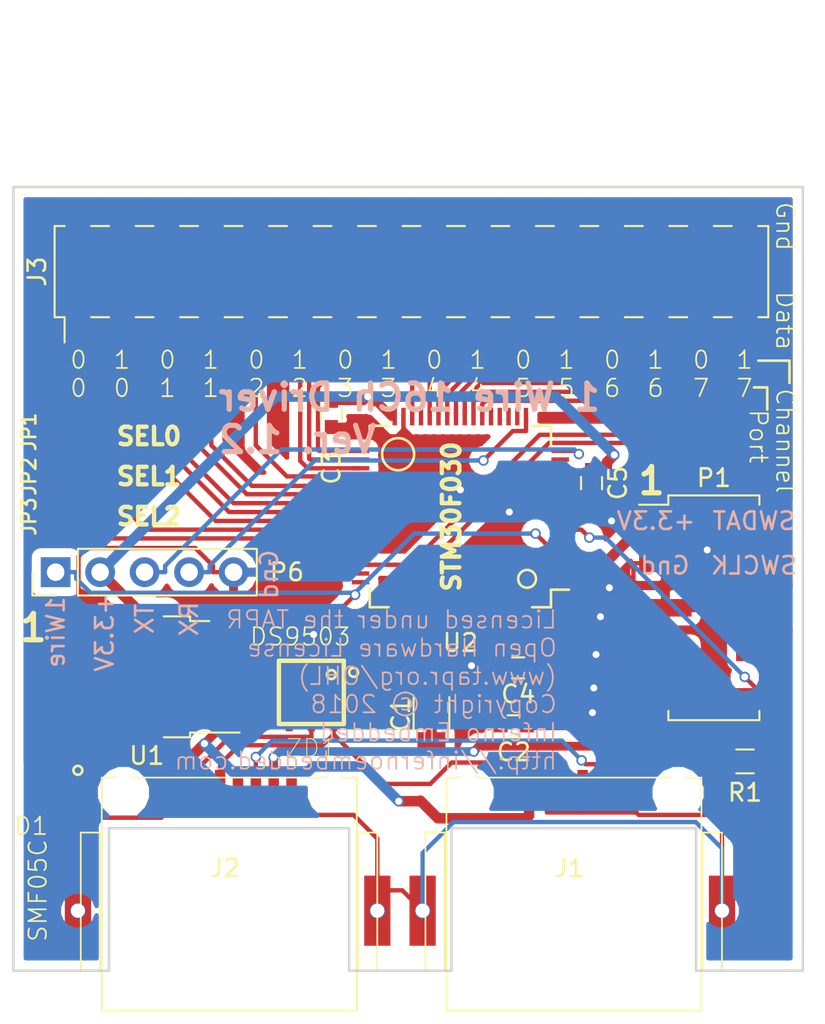
<source format=kicad_pcb>
(kicad_pcb (version 20171130) (host pcbnew "(5.0.1)-3")

  (general
    (thickness 1.6)
    (drawings 49)
    (tracks 386)
    (zones 0)
    (modules 18)
    (nets 66)
  )

  (page A4)
  (title_block
    (title "1Wire 16 Channel SSR Controller")
    (date 2018-12-22)
    (rev 1.2)
    (company "Inferno Embedded")
    (comment 1 "Licensed under the TAPR Open Hardware License (www.tapr.org/OHL)")
    (comment 2 "Copyright © 2018 Inferno Embedded")
  )

  (layers
    (0 F.Cu signal)
    (31 B.Cu signal)
    (32 B.Adhes user hide)
    (33 F.Adhes user hide)
    (34 B.Paste user hide)
    (35 F.Paste user hide)
    (36 B.SilkS user)
    (37 F.SilkS user)
    (38 B.Mask user hide)
    (39 F.Mask user hide)
    (40 Dwgs.User user hide)
    (41 Cmts.User user hide)
    (42 Eco1.User user hide)
    (43 Eco2.User user hide)
    (44 Edge.Cuts user)
    (45 Margin user hide)
    (46 B.CrtYd user hide)
    (47 F.CrtYd user)
    (48 B.Fab user hide)
    (49 F.Fab user hide)
  )

  (setup
    (last_trace_width 0.25)
    (trace_clearance 0.2)
    (zone_clearance 0.508)
    (zone_45_only no)
    (trace_min 0.2)
    (segment_width 0.15)
    (edge_width 0.15)
    (via_size 0.6)
    (via_drill 0.4)
    (via_min_size 0.4)
    (via_min_drill 0.3)
    (uvia_size 0.3)
    (uvia_drill 0.1)
    (uvias_allowed no)
    (uvia_min_size 0.2)
    (uvia_min_drill 0.1)
    (pcb_text_width 0.3)
    (pcb_text_size 1.5 1.5)
    (mod_edge_width 0.15)
    (mod_text_size 1 1)
    (mod_text_width 0.15)
    (pad_size 1.7272 1.7272)
    (pad_drill 1.016)
    (pad_to_mask_clearance 0.2)
    (solder_mask_min_width 0.25)
    (aux_axis_origin 130.175 110.998)
    (visible_elements 7FFFFFFF)
    (pcbplotparams
      (layerselection 0x010fc_ffffffff)
      (usegerberextensions true)
      (usegerberattributes true)
      (usegerberadvancedattributes false)
      (creategerberjobfile false)
      (excludeedgelayer true)
      (linewidth 0.100000)
      (plotframeref false)
      (viasonmask false)
      (mode 1)
      (useauxorigin true)
      (hpglpennumber 1)
      (hpglpenspeed 20)
      (hpglpendiameter 15.000000)
      (psnegative false)
      (psa4output false)
      (plotreference true)
      (plotvalue true)
      (plotinvisibletext false)
      (padsonsilk false)
      (subtractmaskfromsilk false)
      (outputformat 1)
      (mirror false)
      (drillshape 0)
      (scaleselection 1)
      (outputdirectory "gerbers/"))
  )

  (net 0 "")
  (net 1 +5V)
  (net 2 GND)
  (net 3 +3V3)
  (net 4 "Net-(J1-Pad7)")
  (net 5 "Net-(J1-Pad6)")
  (net 6 /1W-DATA)
  (net 7 /UART_TX)
  (net 8 /UART_RX)
  (net 9 "Net-(P1-Pad10)")
  (net 10 /SWDAT)
  (net 11 /SWCLK)
  (net 12 /CH0)
  (net 13 /CH1)
  (net 14 /CH2)
  (net 15 /CH3)
  (net 16 /CH4)
  (net 17 /CH5)
  (net 18 /CH6)
  (net 19 /CH7)
  (net 20 /CH8)
  (net 21 /CH9)
  (net 22 /CH10)
  (net 23 /CH11)
  (net 24 /CH12)
  (net 25 /CH13)
  (net 26 /CH14)
  (net 27 "Net-(J1-Pad1)")
  (net 28 "Net-(J1-Pad4)")
  (net 29 "Net-(P1-Pad6)")
  (net 30 "Net-(P1-Pad7)")
  (net 31 "Net-(P1-Pad8)")
  (net 32 "Net-(U2-Pad2)")
  (net 33 "Net-(U2-Pad3)")
  (net 34 "Net-(U2-Pad4)")
  (net 35 "Net-(U2-Pad6)")
  (net 36 "Net-(U2-Pad8)")
  (net 37 "Net-(U2-Pad9)")
  (net 38 "Net-(U2-Pad10)")
  (net 39 "Net-(U2-Pad11)")
  (net 40 "Net-(U2-Pad14)")
  (net 41 "Net-(U2-Pad15)")
  (net 42 "Net-(U2-Pad18)")
  (net 43 "Net-(U2-Pad19)")
  (net 44 "Net-(U2-Pad20)")
  (net 45 "Net-(U2-Pad21)")
  (net 46 "Net-(U2-Pad29)")
  (net 47 "Net-(U2-Pad44)")
  (net 48 "Net-(U2-Pad45)")
  (net 49 "Net-(U2-Pad47)")
  (net 50 "Net-(U2-Pad48)")
  (net 51 "Net-(U2-Pad50)")
  (net 52 "Net-(U2-Pad51)")
  (net 53 "Net-(U2-Pad52)")
  (net 54 "Net-(U2-Pad53)")
  (net 55 "Net-(U2-Pad55)")
  (net 56 "Net-(U2-Pad56)")
  (net 57 "Net-(U2-Pad57)")
  (net 58 "Net-(U2-Pad58)")
  (net 59 "Net-(U2-Pad59)")
  (net 60 "Net-(U2-Pad61)")
  (net 61 "Net-(U2-Pad62)")
  (net 62 "Net-(JP1-Pad1)")
  (net 63 "Net-(JP2-Pad1)")
  (net 64 "Net-(JP3-Pad1)")
  (net 65 /CH15)

  (net_class Default "This is the default net class."
    (clearance 0.2)
    (trace_width 0.25)
    (via_dia 0.6)
    (via_drill 0.4)
    (uvia_dia 0.3)
    (uvia_drill 0.1)
    (add_net /1W-DATA)
    (add_net /CH0)
    (add_net /CH1)
    (add_net /CH10)
    (add_net /CH11)
    (add_net /CH12)
    (add_net /CH13)
    (add_net /CH14)
    (add_net /CH15)
    (add_net /CH2)
    (add_net /CH3)
    (add_net /CH4)
    (add_net /CH5)
    (add_net /CH6)
    (add_net /CH7)
    (add_net /CH8)
    (add_net /CH9)
    (add_net /SWCLK)
    (add_net /SWDAT)
    (add_net /UART_RX)
    (add_net /UART_TX)
    (add_net GND)
    (add_net "Net-(J1-Pad1)")
    (add_net "Net-(J1-Pad4)")
    (add_net "Net-(J1-Pad6)")
    (add_net "Net-(J1-Pad7)")
    (add_net "Net-(JP1-Pad1)")
    (add_net "Net-(JP2-Pad1)")
    (add_net "Net-(JP3-Pad1)")
    (add_net "Net-(P1-Pad10)")
    (add_net "Net-(P1-Pad6)")
    (add_net "Net-(P1-Pad7)")
    (add_net "Net-(P1-Pad8)")
    (add_net "Net-(U2-Pad10)")
    (add_net "Net-(U2-Pad11)")
    (add_net "Net-(U2-Pad14)")
    (add_net "Net-(U2-Pad15)")
    (add_net "Net-(U2-Pad18)")
    (add_net "Net-(U2-Pad19)")
    (add_net "Net-(U2-Pad2)")
    (add_net "Net-(U2-Pad20)")
    (add_net "Net-(U2-Pad21)")
    (add_net "Net-(U2-Pad29)")
    (add_net "Net-(U2-Pad3)")
    (add_net "Net-(U2-Pad4)")
    (add_net "Net-(U2-Pad44)")
    (add_net "Net-(U2-Pad45)")
    (add_net "Net-(U2-Pad47)")
    (add_net "Net-(U2-Pad48)")
    (add_net "Net-(U2-Pad50)")
    (add_net "Net-(U2-Pad51)")
    (add_net "Net-(U2-Pad52)")
    (add_net "Net-(U2-Pad53)")
    (add_net "Net-(U2-Pad55)")
    (add_net "Net-(U2-Pad56)")
    (add_net "Net-(U2-Pad57)")
    (add_net "Net-(U2-Pad58)")
    (add_net "Net-(U2-Pad59)")
    (add_net "Net-(U2-Pad6)")
    (add_net "Net-(U2-Pad61)")
    (add_net "Net-(U2-Pad62)")
    (add_net "Net-(U2-Pad8)")
    (add_net "Net-(U2-Pad9)")
  )

  (net_class "High Power" ""
    (clearance 0.2)
    (trace_width 0.5)
    (via_dia 0.6)
    (via_drill 0.4)
    (uvia_dia 0.3)
    (uvia_drill 0.1)
  )

  (net_class Power ""
    (clearance 0.2)
    (trace_width 0.5)
    (via_dia 0.6)
    (via_drill 0.4)
    (uvia_dia 0.3)
    (uvia_drill 0.1)
    (add_net +3V3)
    (add_net +5V)
  )

  (module Pin_Headers:Pin_Header_Straight_2x05_Pitch2.54mm_SMD (layer F.Cu) (tedit 58CD4EC5) (tstamp 593CF8BB)
    (at 170.18 135.001)
    (descr "surface-mounted straight pin header, 2x05, 2.54mm pitch, double rows")
    (tags "Surface mounted pin header SMD 2x05 2.54mm double row")
    (path /58245605)
    (attr smd)
    (fp_text reference P1 (at 0 -7.41) (layer F.SilkS)
      (effects (font (size 1 1) (thickness 0.15)))
    )
    (fp_text value CONN_02X05 (at 0 7.41) (layer F.Fab)
      (effects (font (size 1 1) (thickness 0.15)))
    )
    (fp_line (start -2.54 -6.35) (end -2.54 6.35) (layer F.Fab) (width 0.1))
    (fp_line (start -2.54 6.35) (end 2.54 6.35) (layer F.Fab) (width 0.1))
    (fp_line (start 2.54 6.35) (end 2.54 -6.35) (layer F.Fab) (width 0.1))
    (fp_line (start 2.54 -6.35) (end -2.54 -6.35) (layer F.Fab) (width 0.1))
    (fp_line (start -2.54 -5.4) (end -2.54 -4.76) (layer F.Fab) (width 0.1))
    (fp_line (start -2.54 -4.76) (end -3.92 -4.76) (layer F.Fab) (width 0.1))
    (fp_line (start -3.92 -4.76) (end -3.92 -5.4) (layer F.Fab) (width 0.1))
    (fp_line (start -3.92 -5.4) (end -2.54 -5.4) (layer F.Fab) (width 0.1))
    (fp_line (start 2.54 -5.4) (end 2.54 -4.76) (layer F.Fab) (width 0.1))
    (fp_line (start 2.54 -4.76) (end 3.92 -4.76) (layer F.Fab) (width 0.1))
    (fp_line (start 3.92 -4.76) (end 3.92 -5.4) (layer F.Fab) (width 0.1))
    (fp_line (start 3.92 -5.4) (end 2.54 -5.4) (layer F.Fab) (width 0.1))
    (fp_line (start -2.54 -2.86) (end -2.54 -2.22) (layer F.Fab) (width 0.1))
    (fp_line (start -2.54 -2.22) (end -3.92 -2.22) (layer F.Fab) (width 0.1))
    (fp_line (start -3.92 -2.22) (end -3.92 -2.86) (layer F.Fab) (width 0.1))
    (fp_line (start -3.92 -2.86) (end -2.54 -2.86) (layer F.Fab) (width 0.1))
    (fp_line (start 2.54 -2.86) (end 2.54 -2.22) (layer F.Fab) (width 0.1))
    (fp_line (start 2.54 -2.22) (end 3.92 -2.22) (layer F.Fab) (width 0.1))
    (fp_line (start 3.92 -2.22) (end 3.92 -2.86) (layer F.Fab) (width 0.1))
    (fp_line (start 3.92 -2.86) (end 2.54 -2.86) (layer F.Fab) (width 0.1))
    (fp_line (start -2.54 -0.32) (end -2.54 0.32) (layer F.Fab) (width 0.1))
    (fp_line (start -2.54 0.32) (end -3.92 0.32) (layer F.Fab) (width 0.1))
    (fp_line (start -3.92 0.32) (end -3.92 -0.32) (layer F.Fab) (width 0.1))
    (fp_line (start -3.92 -0.32) (end -2.54 -0.32) (layer F.Fab) (width 0.1))
    (fp_line (start 2.54 -0.32) (end 2.54 0.32) (layer F.Fab) (width 0.1))
    (fp_line (start 2.54 0.32) (end 3.92 0.32) (layer F.Fab) (width 0.1))
    (fp_line (start 3.92 0.32) (end 3.92 -0.32) (layer F.Fab) (width 0.1))
    (fp_line (start 3.92 -0.32) (end 2.54 -0.32) (layer F.Fab) (width 0.1))
    (fp_line (start -2.54 2.22) (end -2.54 2.86) (layer F.Fab) (width 0.1))
    (fp_line (start -2.54 2.86) (end -3.92 2.86) (layer F.Fab) (width 0.1))
    (fp_line (start -3.92 2.86) (end -3.92 2.22) (layer F.Fab) (width 0.1))
    (fp_line (start -3.92 2.22) (end -2.54 2.22) (layer F.Fab) (width 0.1))
    (fp_line (start 2.54 2.22) (end 2.54 2.86) (layer F.Fab) (width 0.1))
    (fp_line (start 2.54 2.86) (end 3.92 2.86) (layer F.Fab) (width 0.1))
    (fp_line (start 3.92 2.86) (end 3.92 2.22) (layer F.Fab) (width 0.1))
    (fp_line (start 3.92 2.22) (end 2.54 2.22) (layer F.Fab) (width 0.1))
    (fp_line (start -2.54 4.76) (end -2.54 5.4) (layer F.Fab) (width 0.1))
    (fp_line (start -2.54 5.4) (end -3.92 5.4) (layer F.Fab) (width 0.1))
    (fp_line (start -3.92 5.4) (end -3.92 4.76) (layer F.Fab) (width 0.1))
    (fp_line (start -3.92 4.76) (end -2.54 4.76) (layer F.Fab) (width 0.1))
    (fp_line (start 2.54 4.76) (end 2.54 5.4) (layer F.Fab) (width 0.1))
    (fp_line (start 2.54 5.4) (end 3.92 5.4) (layer F.Fab) (width 0.1))
    (fp_line (start 3.92 5.4) (end 3.92 4.76) (layer F.Fab) (width 0.1))
    (fp_line (start 3.92 4.76) (end 2.54 4.76) (layer F.Fab) (width 0.1))
    (fp_line (start -2.6 -5.88) (end -2.6 -6.41) (layer F.SilkS) (width 0.12))
    (fp_line (start -2.6 -6.41) (end 2.6 -6.41) (layer F.SilkS) (width 0.12))
    (fp_line (start 2.6 -6.41) (end 2.6 -5.88) (layer F.SilkS) (width 0.12))
    (fp_line (start -2.6 5.88) (end -2.6 6.41) (layer F.SilkS) (width 0.12))
    (fp_line (start -2.6 6.41) (end 2.6 6.41) (layer F.SilkS) (width 0.12))
    (fp_line (start 2.6 6.41) (end 2.6 5.88) (layer F.SilkS) (width 0.12))
    (fp_line (start -4.27 -5.88) (end -2.6 -5.88) (layer F.SilkS) (width 0.12))
    (fp_line (start -4.8 -6.85) (end -4.8 6.85) (layer F.CrtYd) (width 0.05))
    (fp_line (start -4.8 6.85) (end 4.8 6.85) (layer F.CrtYd) (width 0.05))
    (fp_line (start 4.8 6.85) (end 4.8 -6.85) (layer F.CrtYd) (width 0.05))
    (fp_line (start 4.8 -6.85) (end -4.8 -6.85) (layer F.CrtYd) (width 0.05))
    (fp_text user %R (at 0 -7.41) (layer F.Fab)
      (effects (font (size 1 1) (thickness 0.15)))
    )
    (pad 1 smd rect (at -2.77 -5.08) (size 3 1) (layers F.Cu F.Paste F.Mask)
      (net 3 +3V3))
    (pad 2 smd rect (at 2.77 -5.08) (size 3 1) (layers F.Cu F.Paste F.Mask)
      (net 10 /SWDAT))
    (pad 3 smd rect (at -2.77 -2.54) (size 3 1) (layers F.Cu F.Paste F.Mask)
      (net 2 GND))
    (pad 4 smd rect (at 2.77 -2.54) (size 3 1) (layers F.Cu F.Paste F.Mask)
      (net 11 /SWCLK))
    (pad 5 smd rect (at -2.77 0) (size 3 1) (layers F.Cu F.Paste F.Mask)
      (net 2 GND))
    (pad 6 smd rect (at 2.77 0) (size 3 1) (layers F.Cu F.Paste F.Mask)
      (net 29 "Net-(P1-Pad6)"))
    (pad 7 smd rect (at -2.77 2.54) (size 3 1) (layers F.Cu F.Paste F.Mask)
      (net 30 "Net-(P1-Pad7)"))
    (pad 8 smd rect (at 2.77 2.54) (size 3 1) (layers F.Cu F.Paste F.Mask)
      (net 31 "Net-(P1-Pad8)"))
    (pad 9 smd rect (at -2.77 5.08) (size 3 1) (layers F.Cu F.Paste F.Mask)
      (net 2 GND))
    (pad 10 smd rect (at 2.77 5.08) (size 3 1) (layers F.Cu F.Paste F.Mask)
      (net 9 "Net-(P1-Pad10)"))
    (model ${KISYS3DMOD}/Pin_Headers.3dshapes/Pin_Header_Straight_2x05_Pitch2.54mm_SMD.wrl
      (at (xyz 0 0 0))
      (scale (xyz 1 1 1))
      (rotate (xyz 0 0 0))
    )
  )

  (module Resistors_SMD:R_0603 (layer F.Cu) (tedit 58E0A804) (tstamp 5C1E7B65)
    (at 171.958 143.764)
    (descr "Resistor SMD 0603, reflow soldering, Vishay (see dcrcw.pdf)")
    (tags "resistor 0603")
    (path /5C1E931A)
    (attr smd)
    (fp_text reference R1 (at 0 1.778) (layer F.SilkS)
      (effects (font (size 1 1) (thickness 0.15)))
    )
    (fp_text value 10k (at 0 1.5) (layer F.Fab)
      (effects (font (size 1 1) (thickness 0.15)))
    )
    (fp_line (start 1.25 0.7) (end -1.25 0.7) (layer F.CrtYd) (width 0.05))
    (fp_line (start 1.25 0.7) (end 1.25 -0.7) (layer F.CrtYd) (width 0.05))
    (fp_line (start -1.25 -0.7) (end -1.25 0.7) (layer F.CrtYd) (width 0.05))
    (fp_line (start -1.25 -0.7) (end 1.25 -0.7) (layer F.CrtYd) (width 0.05))
    (fp_line (start -0.5 -0.68) (end 0.5 -0.68) (layer F.SilkS) (width 0.12))
    (fp_line (start 0.5 0.68) (end -0.5 0.68) (layer F.SilkS) (width 0.12))
    (fp_line (start -0.8 -0.4) (end 0.8 -0.4) (layer F.Fab) (width 0.1))
    (fp_line (start 0.8 -0.4) (end 0.8 0.4) (layer F.Fab) (width 0.1))
    (fp_line (start 0.8 0.4) (end -0.8 0.4) (layer F.Fab) (width 0.1))
    (fp_line (start -0.8 0.4) (end -0.8 -0.4) (layer F.Fab) (width 0.1))
    (fp_text user %R (at 0 0) (layer F.Fab)
      (effects (font (size 0.4 0.4) (thickness 0.075)))
    )
    (pad 2 smd rect (at 0.75 0) (size 0.5 0.9) (layers F.Cu F.Paste F.Mask)
      (net 9 "Net-(P1-Pad10)"))
    (pad 1 smd rect (at -0.75 0) (size 0.5 0.9) (layers F.Cu F.Paste F.Mask)
      (net 3 +3V3))
    (model ${KISYS3DMOD}/Resistors_SMD.3dshapes/R_0603.wrl
      (at (xyz 0 0 0))
      (scale (xyz 1 1 1))
      (rotate (xyz 0 0 0))
    )
  )

  (module Pin_Headers:Pin_Header_Straight_2x16_Pitch2.54mm_SMD (layer F.Cu) (tedit 59650533) (tstamp 5C1E6122)
    (at 152.908 115.824 90)
    (descr "surface-mounted straight pin header, 2x16, 2.54mm pitch, double rows")
    (tags "Surface mounted pin header SMD 2x16 2.54mm double row")
    (path /5C1F2807)
    (attr smd)
    (fp_text reference J3 (at 0 -21.38 90) (layer F.SilkS)
      (effects (font (size 1 1) (thickness 0.15)))
    )
    (fp_text value CONN_02X16 (at 0 21.38 90) (layer F.Fab)
      (effects (font (size 1 1) (thickness 0.15)))
    )
    (fp_text user %R (at 0 0 180) (layer F.Fab)
      (effects (font (size 1 1) (thickness 0.15)))
    )
    (fp_line (start 5.9 -20.85) (end -5.9 -20.85) (layer F.CrtYd) (width 0.05))
    (fp_line (start 5.9 20.85) (end 5.9 -20.85) (layer F.CrtYd) (width 0.05))
    (fp_line (start -5.9 20.85) (end 5.9 20.85) (layer F.CrtYd) (width 0.05))
    (fp_line (start -5.9 -20.85) (end -5.9 20.85) (layer F.CrtYd) (width 0.05))
    (fp_line (start 2.6 17.27) (end 2.6 18.29) (layer F.SilkS) (width 0.12))
    (fp_line (start -2.6 17.27) (end -2.6 18.29) (layer F.SilkS) (width 0.12))
    (fp_line (start 2.6 14.73) (end 2.6 15.75) (layer F.SilkS) (width 0.12))
    (fp_line (start -2.6 14.73) (end -2.6 15.75) (layer F.SilkS) (width 0.12))
    (fp_line (start 2.6 12.19) (end 2.6 13.21) (layer F.SilkS) (width 0.12))
    (fp_line (start -2.6 12.19) (end -2.6 13.21) (layer F.SilkS) (width 0.12))
    (fp_line (start 2.6 9.65) (end 2.6 10.67) (layer F.SilkS) (width 0.12))
    (fp_line (start -2.6 9.65) (end -2.6 10.67) (layer F.SilkS) (width 0.12))
    (fp_line (start 2.6 7.11) (end 2.6 8.13) (layer F.SilkS) (width 0.12))
    (fp_line (start -2.6 7.11) (end -2.6 8.13) (layer F.SilkS) (width 0.12))
    (fp_line (start 2.6 4.57) (end 2.6 5.59) (layer F.SilkS) (width 0.12))
    (fp_line (start -2.6 4.57) (end -2.6 5.59) (layer F.SilkS) (width 0.12))
    (fp_line (start 2.6 2.03) (end 2.6 3.05) (layer F.SilkS) (width 0.12))
    (fp_line (start -2.6 2.03) (end -2.6 3.05) (layer F.SilkS) (width 0.12))
    (fp_line (start 2.6 -0.51) (end 2.6 0.51) (layer F.SilkS) (width 0.12))
    (fp_line (start -2.6 -0.51) (end -2.6 0.51) (layer F.SilkS) (width 0.12))
    (fp_line (start 2.6 -3.05) (end 2.6 -2.03) (layer F.SilkS) (width 0.12))
    (fp_line (start -2.6 -3.05) (end -2.6 -2.03) (layer F.SilkS) (width 0.12))
    (fp_line (start 2.6 -5.59) (end 2.6 -4.57) (layer F.SilkS) (width 0.12))
    (fp_line (start -2.6 -5.59) (end -2.6 -4.57) (layer F.SilkS) (width 0.12))
    (fp_line (start 2.6 -8.13) (end 2.6 -7.11) (layer F.SilkS) (width 0.12))
    (fp_line (start -2.6 -8.13) (end -2.6 -7.11) (layer F.SilkS) (width 0.12))
    (fp_line (start 2.6 -10.67) (end 2.6 -9.65) (layer F.SilkS) (width 0.12))
    (fp_line (start -2.6 -10.67) (end -2.6 -9.65) (layer F.SilkS) (width 0.12))
    (fp_line (start 2.6 -13.21) (end 2.6 -12.19) (layer F.SilkS) (width 0.12))
    (fp_line (start -2.6 -13.21) (end -2.6 -12.19) (layer F.SilkS) (width 0.12))
    (fp_line (start 2.6 -15.75) (end 2.6 -14.73) (layer F.SilkS) (width 0.12))
    (fp_line (start -2.6 -15.75) (end -2.6 -14.73) (layer F.SilkS) (width 0.12))
    (fp_line (start 2.6 -18.29) (end 2.6 -17.27) (layer F.SilkS) (width 0.12))
    (fp_line (start -2.6 -18.29) (end -2.6 -17.27) (layer F.SilkS) (width 0.12))
    (fp_line (start 2.6 19.81) (end 2.6 20.38) (layer F.SilkS) (width 0.12))
    (fp_line (start -2.6 19.81) (end -2.6 20.38) (layer F.SilkS) (width 0.12))
    (fp_line (start 2.6 -20.38) (end 2.6 -19.81) (layer F.SilkS) (width 0.12))
    (fp_line (start -2.6 -20.38) (end -2.6 -19.81) (layer F.SilkS) (width 0.12))
    (fp_line (start -4.04 -19.81) (end -2.6 -19.81) (layer F.SilkS) (width 0.12))
    (fp_line (start -2.6 20.38) (end 2.6 20.38) (layer F.SilkS) (width 0.12))
    (fp_line (start -2.6 -20.38) (end 2.6 -20.38) (layer F.SilkS) (width 0.12))
    (fp_line (start 3.6 19.37) (end 2.54 19.37) (layer F.Fab) (width 0.1))
    (fp_line (start 3.6 18.73) (end 3.6 19.37) (layer F.Fab) (width 0.1))
    (fp_line (start 2.54 18.73) (end 3.6 18.73) (layer F.Fab) (width 0.1))
    (fp_line (start -3.6 19.37) (end -2.54 19.37) (layer F.Fab) (width 0.1))
    (fp_line (start -3.6 18.73) (end -3.6 19.37) (layer F.Fab) (width 0.1))
    (fp_line (start -2.54 18.73) (end -3.6 18.73) (layer F.Fab) (width 0.1))
    (fp_line (start 3.6 16.83) (end 2.54 16.83) (layer F.Fab) (width 0.1))
    (fp_line (start 3.6 16.19) (end 3.6 16.83) (layer F.Fab) (width 0.1))
    (fp_line (start 2.54 16.19) (end 3.6 16.19) (layer F.Fab) (width 0.1))
    (fp_line (start -3.6 16.83) (end -2.54 16.83) (layer F.Fab) (width 0.1))
    (fp_line (start -3.6 16.19) (end -3.6 16.83) (layer F.Fab) (width 0.1))
    (fp_line (start -2.54 16.19) (end -3.6 16.19) (layer F.Fab) (width 0.1))
    (fp_line (start 3.6 14.29) (end 2.54 14.29) (layer F.Fab) (width 0.1))
    (fp_line (start 3.6 13.65) (end 3.6 14.29) (layer F.Fab) (width 0.1))
    (fp_line (start 2.54 13.65) (end 3.6 13.65) (layer F.Fab) (width 0.1))
    (fp_line (start -3.6 14.29) (end -2.54 14.29) (layer F.Fab) (width 0.1))
    (fp_line (start -3.6 13.65) (end -3.6 14.29) (layer F.Fab) (width 0.1))
    (fp_line (start -2.54 13.65) (end -3.6 13.65) (layer F.Fab) (width 0.1))
    (fp_line (start 3.6 11.75) (end 2.54 11.75) (layer F.Fab) (width 0.1))
    (fp_line (start 3.6 11.11) (end 3.6 11.75) (layer F.Fab) (width 0.1))
    (fp_line (start 2.54 11.11) (end 3.6 11.11) (layer F.Fab) (width 0.1))
    (fp_line (start -3.6 11.75) (end -2.54 11.75) (layer F.Fab) (width 0.1))
    (fp_line (start -3.6 11.11) (end -3.6 11.75) (layer F.Fab) (width 0.1))
    (fp_line (start -2.54 11.11) (end -3.6 11.11) (layer F.Fab) (width 0.1))
    (fp_line (start 3.6 9.21) (end 2.54 9.21) (layer F.Fab) (width 0.1))
    (fp_line (start 3.6 8.57) (end 3.6 9.21) (layer F.Fab) (width 0.1))
    (fp_line (start 2.54 8.57) (end 3.6 8.57) (layer F.Fab) (width 0.1))
    (fp_line (start -3.6 9.21) (end -2.54 9.21) (layer F.Fab) (width 0.1))
    (fp_line (start -3.6 8.57) (end -3.6 9.21) (layer F.Fab) (width 0.1))
    (fp_line (start -2.54 8.57) (end -3.6 8.57) (layer F.Fab) (width 0.1))
    (fp_line (start 3.6 6.67) (end 2.54 6.67) (layer F.Fab) (width 0.1))
    (fp_line (start 3.6 6.03) (end 3.6 6.67) (layer F.Fab) (width 0.1))
    (fp_line (start 2.54 6.03) (end 3.6 6.03) (layer F.Fab) (width 0.1))
    (fp_line (start -3.6 6.67) (end -2.54 6.67) (layer F.Fab) (width 0.1))
    (fp_line (start -3.6 6.03) (end -3.6 6.67) (layer F.Fab) (width 0.1))
    (fp_line (start -2.54 6.03) (end -3.6 6.03) (layer F.Fab) (width 0.1))
    (fp_line (start 3.6 4.13) (end 2.54 4.13) (layer F.Fab) (width 0.1))
    (fp_line (start 3.6 3.49) (end 3.6 4.13) (layer F.Fab) (width 0.1))
    (fp_line (start 2.54 3.49) (end 3.6 3.49) (layer F.Fab) (width 0.1))
    (fp_line (start -3.6 4.13) (end -2.54 4.13) (layer F.Fab) (width 0.1))
    (fp_line (start -3.6 3.49) (end -3.6 4.13) (layer F.Fab) (width 0.1))
    (fp_line (start -2.54 3.49) (end -3.6 3.49) (layer F.Fab) (width 0.1))
    (fp_line (start 3.6 1.59) (end 2.54 1.59) (layer F.Fab) (width 0.1))
    (fp_line (start 3.6 0.95) (end 3.6 1.59) (layer F.Fab) (width 0.1))
    (fp_line (start 2.54 0.95) (end 3.6 0.95) (layer F.Fab) (width 0.1))
    (fp_line (start -3.6 1.59) (end -2.54 1.59) (layer F.Fab) (width 0.1))
    (fp_line (start -3.6 0.95) (end -3.6 1.59) (layer F.Fab) (width 0.1))
    (fp_line (start -2.54 0.95) (end -3.6 0.95) (layer F.Fab) (width 0.1))
    (fp_line (start 3.6 -0.95) (end 2.54 -0.95) (layer F.Fab) (width 0.1))
    (fp_line (start 3.6 -1.59) (end 3.6 -0.95) (layer F.Fab) (width 0.1))
    (fp_line (start 2.54 -1.59) (end 3.6 -1.59) (layer F.Fab) (width 0.1))
    (fp_line (start -3.6 -0.95) (end -2.54 -0.95) (layer F.Fab) (width 0.1))
    (fp_line (start -3.6 -1.59) (end -3.6 -0.95) (layer F.Fab) (width 0.1))
    (fp_line (start -2.54 -1.59) (end -3.6 -1.59) (layer F.Fab) (width 0.1))
    (fp_line (start 3.6 -3.49) (end 2.54 -3.49) (layer F.Fab) (width 0.1))
    (fp_line (start 3.6 -4.13) (end 3.6 -3.49) (layer F.Fab) (width 0.1))
    (fp_line (start 2.54 -4.13) (end 3.6 -4.13) (layer F.Fab) (width 0.1))
    (fp_line (start -3.6 -3.49) (end -2.54 -3.49) (layer F.Fab) (width 0.1))
    (fp_line (start -3.6 -4.13) (end -3.6 -3.49) (layer F.Fab) (width 0.1))
    (fp_line (start -2.54 -4.13) (end -3.6 -4.13) (layer F.Fab) (width 0.1))
    (fp_line (start 3.6 -6.03) (end 2.54 -6.03) (layer F.Fab) (width 0.1))
    (fp_line (start 3.6 -6.67) (end 3.6 -6.03) (layer F.Fab) (width 0.1))
    (fp_line (start 2.54 -6.67) (end 3.6 -6.67) (layer F.Fab) (width 0.1))
    (fp_line (start -3.6 -6.03) (end -2.54 -6.03) (layer F.Fab) (width 0.1))
    (fp_line (start -3.6 -6.67) (end -3.6 -6.03) (layer F.Fab) (width 0.1))
    (fp_line (start -2.54 -6.67) (end -3.6 -6.67) (layer F.Fab) (width 0.1))
    (fp_line (start 3.6 -8.57) (end 2.54 -8.57) (layer F.Fab) (width 0.1))
    (fp_line (start 3.6 -9.21) (end 3.6 -8.57) (layer F.Fab) (width 0.1))
    (fp_line (start 2.54 -9.21) (end 3.6 -9.21) (layer F.Fab) (width 0.1))
    (fp_line (start -3.6 -8.57) (end -2.54 -8.57) (layer F.Fab) (width 0.1))
    (fp_line (start -3.6 -9.21) (end -3.6 -8.57) (layer F.Fab) (width 0.1))
    (fp_line (start -2.54 -9.21) (end -3.6 -9.21) (layer F.Fab) (width 0.1))
    (fp_line (start 3.6 -11.11) (end 2.54 -11.11) (layer F.Fab) (width 0.1))
    (fp_line (start 3.6 -11.75) (end 3.6 -11.11) (layer F.Fab) (width 0.1))
    (fp_line (start 2.54 -11.75) (end 3.6 -11.75) (layer F.Fab) (width 0.1))
    (fp_line (start -3.6 -11.11) (end -2.54 -11.11) (layer F.Fab) (width 0.1))
    (fp_line (start -3.6 -11.75) (end -3.6 -11.11) (layer F.Fab) (width 0.1))
    (fp_line (start -2.54 -11.75) (end -3.6 -11.75) (layer F.Fab) (width 0.1))
    (fp_line (start 3.6 -13.65) (end 2.54 -13.65) (layer F.Fab) (width 0.1))
    (fp_line (start 3.6 -14.29) (end 3.6 -13.65) (layer F.Fab) (width 0.1))
    (fp_line (start 2.54 -14.29) (end 3.6 -14.29) (layer F.Fab) (width 0.1))
    (fp_line (start -3.6 -13.65) (end -2.54 -13.65) (layer F.Fab) (width 0.1))
    (fp_line (start -3.6 -14.29) (end -3.6 -13.65) (layer F.Fab) (width 0.1))
    (fp_line (start -2.54 -14.29) (end -3.6 -14.29) (layer F.Fab) (width 0.1))
    (fp_line (start 3.6 -16.19) (end 2.54 -16.19) (layer F.Fab) (width 0.1))
    (fp_line (start 3.6 -16.83) (end 3.6 -16.19) (layer F.Fab) (width 0.1))
    (fp_line (start 2.54 -16.83) (end 3.6 -16.83) (layer F.Fab) (width 0.1))
    (fp_line (start -3.6 -16.19) (end -2.54 -16.19) (layer F.Fab) (width 0.1))
    (fp_line (start -3.6 -16.83) (end -3.6 -16.19) (layer F.Fab) (width 0.1))
    (fp_line (start -2.54 -16.83) (end -3.6 -16.83) (layer F.Fab) (width 0.1))
    (fp_line (start 3.6 -18.73) (end 2.54 -18.73) (layer F.Fab) (width 0.1))
    (fp_line (start 3.6 -19.37) (end 3.6 -18.73) (layer F.Fab) (width 0.1))
    (fp_line (start 2.54 -19.37) (end 3.6 -19.37) (layer F.Fab) (width 0.1))
    (fp_line (start -3.6 -18.73) (end -2.54 -18.73) (layer F.Fab) (width 0.1))
    (fp_line (start -3.6 -19.37) (end -3.6 -18.73) (layer F.Fab) (width 0.1))
    (fp_line (start -2.54 -19.37) (end -3.6 -19.37) (layer F.Fab) (width 0.1))
    (fp_line (start 2.54 -20.32) (end 2.54 20.32) (layer F.Fab) (width 0.1))
    (fp_line (start -2.54 -19.37) (end -1.59 -20.32) (layer F.Fab) (width 0.1))
    (fp_line (start -2.54 20.32) (end -2.54 -19.37) (layer F.Fab) (width 0.1))
    (fp_line (start -1.59 -20.32) (end 2.54 -20.32) (layer F.Fab) (width 0.1))
    (fp_line (start 2.54 20.32) (end -2.54 20.32) (layer F.Fab) (width 0.1))
    (pad 32 smd rect (at 2.525 19.05 90) (size 3.15 1) (layers F.Cu F.Paste F.Mask)
      (net 2 GND))
    (pad 31 smd rect (at -2.525 19.05 90) (size 3.15 1) (layers F.Cu F.Paste F.Mask)
      (net 65 /CH15))
    (pad 30 smd rect (at 2.525 16.51 90) (size 3.15 1) (layers F.Cu F.Paste F.Mask)
      (net 2 GND))
    (pad 29 smd rect (at -2.525 16.51 90) (size 3.15 1) (layers F.Cu F.Paste F.Mask)
      (net 26 /CH14))
    (pad 28 smd rect (at 2.525 13.97 90) (size 3.15 1) (layers F.Cu F.Paste F.Mask)
      (net 2 GND))
    (pad 27 smd rect (at -2.525 13.97 90) (size 3.15 1) (layers F.Cu F.Paste F.Mask)
      (net 25 /CH13))
    (pad 26 smd rect (at 2.525 11.43 90) (size 3.15 1) (layers F.Cu F.Paste F.Mask)
      (net 2 GND))
    (pad 25 smd rect (at -2.525 11.43 90) (size 3.15 1) (layers F.Cu F.Paste F.Mask)
      (net 24 /CH12))
    (pad 24 smd rect (at 2.525 8.89 90) (size 3.15 1) (layers F.Cu F.Paste F.Mask)
      (net 2 GND))
    (pad 23 smd rect (at -2.525 8.89 90) (size 3.15 1) (layers F.Cu F.Paste F.Mask)
      (net 23 /CH11))
    (pad 22 smd rect (at 2.525 6.35 90) (size 3.15 1) (layers F.Cu F.Paste F.Mask)
      (net 2 GND))
    (pad 21 smd rect (at -2.525 6.35 90) (size 3.15 1) (layers F.Cu F.Paste F.Mask)
      (net 22 /CH10))
    (pad 20 smd rect (at 2.525 3.81 90) (size 3.15 1) (layers F.Cu F.Paste F.Mask)
      (net 2 GND))
    (pad 19 smd rect (at -2.525 3.81 90) (size 3.15 1) (layers F.Cu F.Paste F.Mask)
      (net 21 /CH9))
    (pad 18 smd rect (at 2.525 1.27 90) (size 3.15 1) (layers F.Cu F.Paste F.Mask)
      (net 2 GND))
    (pad 17 smd rect (at -2.525 1.27 90) (size 3.15 1) (layers F.Cu F.Paste F.Mask)
      (net 20 /CH8))
    (pad 16 smd rect (at 2.525 -1.27 90) (size 3.15 1) (layers F.Cu F.Paste F.Mask)
      (net 2 GND))
    (pad 15 smd rect (at -2.525 -1.27 90) (size 3.15 1) (layers F.Cu F.Paste F.Mask)
      (net 19 /CH7))
    (pad 14 smd rect (at 2.525 -3.81 90) (size 3.15 1) (layers F.Cu F.Paste F.Mask)
      (net 2 GND))
    (pad 13 smd rect (at -2.525 -3.81 90) (size 3.15 1) (layers F.Cu F.Paste F.Mask)
      (net 18 /CH6))
    (pad 12 smd rect (at 2.525 -6.35 90) (size 3.15 1) (layers F.Cu F.Paste F.Mask)
      (net 2 GND))
    (pad 11 smd rect (at -2.525 -6.35 90) (size 3.15 1) (layers F.Cu F.Paste F.Mask)
      (net 17 /CH5))
    (pad 10 smd rect (at 2.525 -8.89 90) (size 3.15 1) (layers F.Cu F.Paste F.Mask)
      (net 2 GND))
    (pad 9 smd rect (at -2.525 -8.89 90) (size 3.15 1) (layers F.Cu F.Paste F.Mask)
      (net 16 /CH4))
    (pad 8 smd rect (at 2.525 -11.43 90) (size 3.15 1) (layers F.Cu F.Paste F.Mask)
      (net 2 GND))
    (pad 7 smd rect (at -2.525 -11.43 90) (size 3.15 1) (layers F.Cu F.Paste F.Mask)
      (net 15 /CH3))
    (pad 6 smd rect (at 2.525 -13.97 90) (size 3.15 1) (layers F.Cu F.Paste F.Mask)
      (net 2 GND))
    (pad 5 smd rect (at -2.525 -13.97 90) (size 3.15 1) (layers F.Cu F.Paste F.Mask)
      (net 14 /CH2))
    (pad 4 smd rect (at 2.525 -16.51 90) (size 3.15 1) (layers F.Cu F.Paste F.Mask)
      (net 2 GND))
    (pad 3 smd rect (at -2.525 -16.51 90) (size 3.15 1) (layers F.Cu F.Paste F.Mask)
      (net 13 /CH1))
    (pad 2 smd rect (at 2.525 -19.05 90) (size 3.15 1) (layers F.Cu F.Paste F.Mask)
      (net 2 GND))
    (pad 1 smd rect (at -2.525 -19.05 90) (size 3.15 1) (layers F.Cu F.Paste F.Mask)
      (net 12 /CH0))
    (model ${KISYS3DMOD}/Pin_Headers.3dshapes/Pin_Header_Straight_2x16_Pitch2.54mm_SMD.wrl
      (at (xyz 0 0 0))
      (scale (xyz 1 1 1))
      (rotate (xyz 0 0 0))
    )
  )

  (module Doragasu:JUMPER_0805 (layer F.Cu) (tedit 5BD6DFFE) (tstamp 5BD724B3)
    (at 133.906 129.794 180)
    (descr "Jumper for solderin")
    (tags Jumper)
    (path /5BD6CEA2)
    (attr smd)
    (fp_text reference JP3 (at 2.842 0 270) (layer F.SilkS)
      (effects (font (size 0.8 0.8) (thickness 0.15)))
    )
    (fp_text value SolderJumper_2_Open (at 16.558 2.032 180) (layer F.SilkS) hide
      (effects (font (size 1 1) (thickness 0.15)))
    )
    (fp_line (start -1.8 -1) (end 1.8 -1) (layer F.CrtYd) (width 0.05))
    (fp_line (start -1.8 1) (end 1.8 1) (layer F.CrtYd) (width 0.05))
    (fp_line (start -1.8 -1) (end -1.8 1) (layer F.CrtYd) (width 0.05))
    (fp_line (start 1.8 -1) (end 1.8 1) (layer F.CrtYd) (width 0.05))
    (pad 1 smd rect (at -0.81 0 180) (size 1.38 1.25) (layers F.Cu F.Paste F.Mask)
      (net 64 "Net-(JP3-Pad1)"))
    (pad 2 smd rect (at 0.81 0 180) (size 1.38 1.25) (layers F.Cu F.Paste F.Mask)
      (net 2 GND))
    (model Capacitors_SMD/C_0805.wrl
      (at (xyz 0 0 0))
      (scale (xyz 1 1 1))
      (rotate (xyz 0 0 0))
    )
  )

  (module Doragasu:JUMPER_0805 (layer F.Cu) (tedit 5BD6DFF9) (tstamp 5BD724A9)
    (at 133.906 127.508 180)
    (descr "Jumper for solderin")
    (tags Jumper)
    (path /5BD6CE64)
    (attr smd)
    (fp_text reference JP2 (at 2.842 0 270) (layer F.SilkS)
      (effects (font (size 0.8 0.8) (thickness 0.15)))
    )
    (fp_text value SolderJumper_2_Open (at 17.574 1.778 180) (layer F.SilkS) hide
      (effects (font (size 1 1) (thickness 0.15)))
    )
    (fp_line (start 1.8 -1) (end 1.8 1) (layer F.CrtYd) (width 0.05))
    (fp_line (start -1.8 -1) (end -1.8 1) (layer F.CrtYd) (width 0.05))
    (fp_line (start -1.8 1) (end 1.8 1) (layer F.CrtYd) (width 0.05))
    (fp_line (start -1.8 -1) (end 1.8 -1) (layer F.CrtYd) (width 0.05))
    (pad 2 smd rect (at 0.81 0 180) (size 1.38 1.25) (layers F.Cu F.Paste F.Mask)
      (net 2 GND))
    (pad 1 smd rect (at -0.81 0 180) (size 1.38 1.25) (layers F.Cu F.Paste F.Mask)
      (net 63 "Net-(JP2-Pad1)"))
    (model Capacitors_SMD/C_0805.wrl
      (at (xyz 0 0 0))
      (scale (xyz 1 1 1))
      (rotate (xyz 0 0 0))
    )
  )

  (module Doragasu:JUMPER_0805 (layer F.Cu) (tedit 5BD6DFF4) (tstamp 5BD76B3C)
    (at 133.906 125.222 180)
    (descr "Jumper for solderin")
    (tags Jumper)
    (path /5BD6CE0C)
    (attr smd)
    (fp_text reference JP1 (at 2.842 0.254 270) (layer F.SilkS)
      (effects (font (size 0.8 0.8) (thickness 0.15)))
    )
    (fp_text value SolderJumper_2_Open (at 15.796 1.524 180) (layer F.SilkS) hide
      (effects (font (size 1 1) (thickness 0.15)))
    )
    (fp_line (start -1.8 -1) (end 1.8 -1) (layer F.CrtYd) (width 0.05))
    (fp_line (start -1.8 1) (end 1.8 1) (layer F.CrtYd) (width 0.05))
    (fp_line (start -1.8 -1) (end -1.8 1) (layer F.CrtYd) (width 0.05))
    (fp_line (start 1.8 -1) (end 1.8 1) (layer F.CrtYd) (width 0.05))
    (pad 1 smd rect (at -0.81 0 180) (size 1.38 1.25) (layers F.Cu F.Paste F.Mask)
      (net 62 "Net-(JP1-Pad1)"))
    (pad 2 smd rect (at 0.81 0 180) (size 1.38 1.25) (layers F.Cu F.Paste F.Mask)
      (net 2 GND))
    (model Capacitors_SMD/C_0805.wrl
      (at (xyz 0 0 0))
      (scale (xyz 1 1 1))
      (rotate (xyz 0 0 0))
    )
  )

  (module SMF05C:SC70-6 (layer F.Cu) (tedit 5C1EBA4C) (tstamp 5BD4C64A)
    (at 132.334 145.288 180)
    (descr "<b>6-Lead Thin Shrink Small Outline Transistor Package SC70</b><p>Source: http://www.analog.com/static/imported-files/data_sheets/ADA4853-1_4853-2_4853-3.pdf")
    (path /5BD4B1DB)
    (attr smd)
    (fp_text reference D1 (at 1.14447 -2.16176 180) (layer F.SilkS)
      (effects (font (size 1.00128 1.00128) (thickness 0.1)))
    )
    (fp_text value SMF05C (at 0.762 -5.842 270) (layer F.SilkS)
      (effects (font (size 1.00147 1.00147) (thickness 0.1)))
    )
    (fp_line (start 1.022 0.585) (end -1.022 0.585) (layer Dwgs.User) (width 0.1524))
    (fp_line (start -1.022 -0.585) (end 1.022 -0.585) (layer Dwgs.User) (width 0.1524))
    (fp_poly (pts (xy -0.150005 0.625) (xy 0.15 0.625) (xy 0.15 1.20004) (xy -0.150005 1.20004)) (layer Dwgs.User) (width 0))
    (fp_poly (pts (xy -0.8015 0.625) (xy -0.5 0.625) (xy -0.5 1.20225) (xy -0.8015 1.20225)) (layer Dwgs.User) (width 0))
    (fp_poly (pts (xy 0.500367 0.625) (xy 0.8 0.625) (xy 0.8 1.20088) (xy 0.500367 1.20088)) (layer Dwgs.User) (width 0))
    (fp_poly (pts (xy 0.8 -0.625846) (xy 0.500677 -0.625846) (xy 0.500677 -1.2) (xy 0.8 -1.2)) (layer Dwgs.User) (width 0))
    (fp_poly (pts (xy 0.15 -0.62577) (xy -0.150185 -0.62577) (xy -0.150185 -1.2) (xy 0.15 -1.2)) (layer Dwgs.User) (width 0))
    (fp_poly (pts (xy -0.875436 0.5) (xy -0.425 0.5) (xy -0.425 1.4007) (xy -0.875436 1.4007)) (layer F.Mask) (width 0))
    (fp_poly (pts (xy -0.800555 0.575) (xy -0.5 0.575) (xy -0.5 1.32592) (xy -0.800555 1.32592)) (layer F.Paste) (width 0))
    (fp_poly (pts (xy -0.225131 0.5) (xy 0.225 0.5) (xy 0.225 1.40082) (xy -0.225131 1.40082)) (layer F.Mask) (width 0))
    (fp_poly (pts (xy -0.150142 0.575) (xy 0.15 0.575) (xy 0.15 1.32625) (xy -0.150142 1.32625)) (layer F.Paste) (width 0))
    (fp_poly (pts (xy 0.425551 0.5) (xy 0.875 0.5) (xy 0.875 1.40181) (xy 0.425551 1.40181)) (layer F.Mask) (width 0))
    (fp_poly (pts (xy 0.500413 0.575) (xy 0.8 0.575) (xy 0.8 1.32609) (xy 0.500413 1.32609)) (layer F.Paste) (width 0))
    (fp_poly (pts (xy 0.875 -0.500308) (xy 0.425262 -0.500308) (xy 0.425262 -1.4) (xy 0.875 -1.4)) (layer F.Mask) (width 0))
    (fp_poly (pts (xy 0.8 -0.575043) (xy 0.500037 -0.575043) (xy 0.500037 -1.325) (xy 0.8 -1.325)) (layer F.Paste) (width 0))
    (fp_poly (pts (xy 0.225 -0.500565) (xy -0.225254 -0.500565) (xy -0.225254 -1.4) (xy 0.225 -1.4)) (layer F.Mask) (width 0))
    (fp_poly (pts (xy 0.15 -0.575076) (xy -0.15002 -0.575076) (xy -0.15002 -1.325) (xy 0.15 -1.325)) (layer F.Paste) (width 0))
    (fp_poly (pts (xy -0.5 -0.625807) (xy -0.801033 -0.625807) (xy -0.801033 -1.2) (xy -0.5 -1.2)) (layer Dwgs.User) (width 0))
    (fp_poly (pts (xy -0.425 -0.500083) (xy -0.875145 -0.500083) (xy -0.875145 -1.4) (xy -0.425 -1.4)) (layer F.Mask) (width 0))
    (fp_poly (pts (xy -0.5 -0.576111) (xy -0.801546 -0.576111) (xy -0.801546 -1.325) (xy -0.5 -1.325)) (layer F.Paste) (width 0))
    (pad 1 smd rect (at -0.65 0.95 180) (size 0.35 0.8) (layers F.Cu F.Paste F.Mask)
      (net 1 +5V))
    (pad 2 smd rect (at 0 0.95 180) (size 0.35 0.8) (layers F.Cu F.Paste F.Mask)
      (net 2 GND))
    (pad 3 smd rect (at 0.65 0.95 180) (size 0.35 0.8) (layers F.Cu F.Paste F.Mask)
      (net 1 +5V))
    (pad 4 smd rect (at 0.65 -0.95 180) (size 0.35 0.8) (layers F.Cu F.Paste F.Mask)
      (net 1 +5V))
    (pad 5 smd rect (at 0 -0.95 180) (size 0.35 0.8) (layers F.Cu F.Paste F.Mask)
      (net 1 +5V))
    (pad 6 smd rect (at -0.65 -0.95 180) (size 0.35 0.8) (layers F.Cu F.Paste F.Mask)
      (net 1 +5V))
  )

  (module DS9503:TSOC6 (layer F.Cu) (tedit 5C1E14FE) (tstamp 5BD39F5B)
    (at 147.193 139.827 180)
    (descr "<b>TSOC 6</b>")
    (path /5BD349F8)
    (attr smd)
    (fp_text reference ZD1 (at 0 -3.1752 180) (layer F.SilkS)
      (effects (font (size 1.00006 1.00006) (thickness 0.05)))
    )
    (fp_text value DS9503 (at 0.63533 3.17659 180) (layer F.SilkS)
      (effects (font (size 1.0005 1.0005) (thickness 0.1)))
    )
    (fp_line (start -1.8542 -1.8034) (end 1.8542 -1.8034) (layer F.SilkS) (width 0.254))
    (fp_line (start 1.8542 -1.8034) (end 1.8542 1.8034) (layer F.SilkS) (width 0.254))
    (fp_line (start 1.8542 1.8034) (end -1.8542 1.8034) (layer F.SilkS) (width 0.254))
    (fp_line (start -1.8542 1.8034) (end -1.8542 -1.8034) (layer F.SilkS) (width 0.254))
    (fp_circle (center -1.143 1.016) (end -0.889 1.016) (layer F.SilkS) (width 0.1524))
    (fp_poly (pts (xy -1.37307 1.0668) (xy -1.1684 1.0668) (xy -1.1684 2.08504) (xy -1.37307 2.08504)) (layer Dwgs.User) (width 0))
    (fp_poly (pts (xy -0.101769 1.0668) (xy 0.1016 1.0668) (xy 0.1016 2.08626) (xy -0.101769 2.08626)) (layer Dwgs.User) (width 0))
    (fp_poly (pts (xy 1.16894 1.0668) (xy 1.3716 1.0668) (xy 1.3716 2.08377) (xy 1.16894 2.08377)) (layer Dwgs.User) (width 0))
    (fp_poly (pts (xy 1.16908 -2.0828) (xy 1.3716 -2.0828) (xy 1.3716 -1.06742) (xy 1.16908 -1.06742)) (layer Dwgs.User) (width 0))
    (fp_poly (pts (xy -0.101691 -2.0828) (xy 0.1016 -2.0828) (xy 0.1016 -1.06776) (xy -0.101691 -1.06776)) (layer Dwgs.User) (width 0))
    (fp_poly (pts (xy -1.37197 -2.0828) (xy -1.1684 -2.0828) (xy -1.1684 -1.06709) (xy -1.37197 -1.06709)) (layer Dwgs.User) (width 0))
    (pad 1 smd rect (at -1.27 1.6002 180) (size 0.4064 1.2192) (layers F.Cu F.Paste F.Mask)
      (net 6 /1W-DATA))
    (pad 2 smd rect (at 0 1.6002 180) (size 0.4064 1.2192) (layers F.Cu F.Paste F.Mask)
      (net 2 GND))
    (pad 3 smd rect (at 1.27 1.6002 180) (size 0.4064 1.2192) (layers F.Cu F.Paste F.Mask))
    (pad 4 smd rect (at 1.27 -1.6002 180) (size 0.4064 1.2192) (layers F.Cu F.Paste F.Mask))
    (pad 5 smd rect (at 0 -1.6002 180) (size 0.4064 1.2192) (layers F.Cu F.Paste F.Mask)
      (net 27 "Net-(J1-Pad1)"))
    (pad 6 smd rect (at -1.27 -1.6002 180) (size 0.4064 1.2192) (layers F.Cu F.Paste F.Mask)
      (net 28 "Net-(J1-Pad4)"))
  )

  (module Capacitors_SMD:C_0603 (layer F.Cu) (tedit 58AA844E) (tstamp 5939E45A)
    (at 158.75 141.732 180)
    (descr "Capacitor SMD 0603, reflow soldering, AVX (see smccp.pdf)")
    (tags "capacitor 0603")
    (path /58259010)
    (attr smd)
    (fp_text reference C2 (at 0 -1.5 180) (layer F.SilkS)
      (effects (font (size 1 1) (thickness 0.15)))
    )
    (fp_text value 4.7uF (at 0 1.5 180) (layer F.Fab)
      (effects (font (size 1 1) (thickness 0.15)))
    )
    (fp_text user %R (at 0 -1.5 180) (layer F.Fab)
      (effects (font (size 1 1) (thickness 0.15)))
    )
    (fp_line (start -0.8 0.4) (end -0.8 -0.4) (layer F.Fab) (width 0.1))
    (fp_line (start 0.8 0.4) (end -0.8 0.4) (layer F.Fab) (width 0.1))
    (fp_line (start 0.8 -0.4) (end 0.8 0.4) (layer F.Fab) (width 0.1))
    (fp_line (start -0.8 -0.4) (end 0.8 -0.4) (layer F.Fab) (width 0.1))
    (fp_line (start -0.35 -0.6) (end 0.35 -0.6) (layer F.SilkS) (width 0.12))
    (fp_line (start 0.35 0.6) (end -0.35 0.6) (layer F.SilkS) (width 0.12))
    (fp_line (start -1.4 -0.65) (end 1.4 -0.65) (layer F.CrtYd) (width 0.05))
    (fp_line (start -1.4 -0.65) (end -1.4 0.65) (layer F.CrtYd) (width 0.05))
    (fp_line (start 1.4 0.65) (end 1.4 -0.65) (layer F.CrtYd) (width 0.05))
    (fp_line (start 1.4 0.65) (end -1.4 0.65) (layer F.CrtYd) (width 0.05))
    (pad 1 smd rect (at -0.75 0 180) (size 0.8 0.75) (layers F.Cu F.Paste F.Mask)
      (net 3 +3V3))
    (pad 2 smd rect (at 0.75 0 180) (size 0.8 0.75) (layers F.Cu F.Paste F.Mask)
      (net 2 GND))
    (model Capacitors_SMD.3dshapes/C_0603.wrl
      (at (xyz 0 0 0))
      (scale (xyz 1 1 1))
      (rotate (xyz 0 0 0))
    )
  )

  (module Capacitors_SMD:C_0603 (layer F.Cu) (tedit 58AA844E) (tstamp 5939E460)
    (at 148.336 123.94 270)
    (descr "Capacitor SMD 0603, reflow soldering, AVX (see smccp.pdf)")
    (tags "capacitor 0603")
    (path /582589CF)
    (attr smd)
    (fp_text reference C3 (at 3.06 0 270) (layer F.SilkS)
      (effects (font (size 1 1) (thickness 0.15)))
    )
    (fp_text value 100nF (at 0 1.5 270) (layer F.Fab)
      (effects (font (size 1 1) (thickness 0.15)))
    )
    (fp_text user %R (at 0 -1.5 270) (layer F.Fab)
      (effects (font (size 1 1) (thickness 0.15)))
    )
    (fp_line (start -0.8 0.4) (end -0.8 -0.4) (layer F.Fab) (width 0.1))
    (fp_line (start 0.8 0.4) (end -0.8 0.4) (layer F.Fab) (width 0.1))
    (fp_line (start 0.8 -0.4) (end 0.8 0.4) (layer F.Fab) (width 0.1))
    (fp_line (start -0.8 -0.4) (end 0.8 -0.4) (layer F.Fab) (width 0.1))
    (fp_line (start -0.35 -0.6) (end 0.35 -0.6) (layer F.SilkS) (width 0.12))
    (fp_line (start 0.35 0.6) (end -0.35 0.6) (layer F.SilkS) (width 0.12))
    (fp_line (start -1.4 -0.65) (end 1.4 -0.65) (layer F.CrtYd) (width 0.05))
    (fp_line (start -1.4 -0.65) (end -1.4 0.65) (layer F.CrtYd) (width 0.05))
    (fp_line (start 1.4 0.65) (end 1.4 -0.65) (layer F.CrtYd) (width 0.05))
    (fp_line (start 1.4 0.65) (end -1.4 0.65) (layer F.CrtYd) (width 0.05))
    (pad 1 smd rect (at -0.75 0 270) (size 0.8 0.75) (layers F.Cu F.Paste F.Mask)
      (net 3 +3V3))
    (pad 2 smd rect (at 0.75 0 270) (size 0.8 0.75) (layers F.Cu F.Paste F.Mask)
      (net 2 GND))
    (model Capacitors_SMD.3dshapes/C_0603.wrl
      (at (xyz 0 0 0))
      (scale (xyz 1 1 1))
      (rotate (xyz 0 0 0))
    )
  )

  (module Capacitors_SMD:C_0603 (layer F.Cu) (tedit 58AA844E) (tstamp 5939E466)
    (at 159.004 138.43 180)
    (descr "Capacitor SMD 0603, reflow soldering, AVX (see smccp.pdf)")
    (tags "capacitor 0603")
    (path /58258CB3)
    (attr smd)
    (fp_text reference C4 (at 0 -1.5 180) (layer F.SilkS)
      (effects (font (size 1 1) (thickness 0.15)))
    )
    (fp_text value 100nF (at 0 1.5 180) (layer F.Fab)
      (effects (font (size 1 1) (thickness 0.15)))
    )
    (fp_text user %R (at 0 -1.5 180) (layer F.Fab)
      (effects (font (size 1 1) (thickness 0.15)))
    )
    (fp_line (start -0.8 0.4) (end -0.8 -0.4) (layer F.Fab) (width 0.1))
    (fp_line (start 0.8 0.4) (end -0.8 0.4) (layer F.Fab) (width 0.1))
    (fp_line (start 0.8 -0.4) (end 0.8 0.4) (layer F.Fab) (width 0.1))
    (fp_line (start -0.8 -0.4) (end 0.8 -0.4) (layer F.Fab) (width 0.1))
    (fp_line (start -0.35 -0.6) (end 0.35 -0.6) (layer F.SilkS) (width 0.12))
    (fp_line (start 0.35 0.6) (end -0.35 0.6) (layer F.SilkS) (width 0.12))
    (fp_line (start -1.4 -0.65) (end 1.4 -0.65) (layer F.CrtYd) (width 0.05))
    (fp_line (start -1.4 -0.65) (end -1.4 0.65) (layer F.CrtYd) (width 0.05))
    (fp_line (start 1.4 0.65) (end 1.4 -0.65) (layer F.CrtYd) (width 0.05))
    (fp_line (start 1.4 0.65) (end -1.4 0.65) (layer F.CrtYd) (width 0.05))
    (pad 1 smd rect (at -0.75 0 180) (size 0.8 0.75) (layers F.Cu F.Paste F.Mask)
      (net 3 +3V3))
    (pad 2 smd rect (at 0.75 0 180) (size 0.8 0.75) (layers F.Cu F.Paste F.Mask)
      (net 2 GND))
    (model Capacitors_SMD.3dshapes/C_0603.wrl
      (at (xyz 0 0 0))
      (scale (xyz 1 1 1))
      (rotate (xyz 0 0 0))
    )
  )

  (module Capacitors_SMD:C_0603 (layer F.Cu) (tedit 58AA844E) (tstamp 5939E46C)
    (at 163.195 127.889 270)
    (descr "Capacitor SMD 0603, reflow soldering, AVX (see smccp.pdf)")
    (tags "capacitor 0603")
    (path /5827DCB8)
    (attr smd)
    (fp_text reference C5 (at 0 -1.5 270) (layer F.SilkS)
      (effects (font (size 1 1) (thickness 0.15)))
    )
    (fp_text value 100nF (at 0 1.5 270) (layer F.Fab)
      (effects (font (size 1 1) (thickness 0.15)))
    )
    (fp_text user %R (at 0 -1.5 270) (layer F.Fab)
      (effects (font (size 1 1) (thickness 0.15)))
    )
    (fp_line (start -0.8 0.4) (end -0.8 -0.4) (layer F.Fab) (width 0.1))
    (fp_line (start 0.8 0.4) (end -0.8 0.4) (layer F.Fab) (width 0.1))
    (fp_line (start 0.8 -0.4) (end 0.8 0.4) (layer F.Fab) (width 0.1))
    (fp_line (start -0.8 -0.4) (end 0.8 -0.4) (layer F.Fab) (width 0.1))
    (fp_line (start -0.35 -0.6) (end 0.35 -0.6) (layer F.SilkS) (width 0.12))
    (fp_line (start 0.35 0.6) (end -0.35 0.6) (layer F.SilkS) (width 0.12))
    (fp_line (start -1.4 -0.65) (end 1.4 -0.65) (layer F.CrtYd) (width 0.05))
    (fp_line (start -1.4 -0.65) (end -1.4 0.65) (layer F.CrtYd) (width 0.05))
    (fp_line (start 1.4 0.65) (end 1.4 -0.65) (layer F.CrtYd) (width 0.05))
    (fp_line (start 1.4 0.65) (end -1.4 0.65) (layer F.CrtYd) (width 0.05))
    (pad 1 smd rect (at -0.75 0 270) (size 0.8 0.75) (layers F.Cu F.Paste F.Mask)
      (net 3 +3V3))
    (pad 2 smd rect (at 0.75 0 270) (size 0.8 0.75) (layers F.Cu F.Paste F.Mask)
      (net 2 GND))
    (model Capacitors_SMD.3dshapes/C_0603.wrl
      (at (xyz 0 0 0))
      (scale (xyz 1 1 1))
      (rotate (xyz 0 0 0))
    )
  )

  (module RJ45:RJ45-ChinaSMD (layer F.Cu) (tedit 5827AA76) (tstamp 5939E47E)
    (at 169.545 144.78 180)
    (path /5824359A)
    (fp_text reference J1 (at 7.61 -5.08 180) (layer F.SilkS)
      (effects (font (size 1 1) (thickness 0.15)))
    )
    (fp_text value RJ45 (at 7.61 -6.08 180) (layer F.Fab)
      (effects (font (size 1 1) (thickness 0.15)))
    )
    (fp_line (start 0.074929 -13.198479) (end 14.639375 -13.198479) (layer F.SilkS) (width 0.1))
    (fp_line (start 14.639375 -13.198479) (end 14.639375 0.093448) (layer F.SilkS) (width 0.1))
    (fp_line (start 14.639375 0.093448) (end 0.074929 0.093448) (layer F.SilkS) (width 0.1))
    (fp_line (start 0.074929 0.093448) (end 0.074929 -13.198479) (layer F.SilkS) (width 0.1))
    (fp_line (start 5.190088 -13.19858) (end 9.612409 -13.19858) (layer Dwgs.User) (width 0.1))
    (fp_line (start 9.612409 -13.19858) (end 9.612409 -11.762271) (layer Dwgs.User) (width 0.1))
    (fp_line (start 9.612409 -11.762271) (end 5.190088 -11.762271) (layer Dwgs.User) (width 0.1))
    (fp_line (start 5.190088 -11.762271) (end 5.190088 -13.19858) (layer Dwgs.User) (width 0.1))
    (fp_line (start 4.585327 -11.720309) (end 5.051497 -11.720309) (layer Dwgs.User) (width 0.1))
    (fp_line (start 5.051497 -11.720309) (end 5.051497 -7.0964) (layer Dwgs.User) (width 0.1))
    (fp_line (start 5.051497 -7.0964) (end 4.585327 -7.0964) (layer Dwgs.User) (width 0.1))
    (fp_line (start 4.585327 -7.0964) (end 4.585327 -11.720309) (layer Dwgs.User) (width 0.1))
    (fp_line (start 5.63736 -11.720309) (end 6.10353 -11.720309) (layer Dwgs.User) (width 0.1))
    (fp_line (start 6.10353 -11.720309) (end 6.10353 -7.0964) (layer Dwgs.User) (width 0.1))
    (fp_line (start 6.10353 -7.0964) (end 5.63736 -7.0964) (layer Dwgs.User) (width 0.1))
    (fp_line (start 5.63736 -7.0964) (end 5.63736 -11.720309) (layer Dwgs.User) (width 0.1))
    (fp_line (start 6.666086 -11.720309) (end 7.132256 -11.720309) (layer Dwgs.User) (width 0.1))
    (fp_line (start 7.132256 -11.720309) (end 7.132256 -7.0964) (layer Dwgs.User) (width 0.1))
    (fp_line (start 7.132256 -7.0964) (end 6.666086 -7.0964) (layer Dwgs.User) (width 0.1))
    (fp_line (start 6.666086 -7.0964) (end 6.666086 -11.720309) (layer Dwgs.User) (width 0.1))
    (fp_line (start 7.718119 -11.720309) (end 8.184289 -11.720309) (layer Dwgs.User) (width 0.1))
    (fp_line (start 8.184289 -11.720309) (end 8.184289 -7.0964) (layer Dwgs.User) (width 0.1))
    (fp_line (start 8.184289 -7.0964) (end 7.718119 -7.0964) (layer Dwgs.User) (width 0.1))
    (fp_line (start 7.718119 -7.0964) (end 7.718119 -11.720309) (layer Dwgs.User) (width 0.1))
    (fp_line (start 8.702118 -11.720309) (end 9.168288 -11.720309) (layer Dwgs.User) (width 0.1))
    (fp_line (start 9.168288 -11.720309) (end 9.168288 -7.0964) (layer Dwgs.User) (width 0.1))
    (fp_line (start 9.168288 -7.0964) (end 8.702118 -7.0964) (layer Dwgs.User) (width 0.1))
    (fp_line (start 8.702118 -7.0964) (end 8.702118 -11.720309) (layer Dwgs.User) (width 0.1))
    (fp_line (start 9.75415 -11.720309) (end 10.22032 -11.720309) (layer Dwgs.User) (width 0.1))
    (fp_line (start 10.22032 -11.720309) (end 10.22032 -7.0964) (layer Dwgs.User) (width 0.1))
    (fp_line (start 10.22032 -7.0964) (end 9.75415 -7.0964) (layer Dwgs.User) (width 0.1))
    (fp_line (start 9.75415 -7.0964) (end 9.75415 -11.720309) (layer Dwgs.User) (width 0.1))
    (fp_line (start -1.096916 -10.905525) (end 0.011814 -10.905525) (layer F.SilkS) (width 0.1))
    (fp_line (start 0.011814 -10.905525) (end 0.011814 -3.04362) (layer F.SilkS) (width 0.1))
    (fp_line (start 0.011814 -3.04362) (end -1.096916 -3.04362) (layer F.SilkS) (width 0.1))
    (fp_line (start -1.096916 -3.04362) (end -1.096916 -10.905525) (layer F.SilkS) (width 0.1))
    (fp_line (start 14.727688 -10.905302) (end 15.836418 -10.905302) (layer F.SilkS) (width 0.1))
    (fp_line (start 15.836418 -10.905302) (end 15.836418 -3.043397) (layer F.SilkS) (width 0.1))
    (fp_line (start 15.836418 -3.043397) (end 14.727688 -3.043397) (layer F.SilkS) (width 0.1))
    (fp_line (start 14.727688 -3.043397) (end 14.727688 -10.905302) (layer F.SilkS) (width 0.1))
    (fp_line (start 0.63444 -13.205921) (end 14.079864 -13.205921) (layer Cmts.User) (width 0.1))
    (fp_line (start 14.079864 -13.205921) (end 14.079864 -2.771708) (layer Cmts.User) (width 0.1))
    (fp_line (start 14.079864 -2.771708) (end 0.63444 -2.771708) (layer Cmts.User) (width 0.1))
    (fp_line (start 0.63444 -2.771708) (end 0.63444 -13.205921) (layer Cmts.User) (width 0.1))
    (pad 9 smd rect (at 16 -7.5 180) (size 1.5 4) (layers F.Cu F.Paste F.Mask)
      (net 27 "Net-(J1-Pad1)"))
    (pad 9 thru_hole circle (at 16 -7.5 180) (size 0.9 0.9) (drill 0.8) (layers *.Cu *.Mask)
      (net 27 "Net-(J1-Pad1)"))
    (pad "" np_thru_hole circle (at 13.4 -0.76 180) (size 1.9 1.9) (drill 1.9) (layers *.Cu *.Mask))
    (pad "" np_thru_hole circle (at 1.41 -0.76 180) (size 1.9 1.9) (drill 1.9) (layers *.Cu *.Mask))
    (pad 8 smd rect (at 3.8 -0.52 180) (size 0.6 2.1) (layers F.Cu F.Paste F.Mask)
      (net 27 "Net-(J1-Pad1)"))
    (pad 7 smd rect (at 4.82 -0.52 180) (size 0.6 2.1) (layers F.Cu F.Paste F.Mask)
      (net 4 "Net-(J1-Pad7)"))
    (pad 6 smd rect (at 5.84 -0.52 180) (size 0.6 2.1) (layers F.Cu F.Paste F.Mask)
      (net 5 "Net-(J1-Pad6)"))
    (pad 5 smd rect (at 6.86 -0.52 180) (size 0.6 2.1) (layers F.Cu F.Paste F.Mask)
      (net 27 "Net-(J1-Pad1)"))
    (pad 4 smd rect (at 7.88 -0.52 180) (size 0.6 2.1) (layers F.Cu F.Paste F.Mask)
      (net 28 "Net-(J1-Pad4)"))
    (pad 3 smd rect (at 8.9 -0.52 180) (size 0.6 2.1) (layers F.Cu F.Paste F.Mask)
      (net 27 "Net-(J1-Pad1)"))
    (pad 2 smd rect (at 9.92 -0.52 180) (size 0.6 2.1) (layers F.Cu F.Paste F.Mask)
      (net 1 +5V))
    (pad 1 smd rect (at 10.94 -0.52 180) (size 0.6 2.1) (layers F.Cu F.Paste F.Mask)
      (net 27 "Net-(J1-Pad1)"))
    (pad 9 thru_hole circle (at -1.1 -7.5 180) (size 0.9 0.9) (drill 0.8) (layers *.Cu *.Mask)
      (net 27 "Net-(J1-Pad1)"))
    (pad 9 smd rect (at -1.1 -7.5 180) (size 1.5 4) (layers F.Cu F.Paste F.Mask)
      (net 27 "Net-(J1-Pad1)"))
  )

  (module RJ45:RJ45-ChinaSMD (layer F.Cu) (tedit 5827AA76) (tstamp 5939E490)
    (at 149.86 144.78 180)
    (path /5827B786)
    (fp_text reference J2 (at 7.61 -5.08 180) (layer F.SilkS)
      (effects (font (size 1 1) (thickness 0.15)))
    )
    (fp_text value RJ45 (at 7.61 -6.08 180) (layer F.Fab)
      (effects (font (size 1 1) (thickness 0.15)))
    )
    (fp_line (start 0.074929 -13.198479) (end 14.639375 -13.198479) (layer F.SilkS) (width 0.1))
    (fp_line (start 14.639375 -13.198479) (end 14.639375 0.093448) (layer F.SilkS) (width 0.1))
    (fp_line (start 14.639375 0.093448) (end 0.074929 0.093448) (layer F.SilkS) (width 0.1))
    (fp_line (start 0.074929 0.093448) (end 0.074929 -13.198479) (layer F.SilkS) (width 0.1))
    (fp_line (start 5.190088 -13.19858) (end 9.612409 -13.19858) (layer Dwgs.User) (width 0.1))
    (fp_line (start 9.612409 -13.19858) (end 9.612409 -11.762271) (layer Dwgs.User) (width 0.1))
    (fp_line (start 9.612409 -11.762271) (end 5.190088 -11.762271) (layer Dwgs.User) (width 0.1))
    (fp_line (start 5.190088 -11.762271) (end 5.190088 -13.19858) (layer Dwgs.User) (width 0.1))
    (fp_line (start 4.585327 -11.720309) (end 5.051497 -11.720309) (layer Dwgs.User) (width 0.1))
    (fp_line (start 5.051497 -11.720309) (end 5.051497 -7.0964) (layer Dwgs.User) (width 0.1))
    (fp_line (start 5.051497 -7.0964) (end 4.585327 -7.0964) (layer Dwgs.User) (width 0.1))
    (fp_line (start 4.585327 -7.0964) (end 4.585327 -11.720309) (layer Dwgs.User) (width 0.1))
    (fp_line (start 5.63736 -11.720309) (end 6.10353 -11.720309) (layer Dwgs.User) (width 0.1))
    (fp_line (start 6.10353 -11.720309) (end 6.10353 -7.0964) (layer Dwgs.User) (width 0.1))
    (fp_line (start 6.10353 -7.0964) (end 5.63736 -7.0964) (layer Dwgs.User) (width 0.1))
    (fp_line (start 5.63736 -7.0964) (end 5.63736 -11.720309) (layer Dwgs.User) (width 0.1))
    (fp_line (start 6.666086 -11.720309) (end 7.132256 -11.720309) (layer Dwgs.User) (width 0.1))
    (fp_line (start 7.132256 -11.720309) (end 7.132256 -7.0964) (layer Dwgs.User) (width 0.1))
    (fp_line (start 7.132256 -7.0964) (end 6.666086 -7.0964) (layer Dwgs.User) (width 0.1))
    (fp_line (start 6.666086 -7.0964) (end 6.666086 -11.720309) (layer Dwgs.User) (width 0.1))
    (fp_line (start 7.718119 -11.720309) (end 8.184289 -11.720309) (layer Dwgs.User) (width 0.1))
    (fp_line (start 8.184289 -11.720309) (end 8.184289 -7.0964) (layer Dwgs.User) (width 0.1))
    (fp_line (start 8.184289 -7.0964) (end 7.718119 -7.0964) (layer Dwgs.User) (width 0.1))
    (fp_line (start 7.718119 -7.0964) (end 7.718119 -11.720309) (layer Dwgs.User) (width 0.1))
    (fp_line (start 8.702118 -11.720309) (end 9.168288 -11.720309) (layer Dwgs.User) (width 0.1))
    (fp_line (start 9.168288 -11.720309) (end 9.168288 -7.0964) (layer Dwgs.User) (width 0.1))
    (fp_line (start 9.168288 -7.0964) (end 8.702118 -7.0964) (layer Dwgs.User) (width 0.1))
    (fp_line (start 8.702118 -7.0964) (end 8.702118 -11.720309) (layer Dwgs.User) (width 0.1))
    (fp_line (start 9.75415 -11.720309) (end 10.22032 -11.720309) (layer Dwgs.User) (width 0.1))
    (fp_line (start 10.22032 -11.720309) (end 10.22032 -7.0964) (layer Dwgs.User) (width 0.1))
    (fp_line (start 10.22032 -7.0964) (end 9.75415 -7.0964) (layer Dwgs.User) (width 0.1))
    (fp_line (start 9.75415 -7.0964) (end 9.75415 -11.720309) (layer Dwgs.User) (width 0.1))
    (fp_line (start -1.096916 -10.905525) (end 0.011814 -10.905525) (layer F.SilkS) (width 0.1))
    (fp_line (start 0.011814 -10.905525) (end 0.011814 -3.04362) (layer F.SilkS) (width 0.1))
    (fp_line (start 0.011814 -3.04362) (end -1.096916 -3.04362) (layer F.SilkS) (width 0.1))
    (fp_line (start -1.096916 -3.04362) (end -1.096916 -10.905525) (layer F.SilkS) (width 0.1))
    (fp_line (start 14.727688 -10.905302) (end 15.836418 -10.905302) (layer F.SilkS) (width 0.1))
    (fp_line (start 15.836418 -10.905302) (end 15.836418 -3.043397) (layer F.SilkS) (width 0.1))
    (fp_line (start 15.836418 -3.043397) (end 14.727688 -3.043397) (layer F.SilkS) (width 0.1))
    (fp_line (start 14.727688 -3.043397) (end 14.727688 -10.905302) (layer F.SilkS) (width 0.1))
    (fp_line (start 0.63444 -13.205921) (end 14.079864 -13.205921) (layer Cmts.User) (width 0.1))
    (fp_line (start 14.079864 -13.205921) (end 14.079864 -2.771708) (layer Cmts.User) (width 0.1))
    (fp_line (start 14.079864 -2.771708) (end 0.63444 -2.771708) (layer Cmts.User) (width 0.1))
    (fp_line (start 0.63444 -2.771708) (end 0.63444 -13.205921) (layer Cmts.User) (width 0.1))
    (pad 9 smd rect (at 16 -7.5 180) (size 1.5 4) (layers F.Cu F.Paste F.Mask)
      (net 27 "Net-(J1-Pad1)"))
    (pad 9 thru_hole circle (at 16 -7.5 180) (size 0.9 0.9) (drill 0.8) (layers *.Cu *.Mask)
      (net 27 "Net-(J1-Pad1)"))
    (pad "" np_thru_hole circle (at 13.4 -0.76 180) (size 1.9 1.9) (drill 1.9) (layers *.Cu *.Mask))
    (pad "" np_thru_hole circle (at 1.41 -0.76 180) (size 1.9 1.9) (drill 1.9) (layers *.Cu *.Mask))
    (pad 8 smd rect (at 3.8 -0.52 180) (size 0.6 2.1) (layers F.Cu F.Paste F.Mask)
      (net 27 "Net-(J1-Pad1)"))
    (pad 7 smd rect (at 4.82 -0.52 180) (size 0.6 2.1) (layers F.Cu F.Paste F.Mask)
      (net 4 "Net-(J1-Pad7)"))
    (pad 6 smd rect (at 5.84 -0.52 180) (size 0.6 2.1) (layers F.Cu F.Paste F.Mask)
      (net 5 "Net-(J1-Pad6)"))
    (pad 5 smd rect (at 6.86 -0.52 180) (size 0.6 2.1) (layers F.Cu F.Paste F.Mask)
      (net 27 "Net-(J1-Pad1)"))
    (pad 4 smd rect (at 7.88 -0.52 180) (size 0.6 2.1) (layers F.Cu F.Paste F.Mask)
      (net 28 "Net-(J1-Pad4)"))
    (pad 3 smd rect (at 8.9 -0.52 180) (size 0.6 2.1) (layers F.Cu F.Paste F.Mask)
      (net 27 "Net-(J1-Pad1)"))
    (pad 2 smd rect (at 9.92 -0.52 180) (size 0.6 2.1) (layers F.Cu F.Paste F.Mask)
      (net 1 +5V))
    (pad 1 smd rect (at 10.94 -0.52 180) (size 0.6 2.1) (layers F.Cu F.Paste F.Mask)
      (net 27 "Net-(J1-Pad1)"))
    (pad 9 thru_hole circle (at -1.1 -7.5 180) (size 0.9 0.9) (drill 0.8) (layers *.Cu *.Mask)
      (net 27 "Net-(J1-Pad1)"))
    (pad 9 smd rect (at -1.1 -7.5 180) (size 1.5 4) (layers F.Cu F.Paste F.Mask)
      (net 27 "Net-(J1-Pad1)"))
  )

  (module Pin_Headers:Pin_Header_Straight_1x05_Pitch2.54mm (layer F.Cu) (tedit 58CD4EC1) (tstamp 5939E4B4)
    (at 132.588 132.969 90)
    (descr "Through hole straight pin header, 1x05, 2.54mm pitch, single row")
    (tags "Through hole pin header THT 1x05 2.54mm single row")
    (path /58B297A3)
    (fp_text reference P6 (at 0 13.208 180) (layer F.SilkS)
      (effects (font (size 1 1) (thickness 0.15)))
    )
    (fp_text value CONN_01X05 (at 0 12.49 90) (layer F.Fab)
      (effects (font (size 1 1) (thickness 0.15)))
    )
    (fp_line (start -1.27 -1.27) (end -1.27 11.43) (layer F.Fab) (width 0.1))
    (fp_line (start -1.27 11.43) (end 1.27 11.43) (layer F.Fab) (width 0.1))
    (fp_line (start 1.27 11.43) (end 1.27 -1.27) (layer F.Fab) (width 0.1))
    (fp_line (start 1.27 -1.27) (end -1.27 -1.27) (layer F.Fab) (width 0.1))
    (fp_line (start -1.33 1.27) (end -1.33 11.49) (layer F.SilkS) (width 0.12))
    (fp_line (start -1.33 11.49) (end 1.33 11.49) (layer F.SilkS) (width 0.12))
    (fp_line (start 1.33 11.49) (end 1.33 1.27) (layer F.SilkS) (width 0.12))
    (fp_line (start 1.33 1.27) (end -1.33 1.27) (layer F.SilkS) (width 0.12))
    (fp_line (start -1.33 0) (end -1.33 -1.33) (layer F.SilkS) (width 0.12))
    (fp_line (start -1.33 -1.33) (end 0 -1.33) (layer F.SilkS) (width 0.12))
    (fp_line (start -1.8 -1.8) (end -1.8 11.95) (layer F.CrtYd) (width 0.05))
    (fp_line (start -1.8 11.95) (end 1.8 11.95) (layer F.CrtYd) (width 0.05))
    (fp_line (start 1.8 11.95) (end 1.8 -1.8) (layer F.CrtYd) (width 0.05))
    (fp_line (start 1.8 -1.8) (end -1.8 -1.8) (layer F.CrtYd) (width 0.05))
    (fp_text user %R (at 0 -2.33 90) (layer F.Fab)
      (effects (font (size 1 1) (thickness 0.15)))
    )
    (pad 1 thru_hole rect (at 0 0 90) (size 1.7 1.7) (drill 1) (layers *.Cu *.Mask)
      (net 6 /1W-DATA))
    (pad 2 thru_hole oval (at 0 2.54 90) (size 1.7 1.7) (drill 1) (layers *.Cu *.Mask)
      (net 3 +3V3))
    (pad 3 thru_hole oval (at 0 5.08 90) (size 1.7 1.7) (drill 1) (layers *.Cu *.Mask)
      (net 7 /UART_TX))
    (pad 4 thru_hole oval (at 0 7.62 90) (size 1.7 1.7) (drill 1) (layers *.Cu *.Mask)
      (net 8 /UART_RX))
    (pad 5 thru_hole oval (at 0 10.16 90) (size 1.7 1.7) (drill 1) (layers *.Cu *.Mask)
      (net 2 GND))
    (model ${KISYS3DMOD}/Pin_Headers.3dshapes/Pin_Header_Straight_1x05_Pitch2.54mm.wrl
      (offset (xyz 0 -5.079999923706055 0))
      (scale (xyz 1 1 1))
      (rotate (xyz 0 0 90))
    )
  )

  (module Housings_QFP:LQFP-64_10x10mm_Pitch0.5mm (layer F.Cu) (tedit 58CC9A47) (tstamp 5939E52E)
    (at 155.702 129.794 180)
    (descr "64 LEAD LQFP 10x10mm (see MICREL LQFP10x10-64LD-PL-1.pdf)")
    (tags "QFP 0.5")
    (path /58244F90)
    (attr smd)
    (fp_text reference U2 (at 0 -7.2 180) (layer F.SilkS)
      (effects (font (size 1 1) (thickness 0.15)))
    )
    (fp_text value STM32F030R8 (at 0 7.2 180) (layer F.Fab)
      (effects (font (size 1 1) (thickness 0.15)))
    )
    (fp_text user %R (at 0 0 180) (layer F.Fab)
      (effects (font (size 1 1) (thickness 0.15)))
    )
    (fp_line (start -4 -5) (end 5 -5) (layer F.Fab) (width 0.15))
    (fp_line (start 5 -5) (end 5 5) (layer F.Fab) (width 0.15))
    (fp_line (start 5 5) (end -5 5) (layer F.Fab) (width 0.15))
    (fp_line (start -5 5) (end -5 -4) (layer F.Fab) (width 0.15))
    (fp_line (start -5 -4) (end -4 -5) (layer F.Fab) (width 0.15))
    (fp_line (start -6.45 -6.45) (end -6.45 6.45) (layer F.CrtYd) (width 0.05))
    (fp_line (start 6.45 -6.45) (end 6.45 6.45) (layer F.CrtYd) (width 0.05))
    (fp_line (start -6.45 -6.45) (end 6.45 -6.45) (layer F.CrtYd) (width 0.05))
    (fp_line (start -6.45 6.45) (end 6.45 6.45) (layer F.CrtYd) (width 0.05))
    (fp_line (start -5.175 -5.175) (end -5.175 -4.175) (layer F.SilkS) (width 0.15))
    (fp_line (start 5.175 -5.175) (end 5.175 -4.1) (layer F.SilkS) (width 0.15))
    (fp_line (start 5.175 5.175) (end 5.175 4.1) (layer F.SilkS) (width 0.15))
    (fp_line (start -5.175 5.175) (end -5.175 4.1) (layer F.SilkS) (width 0.15))
    (fp_line (start -5.175 -5.175) (end -4.1 -5.175) (layer F.SilkS) (width 0.15))
    (fp_line (start -5.175 5.175) (end -4.1 5.175) (layer F.SilkS) (width 0.15))
    (fp_line (start 5.175 5.175) (end 4.1 5.175) (layer F.SilkS) (width 0.15))
    (fp_line (start 5.175 -5.175) (end 4.1 -5.175) (layer F.SilkS) (width 0.15))
    (fp_line (start -5.175 -4.175) (end -6.2 -4.175) (layer F.SilkS) (width 0.15))
    (pad 1 smd rect (at -5.7 -3.75 180) (size 1 0.25) (layers F.Cu F.Paste F.Mask)
      (net 3 +3V3))
    (pad 2 smd rect (at -5.7 -3.25 180) (size 1 0.25) (layers F.Cu F.Paste F.Mask)
      (net 32 "Net-(U2-Pad2)"))
    (pad 3 smd rect (at -5.7 -2.75 180) (size 1 0.25) (layers F.Cu F.Paste F.Mask)
      (net 33 "Net-(U2-Pad3)"))
    (pad 4 smd rect (at -5.7 -2.25 180) (size 1 0.25) (layers F.Cu F.Paste F.Mask)
      (net 34 "Net-(U2-Pad4)"))
    (pad 5 smd rect (at -5.7 -1.75 180) (size 1 0.25) (layers F.Cu F.Paste F.Mask)
      (net 6 /1W-DATA))
    (pad 6 smd rect (at -5.7 -1.25 180) (size 1 0.25) (layers F.Cu F.Paste F.Mask)
      (net 35 "Net-(U2-Pad6)"))
    (pad 7 smd rect (at -5.7 -0.75 180) (size 1 0.25) (layers F.Cu F.Paste F.Mask)
      (net 9 "Net-(P1-Pad10)"))
    (pad 8 smd rect (at -5.7 -0.25 180) (size 1 0.25) (layers F.Cu F.Paste F.Mask)
      (net 36 "Net-(U2-Pad8)"))
    (pad 9 smd rect (at -5.7 0.25 180) (size 1 0.25) (layers F.Cu F.Paste F.Mask)
      (net 37 "Net-(U2-Pad9)"))
    (pad 10 smd rect (at -5.7 0.75 180) (size 1 0.25) (layers F.Cu F.Paste F.Mask)
      (net 38 "Net-(U2-Pad10)"))
    (pad 11 smd rect (at -5.7 1.25 180) (size 1 0.25) (layers F.Cu F.Paste F.Mask)
      (net 39 "Net-(U2-Pad11)"))
    (pad 12 smd rect (at -5.7 1.75 180) (size 1 0.25) (layers F.Cu F.Paste F.Mask)
      (net 2 GND))
    (pad 13 smd rect (at -5.7 2.25 180) (size 1 0.25) (layers F.Cu F.Paste F.Mask)
      (net 3 +3V3))
    (pad 14 smd rect (at -5.7 2.75 180) (size 1 0.25) (layers F.Cu F.Paste F.Mask)
      (net 40 "Net-(U2-Pad14)"))
    (pad 15 smd rect (at -5.7 3.25 180) (size 1 0.25) (layers F.Cu F.Paste F.Mask)
      (net 41 "Net-(U2-Pad15)"))
    (pad 16 smd rect (at -5.7 3.75 180) (size 1 0.25) (layers F.Cu F.Paste F.Mask)
      (net 7 /UART_TX))
    (pad 17 smd rect (at -3.75 5.7 270) (size 1 0.25) (layers F.Cu F.Paste F.Mask)
      (net 8 /UART_RX))
    (pad 18 smd rect (at -3.25 5.7 270) (size 1 0.25) (layers F.Cu F.Paste F.Mask)
      (net 42 "Net-(U2-Pad18)"))
    (pad 19 smd rect (at -2.75 5.7 270) (size 1 0.25) (layers F.Cu F.Paste F.Mask)
      (net 43 "Net-(U2-Pad19)"))
    (pad 20 smd rect (at -2.25 5.7 270) (size 1 0.25) (layers F.Cu F.Paste F.Mask)
      (net 44 "Net-(U2-Pad20)"))
    (pad 21 smd rect (at -1.75 5.7 270) (size 1 0.25) (layers F.Cu F.Paste F.Mask)
      (net 45 "Net-(U2-Pad21)"))
    (pad 22 smd rect (at -1.25 5.7 270) (size 1 0.25) (layers F.Cu F.Paste F.Mask)
      (net 65 /CH15))
    (pad 23 smd rect (at -0.75 5.7 270) (size 1 0.25) (layers F.Cu F.Paste F.Mask)
      (net 26 /CH14))
    (pad 24 smd rect (at -0.25 5.7 270) (size 1 0.25) (layers F.Cu F.Paste F.Mask)
      (net 25 /CH13))
    (pad 25 smd rect (at 0.25 5.7 270) (size 1 0.25) (layers F.Cu F.Paste F.Mask)
      (net 24 /CH12))
    (pad 26 smd rect (at 0.75 5.7 270) (size 1 0.25) (layers F.Cu F.Paste F.Mask)
      (net 23 /CH11))
    (pad 27 smd rect (at 1.25 5.7 270) (size 1 0.25) (layers F.Cu F.Paste F.Mask)
      (net 22 /CH10))
    (pad 28 smd rect (at 1.75 5.7 270) (size 1 0.25) (layers F.Cu F.Paste F.Mask)
      (net 21 /CH9))
    (pad 29 smd rect (at 2.25 5.7 270) (size 1 0.25) (layers F.Cu F.Paste F.Mask)
      (net 46 "Net-(U2-Pad29)"))
    (pad 30 smd rect (at 2.75 5.7 270) (size 1 0.25) (layers F.Cu F.Paste F.Mask)
      (net 20 /CH8))
    (pad 31 smd rect (at 3.25 5.7 270) (size 1 0.25) (layers F.Cu F.Paste F.Mask)
      (net 2 GND))
    (pad 32 smd rect (at 3.75 5.7 270) (size 1 0.25) (layers F.Cu F.Paste F.Mask)
      (net 3 +3V3))
    (pad 33 smd rect (at 5.7 3.75 180) (size 1 0.25) (layers F.Cu F.Paste F.Mask)
      (net 19 /CH7))
    (pad 34 smd rect (at 5.7 3.25 180) (size 1 0.25) (layers F.Cu F.Paste F.Mask)
      (net 18 /CH6))
    (pad 35 smd rect (at 5.7 2.75 180) (size 1 0.25) (layers F.Cu F.Paste F.Mask)
      (net 17 /CH5))
    (pad 36 smd rect (at 5.7 2.25 180) (size 1 0.25) (layers F.Cu F.Paste F.Mask)
      (net 16 /CH4))
    (pad 37 smd rect (at 5.7 1.75 180) (size 1 0.25) (layers F.Cu F.Paste F.Mask)
      (net 15 /CH3))
    (pad 38 smd rect (at 5.7 1.25 180) (size 1 0.25) (layers F.Cu F.Paste F.Mask)
      (net 14 /CH2))
    (pad 39 smd rect (at 5.7 0.75 180) (size 1 0.25) (layers F.Cu F.Paste F.Mask)
      (net 13 /CH1))
    (pad 40 smd rect (at 5.7 0.25 180) (size 1 0.25) (layers F.Cu F.Paste F.Mask)
      (net 12 /CH0))
    (pad 41 smd rect (at 5.7 -0.25 180) (size 1 0.25) (layers F.Cu F.Paste F.Mask)
      (net 62 "Net-(JP1-Pad1)"))
    (pad 42 smd rect (at 5.7 -0.75 180) (size 1 0.25) (layers F.Cu F.Paste F.Mask)
      (net 63 "Net-(JP2-Pad1)"))
    (pad 43 smd rect (at 5.7 -1.25 180) (size 1 0.25) (layers F.Cu F.Paste F.Mask)
      (net 64 "Net-(JP3-Pad1)"))
    (pad 44 smd rect (at 5.7 -1.75 180) (size 1 0.25) (layers F.Cu F.Paste F.Mask)
      (net 47 "Net-(U2-Pad44)"))
    (pad 45 smd rect (at 5.7 -2.25 180) (size 1 0.25) (layers F.Cu F.Paste F.Mask)
      (net 48 "Net-(U2-Pad45)"))
    (pad 46 smd rect (at 5.7 -2.75 180) (size 1 0.25) (layers F.Cu F.Paste F.Mask)
      (net 10 /SWDAT))
    (pad 47 smd rect (at 5.7 -3.25 180) (size 1 0.25) (layers F.Cu F.Paste F.Mask)
      (net 49 "Net-(U2-Pad47)"))
    (pad 48 smd rect (at 5.7 -3.75 180) (size 1 0.25) (layers F.Cu F.Paste F.Mask)
      (net 50 "Net-(U2-Pad48)"))
    (pad 49 smd rect (at 3.75 -5.7 270) (size 1 0.25) (layers F.Cu F.Paste F.Mask)
      (net 11 /SWCLK))
    (pad 50 smd rect (at 3.25 -5.7 270) (size 1 0.25) (layers F.Cu F.Paste F.Mask)
      (net 51 "Net-(U2-Pad50)"))
    (pad 51 smd rect (at 2.75 -5.7 270) (size 1 0.25) (layers F.Cu F.Paste F.Mask)
      (net 52 "Net-(U2-Pad51)"))
    (pad 52 smd rect (at 2.25 -5.7 270) (size 1 0.25) (layers F.Cu F.Paste F.Mask)
      (net 53 "Net-(U2-Pad52)"))
    (pad 53 smd rect (at 1.75 -5.7 270) (size 1 0.25) (layers F.Cu F.Paste F.Mask)
      (net 54 "Net-(U2-Pad53)"))
    (pad 54 smd rect (at 1.25 -5.7 270) (size 1 0.25) (layers F.Cu F.Paste F.Mask))
    (pad 55 smd rect (at 0.75 -5.7 270) (size 1 0.25) (layers F.Cu F.Paste F.Mask)
      (net 55 "Net-(U2-Pad55)"))
    (pad 56 smd rect (at 0.25 -5.7 270) (size 1 0.25) (layers F.Cu F.Paste F.Mask)
      (net 56 "Net-(U2-Pad56)"))
    (pad 57 smd rect (at -0.25 -5.7 270) (size 1 0.25) (layers F.Cu F.Paste F.Mask)
      (net 57 "Net-(U2-Pad57)"))
    (pad 58 smd rect (at -0.75 -5.7 270) (size 1 0.25) (layers F.Cu F.Paste F.Mask)
      (net 58 "Net-(U2-Pad58)"))
    (pad 59 smd rect (at -1.25 -5.7 270) (size 1 0.25) (layers F.Cu F.Paste F.Mask)
      (net 59 "Net-(U2-Pad59)"))
    (pad 60 smd rect (at -1.75 -5.7 270) (size 1 0.25) (layers F.Cu F.Paste F.Mask)
      (net 2 GND))
    (pad 61 smd rect (at -2.25 -5.7 270) (size 1 0.25) (layers F.Cu F.Paste F.Mask)
      (net 60 "Net-(U2-Pad61)"))
    (pad 62 smd rect (at -2.75 -5.7 270) (size 1 0.25) (layers F.Cu F.Paste F.Mask)
      (net 61 "Net-(U2-Pad62)"))
    (pad 63 smd rect (at -3.25 -5.7 270) (size 1 0.25) (layers F.Cu F.Paste F.Mask)
      (net 2 GND))
    (pad 64 smd rect (at -3.75 -5.7 270) (size 1 0.25) (layers F.Cu F.Paste F.Mask)
      (net 3 +3V3))
    (model Housings_QFP.3dshapes/LQFP-64_10x10mm_Pitch0.5mm.wrl
      (at (xyz 0 0 0))
      (scale (xyz 1 1 1))
      (rotate (xyz 0 0 0))
    )
  )

  (module TO_SOT_Packages_SMD:TO-252-2 (layer F.Cu) (tedit 590079C0) (tstamp 593CF74A)
    (at 137.795 138.938 180)
    (descr "TO-252 / DPAK SMD package, http://www.infineon.com/cms/en/product/packages/PG-TO252/PG-TO252-3-1/")
    (tags "DPAK TO-252 DPAK-3 TO-252-3 SOT-428")
    (path /582584AD)
    (attr smd)
    (fp_text reference U1 (at 0 -4.5 180) (layer F.SilkS)
      (effects (font (size 1 1) (thickness 0.15)))
    )
    (fp_text value LP2950 (at 0 4.5 180) (layer F.Fab)
      (effects (font (size 1 1) (thickness 0.15)))
    )
    (fp_line (start 3.95 -2.7) (end 4.95 -2.7) (layer F.Fab) (width 0.1))
    (fp_line (start 4.95 -2.7) (end 4.95 2.7) (layer F.Fab) (width 0.1))
    (fp_line (start 4.95 2.7) (end 3.95 2.7) (layer F.Fab) (width 0.1))
    (fp_line (start 3.95 -3.25) (end 3.95 3.25) (layer F.Fab) (width 0.1))
    (fp_line (start 3.95 3.25) (end -2.27 3.25) (layer F.Fab) (width 0.1))
    (fp_line (start -2.27 3.25) (end -2.27 -2.25) (layer F.Fab) (width 0.1))
    (fp_line (start -2.27 -2.25) (end -1.27 -3.25) (layer F.Fab) (width 0.1))
    (fp_line (start -1.27 -3.25) (end 3.95 -3.25) (layer F.Fab) (width 0.1))
    (fp_line (start -1.865 -2.655) (end -4.97 -2.655) (layer F.Fab) (width 0.1))
    (fp_line (start -4.97 -2.655) (end -4.97 -1.905) (layer F.Fab) (width 0.1))
    (fp_line (start -4.97 -1.905) (end -2.27 -1.905) (layer F.Fab) (width 0.1))
    (fp_line (start -2.27 1.905) (end -4.97 1.905) (layer F.Fab) (width 0.1))
    (fp_line (start -4.97 1.905) (end -4.97 2.655) (layer F.Fab) (width 0.1))
    (fp_line (start -4.97 2.655) (end -2.27 2.655) (layer F.Fab) (width 0.1))
    (fp_line (start -0.97 -3.45) (end -2.47 -3.45) (layer F.SilkS) (width 0.12))
    (fp_line (start -2.47 -3.45) (end -2.47 -3.18) (layer F.SilkS) (width 0.12))
    (fp_line (start -2.47 -3.18) (end -5.3 -3.18) (layer F.SilkS) (width 0.12))
    (fp_line (start -0.97 3.45) (end -2.47 3.45) (layer F.SilkS) (width 0.12))
    (fp_line (start -2.47 3.45) (end -2.47 3.18) (layer F.SilkS) (width 0.12))
    (fp_line (start -2.47 3.18) (end -3.57 3.18) (layer F.SilkS) (width 0.12))
    (fp_line (start -5.55 -3.5) (end -5.55 3.5) (layer F.CrtYd) (width 0.05))
    (fp_line (start -5.55 3.5) (end 5.55 3.5) (layer F.CrtYd) (width 0.05))
    (fp_line (start 5.55 3.5) (end 5.55 -3.5) (layer F.CrtYd) (width 0.05))
    (fp_line (start 5.55 -3.5) (end -5.55 -3.5) (layer F.CrtYd) (width 0.05))
    (fp_text user %R (at 0 0 180) (layer F.Fab)
      (effects (font (size 1 1) (thickness 0.15)))
    )
    (pad 1 smd rect (at -4.2 -2.28 180) (size 2.2 1.2) (layers F.Cu F.Paste F.Mask)
      (net 1 +5V))
    (pad 3 smd rect (at -4.2 2.28 180) (size 2.2 1.2) (layers F.Cu F.Paste F.Mask)
      (net 3 +3V3))
    (pad 2 smd rect (at 2.1 0 180) (size 6.4 5.8) (layers F.Cu F.Mask)
      (net 2 GND))
    (pad 2 smd rect (at 3.775 1.525 180) (size 3.05 2.75) (layers F.Cu F.Paste)
      (net 2 GND))
    (pad 2 smd rect (at 0.425 -1.525 180) (size 3.05 2.75) (layers F.Cu F.Paste)
      (net 2 GND))
    (pad 2 smd rect (at 3.775 -1.525 180) (size 3.05 2.75) (layers F.Cu F.Paste)
      (net 2 GND))
    (pad 2 smd rect (at 0.425 1.525 180) (size 3.05 2.75) (layers F.Cu F.Paste)
      (net 2 GND))
    (model ${KISYS3DMOD}/TO_SOT_Packages_SMD.3dshapes/TO-252-2.wrl
      (at (xyz 0 0 0))
      (scale (xyz 1 1 1))
      (rotate (xyz 0 0 0))
    )
  )

  (module Capacitors_SMD:C_1206 (layer F.Cu) (tedit 58AA84B8) (tstamp 593CF875)
    (at 154.051 141.097 90)
    (descr "Capacitor SMD 1206, reflow soldering, AVX (see smccp.pdf)")
    (tags "capacitor 1206")
    (path /582587E1)
    (attr smd)
    (fp_text reference C1 (at 0 -1.75 90) (layer F.SilkS)
      (effects (font (size 1 1) (thickness 0.15)))
    )
    (fp_text value 47uF (at 0 2 90) (layer F.Fab)
      (effects (font (size 1 1) (thickness 0.15)))
    )
    (fp_text user %R (at 0 -1.75 90) (layer F.Fab)
      (effects (font (size 1 1) (thickness 0.15)))
    )
    (fp_line (start -1.6 0.8) (end -1.6 -0.8) (layer F.Fab) (width 0.1))
    (fp_line (start 1.6 0.8) (end -1.6 0.8) (layer F.Fab) (width 0.1))
    (fp_line (start 1.6 -0.8) (end 1.6 0.8) (layer F.Fab) (width 0.1))
    (fp_line (start -1.6 -0.8) (end 1.6 -0.8) (layer F.Fab) (width 0.1))
    (fp_line (start 1 -1.02) (end -1 -1.02) (layer F.SilkS) (width 0.12))
    (fp_line (start -1 1.02) (end 1 1.02) (layer F.SilkS) (width 0.12))
    (fp_line (start -2.25 -1.05) (end 2.25 -1.05) (layer F.CrtYd) (width 0.05))
    (fp_line (start -2.25 -1.05) (end -2.25 1.05) (layer F.CrtYd) (width 0.05))
    (fp_line (start 2.25 1.05) (end 2.25 -1.05) (layer F.CrtYd) (width 0.05))
    (fp_line (start 2.25 1.05) (end -2.25 1.05) (layer F.CrtYd) (width 0.05))
    (pad 1 smd rect (at -1.5 0 90) (size 1 1.6) (layers F.Cu F.Paste F.Mask)
      (net 1 +5V))
    (pad 2 smd rect (at 1.5 0 90) (size 1 1.6) (layers F.Cu F.Paste F.Mask)
      (net 2 GND))
    (model Capacitors_SMD.3dshapes/C_1206.wrl
      (at (xyz 0 0 0))
      (scale (xyz 1 1 1))
      (rotate (xyz 0 0 0))
    )
  )

  (gr_text "Gnd   Data" (at 174.244 116.078 270) (layer F.SilkS) (tstamp 5C1ECC95)
    (effects (font (size 1 1) (thickness 0.1)))
  )
  (gr_circle (center 152.146 126.238) (end 152.908 126.746) (layer F.SilkS) (width 0.15))
  (gr_circle (center 149.606 138.684) (end 149.86 138.684) (layer F.SilkS) (width 0.15) (tstamp 5C1ECC39))
  (gr_circle (center 133.858 144.272) (end 134.112 144.272) (layer F.SilkS) (width 0.15))
  (gr_text Port (at 172.72 125.222 270) (layer F.SilkS) (tstamp 5C1ECC31)
    (effects (font (size 1 1) (thickness 0.1)))
  )
  (gr_text Channel (at 174.244 125.476 270) (layer F.SilkS)
    (effects (font (size 1 1) (thickness 0.1)))
  )
  (gr_line (start 174.498 120.904) (end 174.498 122.174) (layer F.SilkS) (width 0.15))
  (gr_line (start 172.72 120.904) (end 174.498 120.904) (layer F.SilkS) (width 0.15))
  (gr_line (start 173.228 122.428) (end 173.228 123.698) (layer F.SilkS) (width 0.15))
  (gr_line (start 172.466 122.428) (end 173.228 122.428) (layer F.SilkS) (width 0.15))
  (gr_text "0  1\n5  5" (at 158.75 121.666) (layer F.SilkS) (tstamp 5C1EBFCD)
    (effects (font (size 1 1) (thickness 0.1)) (justify left))
  )
  (gr_text "0  1\n4  4" (at 153.67 121.666) (layer F.SilkS) (tstamp 5C1EBFCC)
    (effects (font (size 1 1) (thickness 0.1)) (justify left))
  )
  (gr_text "0  1\n7  7" (at 168.91 121.666) (layer F.SilkS) (tstamp 5C1EBFCB)
    (effects (font (size 1 1) (thickness 0.1)) (justify left))
  )
  (gr_text "0  1\n6  6" (at 163.83 121.666) (layer F.SilkS) (tstamp 5C1EBFCA)
    (effects (font (size 1 1) (thickness 0.1)) (justify left))
  )
  (gr_text "0  1\n3  3" (at 148.59 121.666) (layer F.SilkS) (tstamp 5C1EBE61)
    (effects (font (size 1 1) (thickness 0.1)) (justify left))
  )
  (gr_text "0  1\n2  2" (at 143.51 121.666) (layer F.SilkS) (tstamp 5C1EBE60)
    (effects (font (size 1 1) (thickness 0.1)) (justify left))
  )
  (gr_text "0  1\n1  1" (at 138.43 121.666) (layer F.SilkS) (tstamp 5C1EBC45)
    (effects (font (size 1 1) (thickness 0.1)) (justify left))
  )
  (gr_text "0  1\n0  0" (at 133.35 121.666) (layer F.SilkS)
    (effects (font (size 1 1) (thickness 0.1)) (justify left))
  )
  (gr_circle (center 159.512 133.35) (end 159.512 132.842) (layer F.SilkS) (width 0.15))
  (gr_text STM30F030 (at 155.194 129.794 90) (layer F.SilkS)
    (effects (font (size 1 1) (thickness 0.25)))
  )
  (gr_text SWCLK (at 172.466 132.588) (layer B.SilkS) (tstamp 5BD76C2C)
    (effects (font (size 1 1) (thickness 0.15)) (justify mirror))
  )
  (gr_text SWDAT (at 172.466 130.048) (layer B.SilkS) (tstamp 5BD76C29)
    (effects (font (size 1 1) (thickness 0.15)) (justify mirror))
  )
  (gr_text +3.3V (at 166.878 130.048) (layer B.SilkS) (tstamp 5BD76C24)
    (effects (font (size 1 1) (thickness 0.15)) (justify mirror))
  )
  (gr_text Gnd (at 167.386 132.588) (layer B.SilkS) (tstamp 5BD76C1E)
    (effects (font (size 1 1) (thickness 0.15)) (justify mirror))
  )
  (gr_text 1Wire (at 132.588 136.398 90) (layer B.SilkS) (tstamp 5BD76C18)
    (effects (font (size 1 1) (thickness 0.15)) (justify mirror))
  )
  (gr_text +3.3V (at 135.382 136.398 90) (layer B.SilkS) (tstamp 5BD76C12)
    (effects (font (size 1 1) (thickness 0.15)) (justify mirror))
  )
  (gr_text TX (at 137.668 135.636 90) (layer B.SilkS) (tstamp 5BD76C0F)
    (effects (font (size 1 1) (thickness 0.15)) (justify mirror))
  )
  (gr_text RX (at 140.208 135.636 90) (layer B.SilkS) (tstamp 5BD76BC4)
    (effects (font (size 1 1) (thickness 0.15)) (justify mirror))
  )
  (gr_text Gnd (at 144.78 133.096 90) (layer B.SilkS)
    (effects (font (size 1 1) (thickness 0.15)) (justify mirror))
  )
  (gr_text 1 (at 131.318 136.144) (layer F.SilkS) (tstamp 5BD76BBB)
    (effects (font (size 1.5 1.5) (thickness 0.3)))
  )
  (gr_text 1 (at 166.624 127.762) (layer F.SilkS)
    (effects (font (size 1.5 1.5) (thickness 0.3)))
  )
  (gr_text SEL2 (at 137.922 129.794) (layer F.SilkS) (tstamp 5BD76A6C)
    (effects (font (size 1 1) (thickness 0.25)))
  )
  (gr_text SEL1 (at 137.922 127.508) (layer F.SilkS)
    (effects (font (size 1 1) (thickness 0.25)))
  )
  (gr_text SEL0 (at 137.922 125.222) (layer F.SilkS)
    (effects (font (size 1 1) (thickness 0.25)))
  )
  (gr_line (start 149.352 147.574) (end 135.636 147.574) (layer Edge.Cuts) (width 0.15))
  (gr_line (start 149.352 155.702) (end 149.352 147.574) (layer Edge.Cuts) (width 0.15))
  (gr_line (start 155.194 155.702) (end 149.352 155.702) (layer Edge.Cuts) (width 0.15))
  (gr_line (start 155.194 147.574) (end 155.194 155.702) (layer Edge.Cuts) (width 0.15))
  (gr_line (start 169.164 147.574) (end 155.194 147.574) (layer Edge.Cuts) (width 0.15))
  (gr_line (start 169.164 155.702) (end 169.164 147.574) (layer Edge.Cuts) (width 0.15))
  (gr_line (start 175.26 155.702) (end 169.164 155.702) (layer Edge.Cuts) (width 0.15))
  (gr_line (start 175.26 110.998) (end 175.26 155.702) (layer Edge.Cuts) (width 0.15))
  (gr_line (start 174.879 110.998) (end 175.26 110.998) (layer Edge.Cuts) (width 0.15))
  (gr_line (start 130.175 110.998) (end 174.879 110.998) (layer Edge.Cuts) (width 0.15))
  (gr_line (start 130.175 155.702) (end 130.175 110.998) (layer Edge.Cuts) (width 0.15))
  (gr_line (start 135.636 155.702) (end 135.636 147.574) (layer Edge.Cuts) (width 0.15))
  (gr_line (start 135.636 155.702) (end 130.175 155.702) (layer Edge.Cuts) (width 0.15))
  (gr_text "1 Wire 16Ch Driver\nVer. 1.2" (at 141.732 124.206) (layer B.SilkS)
    (effects (font (size 1.5 1.5) (thickness 0.3)) (justify right mirror))
  )
  (gr_text "Licensed under the TAPR\nOpen Hardware License\n(www.tapr.org/OHL)\nCopyright © 2018\nInferno Embedded \nhttp://infernoembedded.com" (at 161.29 139.7) (layer B.SilkS) (tstamp 5BD3A492)
    (effects (font (size 1 1) (thickness 0.1)) (justify left mirror))
  )

  (segment (start 141.0848 142.7478) (end 142.6722 144.3352) (width 0.6) (layer B.Cu) (net 1))
  (segment (start 142.6722 144.3352) (end 147.0035 144.3352) (width 0.6) (layer B.Cu) (net 1))
  (segment (start 147.0035 144.3352) (end 147.2886 144.0501) (width 0.6) (layer B.Cu) (net 1))
  (segment (start 147.2886 144.0501) (end 150.195 144.0501) (width 0.6) (layer B.Cu) (net 1))
  (segment (start 150.195 144.0501) (end 152.1797 146.0348) (width 0.6) (layer B.Cu) (net 1))
  (segment (start 153.416 146.0047) (end 154.42 147.0087) (width 0.6) (layer F.Cu) (net 1))
  (segment (start 154.42 147.0087) (end 159.4666 147.0087) (width 0.6) (layer F.Cu) (net 1))
  (segment (start 159.4666 147.0087) (end 159.625 146.8503) (width 0.6) (layer F.Cu) (net 1))
  (segment (start 159.625 145.3) (end 159.625 146.8503) (width 0.6) (layer F.Cu) (net 1))
  (segment (start 153.416 146.0047) (end 153.3859 146.0348) (width 0.6) (layer F.Cu) (net 1))
  (segment (start 153.3859 146.0348) (end 152.1797 146.0348) (width 0.6) (layer F.Cu) (net 1))
  (segment (start 139.94 145.3) (end 139.94 143.7497) (width 0.6) (layer F.Cu) (net 1))
  (segment (start 141.0848 142.7478) (end 140.0829 143.7497) (width 0.6) (layer F.Cu) (net 1))
  (segment (start 140.0829 143.7497) (end 139.94 143.7497) (width 0.6) (layer F.Cu) (net 1))
  (via (at 141.0848 142.7478) (size 0.6) (layers F.Cu B.Cu) (net 1))
  (via (at 152.1797 146.0348) (size 0.6) (layers F.Cu B.Cu) (net 1))
  (segment (start 134.2473 143.7497) (end 139.94 143.7497) (width 0.5) (layer F.Cu) (net 1))
  (segment (start 133.659 144.338) (end 134.2473 143.7497) (width 0.5) (layer F.Cu) (net 1))
  (segment (start 132.984 144.338) (end 133.659 144.338) (width 0.5) (layer F.Cu) (net 1))
  (segment (start 132.984 144.338) (end 132.984 146.238) (width 0.5) (layer F.Cu) (net 1))
  (segment (start 132.984 146.238) (end 132.334 146.238) (width 0.5) (layer F.Cu) (net 1))
  (segment (start 132.334 146.238) (end 131.684 146.238) (width 0.5) (layer F.Cu) (net 1))
  (segment (start 131.684 146.238) (end 131.684 144.338) (width 0.5) (layer F.Cu) (net 1))
  (segment (start 154.051 142.597) (end 154.051 141.5967) (width 0.6) (layer F.Cu) (net 1))
  (segment (start 141.995 141.218) (end 143.5953 141.218) (width 0.6) (layer F.Cu) (net 1))
  (segment (start 143.5953 141.218) (end 144.4961 140.3172) (width 0.6) (layer F.Cu) (net 1))
  (segment (start 144.4961 140.3172) (end 151.7712 140.3172) (width 0.6) (layer F.Cu) (net 1))
  (segment (start 151.7712 140.3172) (end 153.0507 141.5967) (width 0.6) (layer F.Cu) (net 1))
  (segment (start 153.0507 141.5967) (end 154.051 141.5967) (width 0.6) (layer F.Cu) (net 1))
  (segment (start 141.995 141.8376) (end 141.0848 142.7478) (width 0.5) (layer F.Cu) (net 1))
  (segment (start 141.995 141.218) (end 141.995 141.8376) (width 0.5) (layer F.Cu) (net 1))
  (segment (start 134.02 138.938) (end 134.02 137.413) (width 0.25) (layer F.Cu) (net 2))
  (segment (start 134.02 140.463) (end 134.02 138.938) (width 0.25) (layer F.Cu) (net 2))
  (segment (start 157.176 140.208) (end 156.565 139.597) (width 0.25) (layer F.Cu) (net 2))
  (segment (start 156.565 139.597) (end 154.051 139.597) (width 0.25) (layer F.Cu) (net 2))
  (segment (start 142.748 132.969) (end 141.573 132.969) (width 0.25) (layer F.Cu) (net 2))
  (segment (start 141.573 132.969) (end 141.573 132.602) (width 0.25) (layer F.Cu) (net 2))
  (segment (start 141.573 132.602) (end 140.562 131.591) (width 0.25) (layer F.Cu) (net 2))
  (segment (start 140.562 131.591) (end 134.377 131.591) (width 0.25) (layer F.Cu) (net 2))
  (segment (start 134.377 131.591) (end 133.892 132.076) (width 0.25) (layer F.Cu) (net 2))
  (segment (start 133.892 132.076) (end 133.892 135.584) (width 0.25) (layer F.Cu) (net 2))
  (segment (start 133.892 135.584) (end 134.02 135.713) (width 0.25) (layer F.Cu) (net 2))
  (segment (start 134.02 135.713) (end 134.02 137.413) (width 0.25) (layer F.Cu) (net 2))
  (segment (start 167.41 140.081) (end 165.697 140.081) (width 0.25) (layer F.Cu) (net 2))
  (segment (start 165.697 140.081) (end 165.585 139.968) (width 0.25) (layer F.Cu) (net 2))
  (segment (start 165.585 139.968) (end 165.585 135.914) (width 0.25) (layer F.Cu) (net 2))
  (segment (start 165.585 135.914) (end 166.497 135.001) (width 0.25) (layer F.Cu) (net 2))
  (segment (start 166.497 135.001) (end 165.585 134.088) (width 0.25) (layer F.Cu) (net 2))
  (segment (start 165.585 134.088) (end 165.585 132.461) (width 0.25) (layer F.Cu) (net 2))
  (segment (start 165.585 132.461) (end 167.41 132.461) (width 0.25) (layer F.Cu) (net 2))
  (segment (start 167.41 135.001) (end 166.497 135.001) (width 0.25) (layer F.Cu) (net 2))
  (segment (start 158.952 134.669) (end 158.952 135.494) (width 0.25) (layer F.Cu) (net 2))
  (segment (start 161.402 128.044) (end 160.577 128.044) (width 0.25) (layer F.Cu) (net 2))
  (segment (start 160.577 128.044) (end 158.952 129.669) (width 0.25) (layer F.Cu) (net 2))
  (segment (start 158.952 129.669) (end 158.952 134.669) (width 0.25) (layer F.Cu) (net 2))
  (segment (start 158.952 134.669) (end 157.452 134.669) (width 0.25) (layer F.Cu) (net 2))
  (segment (start 157.452 134.669) (end 157.452 135.494) (width 0.25) (layer F.Cu) (net 2))
  (segment (start 161.402 128.044) (end 162.6 128.044) (width 0.25) (layer F.Cu) (net 2))
  (segment (start 162.6 128.044) (end 163.195 128.639) (width 0.25) (layer F.Cu) (net 2))
  (segment (start 158.254 138.43) (end 158.254 139.13) (width 0.25) (layer F.Cu) (net 2))
  (segment (start 158.254 139.13) (end 157.176 140.208) (width 0.25) (layer F.Cu) (net 2))
  (segment (start 137.37 138.938) (end 137.37 140.463) (width 0.25) (layer F.Cu) (net 2))
  (segment (start 134.02 138.938) (end 135.695 138.938) (width 0.25) (layer F.Cu) (net 2))
  (segment (start 137.37 137.413) (end 137.37 138.938) (width 0.25) (layer F.Cu) (net 2))
  (segment (start 137.37 138.938) (end 135.695 138.938) (width 0.25) (layer F.Cu) (net 2))
  (segment (start 158 141.732) (end 158 141.032) (width 0.25) (layer F.Cu) (net 2))
  (segment (start 158 141.032) (end 157.176 140.208) (width 0.25) (layer F.Cu) (net 2))
  (segment (start 158.952 135.494) (end 158.952 137.732) (width 0.25) (layer F.Cu) (net 2))
  (segment (start 158.952 137.732) (end 158.254 138.43) (width 0.25) (layer F.Cu) (net 2))
  (via (at 156.337 138.303) (size 0.6) (drill 0.4) (layers F.Cu B.Cu) (net 2))
  (segment (start 158.254 138.43) (end 156.464 138.43) (width 0.25) (layer F.Cu) (net 2))
  (segment (start 156.464 138.43) (end 156.337 138.303) (width 0.25) (layer F.Cu) (net 2))
  (segment (start 156.337 138.303) (end 155.702 137.668) (width 0.25) (layer B.Cu) (net 2))
  (via (at 147.32 136.525) (size 0.6) (drill 0.4) (layers F.Cu B.Cu) (net 2))
  (segment (start 155.702 137.668) (end 148.463 137.668) (width 0.25) (layer B.Cu) (net 2))
  (segment (start 148.463 137.668) (end 147.32 136.525) (width 0.25) (layer B.Cu) (net 2))
  (segment (start 147.32 138.0998) (end 147.193 138.2268) (width 0.25) (layer F.Cu) (net 2))
  (segment (start 147.32 136.525) (end 147.32 138.0998) (width 0.25) (layer F.Cu) (net 2))
  (via (at 169.799 131.699) (size 0.6) (drill 0.4) (layers F.Cu B.Cu) (net 2))
  (segment (start 169.172 131.699) (end 169.799 131.699) (width 0.25) (layer F.Cu) (net 2))
  (segment (start 167.41 132.461) (end 168.41 132.461) (width 0.25) (layer F.Cu) (net 2))
  (segment (start 168.41 132.461) (end 169.172 131.699) (width 0.25) (layer F.Cu) (net 2))
  (segment (start 169.799 131.699) (end 165.989 131.699) (width 0.25) (layer B.Cu) (net 2))
  (via (at 164.338 130.048) (size 0.6) (drill 0.4) (layers F.Cu B.Cu) (net 2))
  (segment (start 165.989 131.699) (end 164.338 130.048) (width 0.25) (layer B.Cu) (net 2))
  (segment (start 164.338 129.782) (end 163.195 128.639) (width 0.25) (layer F.Cu) (net 2))
  (segment (start 164.338 130.048) (end 164.338 129.782) (width 0.25) (layer F.Cu) (net 2))
  (via (at 163.322 139.573) (size 0.6) (drill 0.4) (layers F.Cu B.Cu) (net 2))
  (via (at 163.449 137.668) (size 0.6) (drill 0.4) (layers F.Cu B.Cu) (net 2))
  (segment (start 163.322 139.573) (end 163.322 137.795) (width 0.25) (layer F.Cu) (net 2))
  (segment (start 163.322 137.795) (end 163.449 137.668) (width 0.25) (layer F.Cu) (net 2))
  (via (at 163.703 135.509) (size 0.6) (drill 0.4) (layers F.Cu B.Cu) (net 2))
  (segment (start 163.449 137.668) (end 163.449 135.763) (width 0.25) (layer B.Cu) (net 2))
  (segment (start 163.449 135.763) (end 163.703 135.509) (width 0.25) (layer B.Cu) (net 2))
  (segment (start 164.002999 135.209001) (end 164.002999 134.066001) (width 0.25) (layer F.Cu) (net 2))
  (segment (start 163.703 135.509) (end 164.002999 135.209001) (width 0.25) (layer F.Cu) (net 2))
  (via (at 164.211 133.858) (size 0.6) (drill 0.4) (layers F.Cu B.Cu) (net 2))
  (segment (start 164.002999 134.066001) (end 164.211 133.858) (width 0.25) (layer F.Cu) (net 2))
  (segment (start 135.395 138.938) (end 135.695 138.938) (width 0.25) (layer F.Cu) (net 2))
  (segment (start 132.245 142.088) (end 135.395 138.938) (width 0.25) (layer F.Cu) (net 2))
  (segment (start 132.245 142.21) (end 132.245 142.088) (width 0.25) (layer F.Cu) (net 2))
  (segment (start 132.334 142.299) (end 132.245 142.21) (width 0.25) (layer F.Cu) (net 2))
  (segment (start 132.334 144.338) (end 132.334 142.299) (width 0.25) (layer F.Cu) (net 2))
  (segment (start 164.146666 140.081) (end 163.545675 140.681991) (width 0.25) (layer F.Cu) (net 2))
  (segment (start 163.545675 140.681991) (end 163.245676 140.98199) (width 0.25) (layer F.Cu) (net 2))
  (segment (start 167.41 140.081) (end 164.146666 140.081) (width 0.25) (layer F.Cu) (net 2))
  (segment (start 163.322 140.905666) (end 163.245676 140.98199) (width 0.25) (layer B.Cu) (net 2))
  (segment (start 163.322 139.573) (end 163.322 140.905666) (width 0.25) (layer B.Cu) (net 2))
  (via (at 163.245676 140.98199) (size 0.6) (drill 0.4) (layers F.Cu B.Cu) (net 2))
  (segment (start 148.336 124.69) (end 151.106 124.69) (width 0.25) (layer F.Cu) (net 2))
  (segment (start 151.106 124.69) (end 151.638 125.222) (width 0.25) (layer F.Cu) (net 2))
  (segment (start 152.452 124.844) (end 152.452 124.094) (width 0.25) (layer F.Cu) (net 2))
  (segment (start 152.074 125.222) (end 152.452 124.844) (width 0.25) (layer F.Cu) (net 2))
  (segment (start 151.638 125.222) (end 152.074 125.222) (width 0.25) (layer F.Cu) (net 2))
  (segment (start 152.452 124.844) (end 152.53 124.844) (width 0.25) (layer F.Cu) (net 2))
  (via (at 155.702 128.27) (size 0.6) (drill 0.4) (layers F.Cu B.Cu) (net 2))
  (segment (start 152.53 124.844) (end 155.702 128.016) (width 0.25) (layer F.Cu) (net 2))
  (segment (start 155.702 128.016) (end 155.702 128.27) (width 0.25) (layer F.Cu) (net 2))
  (segment (start 156.001999 128.569999) (end 157.525999 128.569999) (width 0.25) (layer B.Cu) (net 2))
  (segment (start 155.702 128.27) (end 156.001999 128.569999) (width 0.25) (layer B.Cu) (net 2))
  (via (at 158.496 129.54) (size 0.6) (drill 0.4) (layers F.Cu B.Cu) (net 2))
  (segment (start 157.525999 128.569999) (end 158.496 129.54) (width 0.25) (layer B.Cu) (net 2))
  (segment (start 158.952 129.571736) (end 158.952 129.669) (width 0.25) (layer F.Cu) (net 2))
  (segment (start 158.920264 129.54) (end 158.952 129.571736) (width 0.25) (layer F.Cu) (net 2))
  (segment (start 158.496 129.54) (end 158.920264 129.54) (width 0.25) (layer F.Cu) (net 2))
  (segment (start 163.195 127.139) (end 164.0703 127.139) (width 0.6) (layer F.Cu) (net 3))
  (segment (start 164.491 126.276) (end 164.0703 126.6967) (width 0.6) (layer F.Cu) (net 3))
  (segment (start 164.0703 126.6967) (end 164.0703 127.139) (width 0.6) (layer F.Cu) (net 3))
  (segment (start 163.032 127.302) (end 163.383 127.302) (width 0.6) (layer F.Cu) (net 3))
  (segment (start 163.383 127.302) (end 165.41 129.329) (width 0.6) (layer F.Cu) (net 3))
  (segment (start 165.41 129.329) (end 165.41 129.921) (width 0.6) (layer F.Cu) (net 3))
  (segment (start 159.5 141.732) (end 159.5 140.857) (width 0.6) (layer F.Cu) (net 3))
  (segment (start 159.5 140.857) (end 159.603 140.754) (width 0.6) (layer F.Cu) (net 3))
  (segment (start 159.603 140.754) (end 159.603 138.279) (width 0.6) (layer F.Cu) (net 3))
  (segment (start 161.527 133.669) (end 161.402 133.544) (width 0.2498) (layer F.Cu) (net 3))
  (segment (start 163.032 127.302) (end 163.195 127.139) (width 0.25) (layer F.Cu) (net 3))
  (segment (start 161.402 127.544) (end 162.79 127.544) (width 0.25) (layer F.Cu) (net 3))
  (segment (start 162.79 127.544) (end 163.032 127.302) (width 0.25) (layer F.Cu) (net 3))
  (segment (start 167.41 129.921) (end 165.41 129.921) (width 0.6) (layer F.Cu) (net 3))
  (segment (start 161.402 133.544) (end 159.452 135.494) (width 0.25) (layer F.Cu) (net 3))
  (segment (start 159.603 138.279) (end 159.754 138.43) (width 0.25) (layer F.Cu) (net 3))
  (segment (start 159.452 135.494) (end 159.452 138.128) (width 0.25) (layer F.Cu) (net 3))
  (segment (start 159.452 138.128) (end 159.603 138.279) (width 0.25) (layer F.Cu) (net 3))
  (segment (start 135.128 132.969) (end 137.371 135.212) (width 0.6) (layer F.Cu) (net 3))
  (segment (start 137.371 135.212) (end 138.948 135.212) (width 0.6) (layer F.Cu) (net 3))
  (segment (start 138.948 135.212) (end 140.395 136.658) (width 0.6) (layer F.Cu) (net 3))
  (segment (start 140.395 136.658) (end 141.995 136.658) (width 0.6) (layer F.Cu) (net 3))
  (via (at 164.491 126.276) (size 0.6) (layers F.Cu B.Cu) (net 3))
  (segment (start 162.109 133.669) (end 161.527 133.669) (width 0.6) (layer F.Cu) (net 3))
  (segment (start 162.749 133.669) (end 162.109 133.669) (width 0.6) (layer F.Cu) (net 3))
  (segment (start 165.41 129.921) (end 165.41 131.008) (width 0.6) (layer F.Cu) (net 3))
  (segment (start 165.41 131.008) (end 162.749 133.669) (width 0.6) (layer F.Cu) (net 3))
  (via (at 150.407009 122.953) (size 0.6) (drill 0.4) (layers F.Cu B.Cu) (net 3))
  (segment (start 164.491 126.276) (end 161.168 122.953) (width 0.6) (layer B.Cu) (net 3))
  (segment (start 161.168 122.953) (end 150.831273 122.953) (width 0.6) (layer B.Cu) (net 3))
  (segment (start 149.982745 122.953) (end 150.407009 122.953) (width 0.6) (layer B.Cu) (net 3))
  (segment (start 145.144 122.953) (end 149.982745 122.953) (width 0.6) (layer B.Cu) (net 3))
  (segment (start 135.128 132.969) (end 145.144 122.953) (width 0.6) (layer B.Cu) (net 3))
  (segment (start 150.831273 122.953) (end 150.407009 122.953) (width 0.6) (layer B.Cu) (net 3))
  (segment (start 160.4 141.732) (end 159.5 141.732) (width 0.5) (layer F.Cu) (net 3))
  (segment (start 168.426 141.732) (end 160.4 141.732) (width 0.5) (layer F.Cu) (net 3))
  (segment (start 170.458 143.764) (end 168.426 141.732) (width 0.5) (layer F.Cu) (net 3))
  (segment (start 171.208 143.764) (end 170.458 143.764) (width 0.5) (layer F.Cu) (net 3))
  (segment (start 150.170009 123.19) (end 150.407009 122.953) (width 0.5) (layer F.Cu) (net 3))
  (segment (start 148.336 123.19) (end 150.170009 123.19) (width 0.5) (layer F.Cu) (net 3))
  (segment (start 150.707008 123.252999) (end 150.938999 123.252999) (width 0.5) (layer F.Cu) (net 3))
  (segment (start 150.407009 122.953) (end 150.707008 123.252999) (width 0.5) (layer F.Cu) (net 3))
  (segment (start 151.78 124.094) (end 151.876999 124.094) (width 0.25) (layer F.Cu) (net 3))
  (segment (start 150.938999 123.252999) (end 151.78 124.094) (width 0.5) (layer F.Cu) (net 3))
  (segment (start 156.464 143.2029) (end 145.3663 143.2029) (width 0.5) (layer B.Cu) (net 4))
  (segment (start 145.3663 143.2029) (end 145.034 143.5352) (width 0.5) (layer B.Cu) (net 4))
  (segment (start 145.04 143.5412) (end 145.034 143.5352) (width 0.5) (layer F.Cu) (net 4))
  (segment (start 145.04 145.3) (end 145.04 143.5412) (width 0.5) (layer F.Cu) (net 4))
  (via (at 156.464 143.2029) (size 0.6) (drill 0.4) (layers F.Cu B.Cu) (net 4))
  (via (at 145.034 143.5352) (size 0.6) (drill 0.4) (layers F.Cu B.Cu) (net 4))
  (segment (start 156.77111 142.89579) (end 156.464 143.2029) (width 0.5) (layer F.Cu) (net 4))
  (segment (start 163.87079 142.89579) (end 156.77111 142.89579) (width 0.5) (layer F.Cu) (net 4))
  (segment (start 164.725 143.75) (end 163.87079 142.89579) (width 0.5) (layer F.Cu) (net 4))
  (segment (start 164.725 145.3) (end 164.725 143.75) (width 0.5) (layer F.Cu) (net 4))
  (segment (start 162.6246 143.7018) (end 161.5001 142.5773) (width 0.25) (layer B.Cu) (net 5))
  (segment (start 161.5001 142.5773) (end 146.0504 142.5773) (width 0.25) (layer B.Cu) (net 5))
  (segment (start 163.705 145.3) (end 163.705 143.9247) (width 0.25) (layer F.Cu) (net 5))
  (segment (start 162.6246 143.7018) (end 162.8475 143.9247) (width 0.25) (layer F.Cu) (net 5))
  (segment (start 162.8475 143.9247) (end 163.705 143.9247) (width 0.25) (layer F.Cu) (net 5))
  (via (at 162.6246 143.7018) (size 0.6) (layers F.Cu B.Cu) (net 5))
  (via (at 144.018 143.51) (size 0.6) (drill 0.4) (layers F.Cu B.Cu) (net 5))
  (segment (start 146.0504 142.5773) (end 144.9507 142.5773) (width 0.25) (layer B.Cu) (net 5))
  (segment (start 144.9507 142.5773) (end 144.018 143.51) (width 0.25) (layer B.Cu) (net 5))
  (segment (start 144.018 145.298) (end 144.02 145.3) (width 0.25) (layer F.Cu) (net 5))
  (segment (start 144.018 143.51) (end 144.018 145.298) (width 0.25) (layer F.Cu) (net 5))
  (segment (start 161.402 131.544) (end 160.5767 131.544) (width 0.25) (layer F.Cu) (net 6))
  (segment (start 149.6895 134.1443) (end 134.5712 134.1443) (width 0.25) (layer B.Cu) (net 6))
  (segment (start 134.5712 134.1443) (end 133.7633 133.3364) (width 0.25) (layer B.Cu) (net 6))
  (segment (start 133.7633 133.3364) (end 133.7633 132.969) (width 0.25) (layer B.Cu) (net 6))
  (segment (start 149.6895 134.2579) (end 149.6895 134.1443) (width 0.25) (layer B.Cu) (net 6))
  (segment (start 159.996 130.7676) (end 153.0662 130.7676) (width 0.25) (layer B.Cu) (net 6))
  (segment (start 153.0662 130.7676) (end 149.6895 134.1443) (width 0.25) (layer B.Cu) (net 6))
  (segment (start 160.5767 131.544) (end 160.5767 131.3483) (width 0.25) (layer F.Cu) (net 6))
  (segment (start 160.5767 131.3483) (end 159.996 130.7676) (width 0.25) (layer F.Cu) (net 6))
  (segment (start 149.6895 134.2579) (end 148.463 135.4844) (width 0.25) (layer F.Cu) (net 6))
  (segment (start 148.463 135.4844) (end 148.463 138.2268) (width 0.25) (layer F.Cu) (net 6))
  (segment (start 132.588 132.969) (end 133.7633 132.969) (width 0.25) (layer B.Cu) (net 6))
  (via (at 159.996 130.7676) (size 0.6) (layers F.Cu B.Cu) (net 6))
  (via (at 149.6895 134.2579) (size 0.6) (layers F.Cu B.Cu) (net 6))
  (segment (start 162.47 126.229) (end 162.212 125.972) (width 0.25) (layer B.Cu) (net 7))
  (segment (start 162.212 125.972) (end 145.473 125.972) (width 0.25) (layer B.Cu) (net 7))
  (segment (start 145.473 125.972) (end 138.843 132.602) (width 0.25) (layer B.Cu) (net 7))
  (segment (start 138.843 132.602) (end 138.843 132.969) (width 0.25) (layer B.Cu) (net 7))
  (segment (start 138.843 132.969) (end 137.668 132.969) (width 0.25) (layer B.Cu) (net 7))
  (segment (start 161.402 126.044) (end 162.285 126.044) (width 0.25) (layer F.Cu) (net 7))
  (segment (start 162.285 126.044) (end 162.47 126.229) (width 0.25) (layer F.Cu) (net 7))
  (via (at 162.47 126.229) (size 0.6) (layers F.Cu B.Cu) (net 7))
  (segment (start 140.208 132.969) (end 141.383 132.969) (width 0.25) (layer B.Cu) (net 8))
  (segment (start 141.383 132.969) (end 141.383 132.602) (width 0.25) (layer B.Cu) (net 8))
  (segment (start 141.383 132.602) (end 147.388 126.597) (width 0.25) (layer B.Cu) (net 8))
  (segment (start 147.388 126.597) (end 157.02 126.597) (width 0.25) (layer B.Cu) (net 8))
  (segment (start 159.452 124.094) (end 159.452 124.919) (width 0.25) (layer F.Cu) (net 8))
  (segment (start 159.452 124.919) (end 158.697 124.919) (width 0.25) (layer F.Cu) (net 8))
  (segment (start 158.697 124.919) (end 157.02 126.597) (width 0.25) (layer F.Cu) (net 8))
  (via (at 157.02 126.597) (size 0.6) (layers F.Cu B.Cu) (net 8))
  (segment (start 163.066 130.997) (end 162.613 130.544) (width 0.25) (layer F.Cu) (net 9))
  (segment (start 162.613 130.544) (end 161.402 130.544) (width 0.25) (layer F.Cu) (net 9))
  (segment (start 171.94 138.944) (end 163.994 130.997) (width 0.25) (layer B.Cu) (net 9))
  (segment (start 163.994 130.997) (end 163.066 130.997) (width 0.25) (layer B.Cu) (net 9))
  (via (at 163.066 130.997) (size 0.6) (layers F.Cu B.Cu) (net 9))
  (via (at 171.94 138.944) (size 0.6) (layers F.Cu B.Cu) (net 9))
  (segment (start 172.95 143.522) (end 172.708 143.764) (width 0.25) (layer F.Cu) (net 9))
  (segment (start 172.95 140.081) (end 172.95 143.522) (width 0.25) (layer F.Cu) (net 9))
  (segment (start 172.95 139.954) (end 171.94 138.944) (width 0.25) (layer F.Cu) (net 9))
  (segment (start 172.95 140.081) (end 172.95 139.954) (width 0.25) (layer F.Cu) (net 9))
  (segment (start 172.95 129.921) (end 171.125 129.921) (width 0.25) (layer F.Cu) (net 10))
  (segment (start 171.125 129.921) (end 166.336 125.132) (width 0.25) (layer F.Cu) (net 10))
  (segment (start 166.336 125.132) (end 160.233 125.132) (width 0.25) (layer F.Cu) (net 10))
  (segment (start 160.233 125.132) (end 152.821 132.544) (width 0.25) (layer F.Cu) (net 10))
  (segment (start 152.821 132.544) (end 150.002 132.544) (width 0.25) (layer F.Cu) (net 10))
  (segment (start 172.95 132.461) (end 171.125 132.461) (width 0.25) (layer F.Cu) (net 11))
  (segment (start 171.125 132.461) (end 171.125 131.092) (width 0.25) (layer F.Cu) (net 11))
  (segment (start 171.125 131.092) (end 165.626 125.594) (width 0.25) (layer F.Cu) (net 11))
  (segment (start 165.626 125.594) (end 160.765 125.594) (width 0.25) (layer F.Cu) (net 11))
  (segment (start 160.765 125.594) (end 151.952 134.406) (width 0.25) (layer F.Cu) (net 11))
  (segment (start 151.952 134.406) (end 151.952 135.494) (width 0.25) (layer F.Cu) (net 11))
  (segment (start 133.858 120.904) (end 133.858 118.349) (width 0.25) (layer F.Cu) (net 12))
  (segment (start 142.494 129.54) (end 133.858 120.904) (width 0.25) (layer F.Cu) (net 12))
  (segment (start 149.248 129.54) (end 142.494 129.54) (width 0.25) (layer F.Cu) (net 12))
  (segment (start 149.252 129.544) (end 149.248 129.54) (width 0.25) (layer F.Cu) (net 12))
  (segment (start 150.002 129.544) (end 149.252 129.544) (width 0.25) (layer F.Cu) (net 12))
  (segment (start 136.398 122.682) (end 136.398 118.349) (width 0.25) (layer F.Cu) (net 13))
  (segment (start 149.252 129.044) (end 149.24 129.032) (width 0.25) (layer F.Cu) (net 13))
  (segment (start 150.002 129.044) (end 149.252 129.044) (width 0.25) (layer F.Cu) (net 13))
  (segment (start 149.24 129.032) (end 142.748 129.032) (width 0.25) (layer F.Cu) (net 13))
  (segment (start 142.748 129.032) (end 136.398 122.682) (width 0.25) (layer F.Cu) (net 13))
  (segment (start 149.252 128.544) (end 149.232 128.524) (width 0.25) (layer F.Cu) (net 14))
  (segment (start 150.002 128.544) (end 149.252 128.544) (width 0.25) (layer F.Cu) (net 14))
  (segment (start 149.232 128.524) (end 143.51 128.524) (width 0.25) (layer F.Cu) (net 14))
  (segment (start 138.938 123.952) (end 138.938 118.349) (width 0.25) (layer F.Cu) (net 14))
  (segment (start 143.51 128.524) (end 138.938 123.952) (width 0.25) (layer F.Cu) (net 14))
  (segment (start 150.002 128.044) (end 143.792 128.044) (width 0.25) (layer F.Cu) (net 15))
  (segment (start 141.478 125.73) (end 141.478 118.349) (width 0.25) (layer F.Cu) (net 15))
  (segment (start 143.792 128.044) (end 141.478 125.73) (width 0.25) (layer F.Cu) (net 15))
  (segment (start 149.252 127.544) (end 149.216 127.508) (width 0.25) (layer F.Cu) (net 16))
  (segment (start 150.002 127.544) (end 149.252 127.544) (width 0.25) (layer F.Cu) (net 16))
  (segment (start 149.216 127.508) (end 145.796 127.508) (width 0.25) (layer F.Cu) (net 16))
  (segment (start 144.018 125.73) (end 144.018 118.349) (width 0.25) (layer F.Cu) (net 16))
  (segment (start 145.796 127.508) (end 144.018 125.73) (width 0.25) (layer F.Cu) (net 16))
  (segment (start 150.002 127.044) (end 146.98159 127.044) (width 0.25) (layer F.Cu) (net 17))
  (segment (start 146.98159 127.044) (end 146.558 126.62041) (width 0.25) (layer F.Cu) (net 17))
  (segment (start 146.558 120.174) (end 146.558 118.349) (width 0.25) (layer F.Cu) (net 17))
  (segment (start 146.558 126.62041) (end 146.558 120.174) (width 0.25) (layer F.Cu) (net 17))
  (segment (start 150.002 126.544) (end 147.118 126.544) (width 0.25) (layer F.Cu) (net 18))
  (segment (start 147.118 126.544) (end 147.066 126.492) (width 0.25) (layer F.Cu) (net 18))
  (segment (start 149.098 119.424) (end 149.098 118.349) (width 0.25) (layer F.Cu) (net 18))
  (segment (start 147.066 121.456) (end 149.098 119.424) (width 0.25) (layer F.Cu) (net 18))
  (segment (start 147.066 126.492) (end 147.066 121.456) (width 0.25) (layer F.Cu) (net 18))
  (segment (start 150.002 126.044) (end 147.634 126.044) (width 0.25) (layer F.Cu) (net 19))
  (segment (start 147.634 126.044) (end 147.574 125.984) (width 0.25) (layer F.Cu) (net 19))
  (segment (start 151.638 119.424) (end 151.638 118.349) (width 0.25) (layer F.Cu) (net 19))
  (segment (start 150.888 120.174) (end 151.638 119.424) (width 0.25) (layer F.Cu) (net 19))
  (segment (start 149.813 120.174) (end 150.888 120.174) (width 0.25) (layer F.Cu) (net 19))
  (segment (start 147.574 122.413) (end 149.813 120.174) (width 0.25) (layer F.Cu) (net 19))
  (segment (start 147.574 125.984) (end 147.574 122.413) (width 0.25) (layer F.Cu) (net 19))
  (segment (start 153.428 118.349) (end 154.178 118.349) (width 0.25) (layer F.Cu) (net 20))
  (segment (start 152.952 118.825) (end 153.428 118.349) (width 0.25) (layer F.Cu) (net 20))
  (segment (start 152.952 124.094) (end 152.952 118.825) (width 0.25) (layer F.Cu) (net 20))
  (segment (start 156.718 119.424) (end 156.718 118.349) (width 0.25) (layer F.Cu) (net 21))
  (segment (start 153.952 122.19) (end 156.718 119.424) (width 0.25) (layer F.Cu) (net 21))
  (segment (start 153.952 124.094) (end 153.952 122.19) (width 0.25) (layer F.Cu) (net 21))
  (segment (start 154.452 122.701947) (end 156.503947 120.65) (width 0.25) (layer F.Cu) (net 22))
  (segment (start 154.452 124.094) (end 154.452 122.701947) (width 0.25) (layer F.Cu) (net 22))
  (segment (start 159.258 119.424) (end 159.258 118.349) (width 0.25) (layer F.Cu) (net 22))
  (segment (start 158.032 120.65) (end 159.258 119.424) (width 0.25) (layer F.Cu) (net 22))
  (segment (start 156.503947 120.65) (end 158.032 120.65) (width 0.25) (layer F.Cu) (net 22))
  (segment (start 154.952 122.838357) (end 156.632357 121.158) (width 0.25) (layer F.Cu) (net 23))
  (segment (start 154.952 124.094) (end 154.952 122.838357) (width 0.25) (layer F.Cu) (net 23))
  (segment (start 161.798 119.424) (end 161.798 118.349) (width 0.25) (layer F.Cu) (net 23))
  (segment (start 160.064 121.158) (end 161.798 119.424) (width 0.25) (layer F.Cu) (net 23))
  (segment (start 156.632357 121.158) (end 160.064 121.158) (width 0.25) (layer F.Cu) (net 23))
  (segment (start 155.452 122.974767) (end 156.760767 121.666) (width 0.25) (layer F.Cu) (net 24))
  (segment (start 155.452 124.094) (end 155.452 122.974767) (width 0.25) (layer F.Cu) (net 24))
  (segment (start 164.338 119.424) (end 164.338 118.349) (width 0.25) (layer F.Cu) (net 24))
  (segment (start 162.096 121.666) (end 164.338 119.424) (width 0.25) (layer F.Cu) (net 24))
  (segment (start 156.760767 121.666) (end 162.096 121.666) (width 0.25) (layer F.Cu) (net 24))
  (segment (start 155.952 123.111177) (end 156.889177 122.174) (width 0.25) (layer F.Cu) (net 25))
  (segment (start 155.952 124.094) (end 155.952 123.111177) (width 0.25) (layer F.Cu) (net 25))
  (segment (start 166.878 119.424) (end 166.878 118.349) (width 0.25) (layer F.Cu) (net 25))
  (segment (start 164.128 122.174) (end 166.878 119.424) (width 0.25) (layer F.Cu) (net 25))
  (segment (start 156.889177 122.174) (end 164.128 122.174) (width 0.25) (layer F.Cu) (net 25))
  (segment (start 156.452 123.247587) (end 157.017587 122.682) (width 0.25) (layer F.Cu) (net 26))
  (segment (start 156.452 124.094) (end 156.452 123.247587) (width 0.25) (layer F.Cu) (net 26))
  (segment (start 157.017587 122.682) (end 166.16 122.682) (width 0.25) (layer F.Cu) (net 26))
  (segment (start 169.418 119.424) (end 169.418 118.349) (width 0.25) (layer F.Cu) (net 26))
  (segment (start 166.16 122.682) (end 169.418 119.424) (width 0.25) (layer F.Cu) (net 26))
  (segment (start 153.545 152.28) (end 153.545 148.9934) (width 0.25) (layer B.Cu) (net 27))
  (segment (start 153.545 148.9934) (end 155.3168 147.2216) (width 0.25) (layer B.Cu) (net 27))
  (segment (start 155.3168 147.2216) (end 169.1402 147.2216) (width 0.25) (layer B.Cu) (net 27))
  (segment (start 169.1402 147.2216) (end 170.645 148.7264) (width 0.25) (layer B.Cu) (net 27))
  (segment (start 170.645 148.7264) (end 170.645 152.28) (width 0.25) (layer B.Cu) (net 27))
  (segment (start 138.92 146.6327) (end 138.92 146.6753) (width 0.25) (layer F.Cu) (net 27))
  (segment (start 138.92 145.3) (end 138.92 146.6327) (width 0.25) (layer F.Cu) (net 27))
  (segment (start 138.92 146.6753) (end 140.96 146.6753) (width 0.25) (layer F.Cu) (net 27))
  (segment (start 140.96 145.3) (end 140.96 146.6753) (width 0.25) (layer F.Cu) (net 27))
  (segment (start 143 146.6753) (end 140.96 146.6753) (width 0.25) (layer F.Cu) (net 27))
  (segment (start 143 146.6327) (end 143 146.6753) (width 0.25) (layer F.Cu) (net 27))
  (segment (start 143 146.6753) (end 146.06 146.6753) (width 0.25) (layer F.Cu) (net 27))
  (segment (start 143 145.3) (end 143 146.6327) (width 0.25) (layer F.Cu) (net 27))
  (segment (start 146.06 145.3) (end 146.06 146.6753) (width 0.25) (layer F.Cu) (net 27))
  (segment (start 150.96 151.1173) (end 152.3823 151.1173) (width 0.25) (layer F.Cu) (net 27))
  (segment (start 152.3823 151.1173) (end 153.545 152.28) (width 0.25) (layer F.Cu) (net 27))
  (segment (start 150.96 152.28) (end 150.96 151.1173) (width 0.25) (layer F.Cu) (net 27))
  (segment (start 158.605 144.2707) (end 158.951 143.9247) (width 0.25) (layer F.Cu) (net 27))
  (segment (start 158.951 143.9247) (end 160.645 143.9247) (width 0.25) (layer F.Cu) (net 27))
  (segment (start 160.645 145.3) (end 160.645 143.9247) (width 0.25) (layer F.Cu) (net 27))
  (segment (start 158.605 145.3) (end 158.605 144.2707) (width 0.25) (layer F.Cu) (net 27))
  (segment (start 165.745 145.3) (end 165.745 146.6753) (width 0.25) (layer F.Cu) (net 27))
  (segment (start 162.685 146.6753) (end 165.745 146.6753) (width 0.25) (layer F.Cu) (net 27))
  (segment (start 162.685 146.5627) (end 162.685 146.6753) (width 0.25) (layer F.Cu) (net 27))
  (segment (start 162.685 146.6753) (end 160.645 146.6753) (width 0.25) (layer F.Cu) (net 27))
  (segment (start 147.193 141.4272) (end 147.193 142.3621) (width 0.25) (layer F.Cu) (net 27))
  (segment (start 140.96 145.3) (end 140.96 143.9247) (width 0.25) (layer F.Cu) (net 27))
  (segment (start 140.96 143.9247) (end 142.5226 142.3621) (width 0.25) (layer F.Cu) (net 27))
  (segment (start 142.5226 142.3621) (end 147.193 142.3621) (width 0.25) (layer F.Cu) (net 27))
  (segment (start 160.645 145.3) (end 160.645 146.6753) (width 0.25) (layer F.Cu) (net 27))
  (segment (start 162.685 145.3) (end 162.685 146.5627) (width 0.25) (layer F.Cu) (net 27))
  (segment (start 170.645 147.537002) (end 170.645 152.28) (width 0.25) (layer F.Cu) (net 27))
  (segment (start 169.922999 146.815001) (end 170.645 147.537002) (width 0.25) (layer F.Cu) (net 27))
  (segment (start 165.745 146.6753) (end 165.884701 146.815001) (width 0.25) (layer F.Cu) (net 27))
  (segment (start 165.884701 146.815001) (end 169.922999 146.815001) (width 0.25) (layer F.Cu) (net 27))
  (segment (start 150.96 149.9547) (end 150.96 151.1173) (width 0.25) (layer F.Cu) (net 27))
  (segment (start 150.96 148.1728) (end 150.96 149.9547) (width 0.25) (layer F.Cu) (net 27))
  (segment (start 149.6026 146.8154) (end 150.96 148.1728) (width 0.25) (layer F.Cu) (net 27))
  (segment (start 146.06 146.6753) (end 146.2001 146.8154) (width 0.25) (layer F.Cu) (net 27))
  (segment (start 146.2001 146.8154) (end 149.6026 146.8154) (width 0.25) (layer F.Cu) (net 27))
  (segment (start 133.86 148.9406) (end 133.86 152.28) (width 0.25) (layer F.Cu) (net 27))
  (segment (start 133.86 148.08) (end 133.86 148.9406) (width 0.25) (layer F.Cu) (net 27))
  (segment (start 134.9662 146.9738) (end 133.86 148.08) (width 0.25) (layer F.Cu) (net 27))
  (segment (start 138.92 146.6753) (end 138.6215 146.9738) (width 0.25) (layer F.Cu) (net 27))
  (segment (start 138.6215 146.9738) (end 134.9662 146.9738) (width 0.25) (layer F.Cu) (net 27))
  (segment (start 141.98 145.3) (end 141.98 143.9247) (width 0.25) (layer F.Cu) (net 28))
  (segment (start 148.463 142.2221) (end 151.2886 145.0477) (width 0.25) (layer F.Cu) (net 28))
  (segment (start 151.2886 145.0477) (end 153.9839 145.0477) (width 0.25) (layer F.Cu) (net 28))
  (segment (start 153.9839 145.0477) (end 155.2037 143.8279) (width 0.25) (layer F.Cu) (net 28))
  (segment (start 155.2037 143.8279) (end 157.2915 143.8279) (width 0.25) (layer F.Cu) (net 28))
  (segment (start 157.2915 143.8279) (end 157.6486 143.4708) (width 0.25) (layer F.Cu) (net 28))
  (segment (start 157.6486 143.4708) (end 161.2111 143.4708) (width 0.25) (layer F.Cu) (net 28))
  (segment (start 161.2111 143.4708) (end 161.665 143.9247) (width 0.25) (layer F.Cu) (net 28))
  (segment (start 148.463 142.1794) (end 148.463 142.2221) (width 0.25) (layer F.Cu) (net 28))
  (segment (start 141.98 143.9247) (end 143.0634 142.8413) (width 0.25) (layer F.Cu) (net 28))
  (segment (start 143.0634 142.8413) (end 147.8438 142.8413) (width 0.25) (layer F.Cu) (net 28))
  (segment (start 147.8438 142.8413) (end 148.463 142.2221) (width 0.25) (layer F.Cu) (net 28))
  (segment (start 161.665 145.3) (end 161.665 143.9247) (width 0.25) (layer F.Cu) (net 28))
  (segment (start 148.463 141.4272) (end 148.463 142.1794) (width 0.25) (layer F.Cu) (net 28))
  (segment (start 150.002 130.044) (end 141.728 130.044) (width 0.25) (layer F.Cu) (net 62))
  (segment (start 141.728 130.044) (end 136.906 125.222) (width 0.25) (layer F.Cu) (net 62))
  (segment (start 136.906 125.222) (end 134.716 125.222) (width 0.25) (layer F.Cu) (net 62))
  (segment (start 135.656 128.448) (end 135.656 128.383) (width 0.25) (layer F.Cu) (net 63))
  (segment (start 137.752 130.544) (end 135.656 128.448) (width 0.25) (layer F.Cu) (net 63))
  (segment (start 150.002 130.544) (end 137.752 130.544) (width 0.25) (layer F.Cu) (net 63))
  (segment (start 135.656 128.383) (end 134.781 127.508) (width 0.25) (layer F.Cu) (net 63))
  (segment (start 134.781 127.508) (end 134.716 127.508) (width 0.25) (layer F.Cu) (net 63))
  (segment (start 134.716 130.669) (end 134.716 129.794) (width 0.25) (layer F.Cu) (net 64))
  (segment (start 135.091 131.044) (end 134.716 130.669) (width 0.25) (layer F.Cu) (net 64))
  (segment (start 150.002 131.044) (end 135.091 131.044) (width 0.25) (layer F.Cu) (net 64))
  (segment (start 157.145997 123.19) (end 168.192 123.19) (width 0.25) (layer F.Cu) (net 65))
  (segment (start 171.958 119.424) (end 171.958 118.349) (width 0.25) (layer F.Cu) (net 65))
  (segment (start 156.952 124.094) (end 156.952 123.383997) (width 0.25) (layer F.Cu) (net 65))
  (segment (start 156.952 123.383997) (end 157.145997 123.19) (width 0.25) (layer F.Cu) (net 65))
  (segment (start 168.192 123.19) (end 171.958 119.424) (width 0.25) (layer F.Cu) (net 65))

  (zone (net 2) (net_name GND) (layer F.Cu) (tstamp 5C1ECCDF) (hatch edge 0.508)
    (connect_pads (clearance 0.508))
    (min_thickness 0.254)
    (fill yes (arc_segments 16) (thermal_gap 0.508) (thermal_bridge_width 0.508))
    (polygon
      (pts
        (xy 129.54 100.33) (xy 176.53 100.33) (xy 176.53 158.75) (xy 129.54 158.75)
      )
    )
    (filled_polygon
      (pts
        (xy 132.723 113.01325) (xy 132.88175 113.172) (xy 133.731 113.172) (xy 133.731 113.152) (xy 133.985 113.152)
        (xy 133.985 113.172) (xy 134.83425 113.172) (xy 134.993 113.01325) (xy 134.993 111.708) (xy 135.263 111.708)
        (xy 135.263 113.01325) (xy 135.42175 113.172) (xy 136.271 113.172) (xy 136.271 113.152) (xy 136.525 113.152)
        (xy 136.525 113.172) (xy 137.37425 113.172) (xy 137.533 113.01325) (xy 137.533 111.708) (xy 137.803 111.708)
        (xy 137.803 113.01325) (xy 137.96175 113.172) (xy 138.811 113.172) (xy 138.811 113.152) (xy 139.065 113.152)
        (xy 139.065 113.172) (xy 139.91425 113.172) (xy 140.073 113.01325) (xy 140.073 111.708) (xy 140.343 111.708)
        (xy 140.343 113.01325) (xy 140.50175 113.172) (xy 141.351 113.172) (xy 141.351 113.152) (xy 141.605 113.152)
        (xy 141.605 113.172) (xy 142.45425 113.172) (xy 142.613 113.01325) (xy 142.613 111.708) (xy 142.883 111.708)
        (xy 142.883 113.01325) (xy 143.04175 113.172) (xy 143.891 113.172) (xy 143.891 113.152) (xy 144.145 113.152)
        (xy 144.145 113.172) (xy 144.99425 113.172) (xy 145.153 113.01325) (xy 145.153 111.708) (xy 145.423 111.708)
        (xy 145.423 113.01325) (xy 145.58175 113.172) (xy 146.431 113.172) (xy 146.431 113.152) (xy 146.685 113.152)
        (xy 146.685 113.172) (xy 147.53425 113.172) (xy 147.693 113.01325) (xy 147.693 111.708) (xy 147.963 111.708)
        (xy 147.963 113.01325) (xy 148.12175 113.172) (xy 148.971 113.172) (xy 148.971 113.152) (xy 149.225 113.152)
        (xy 149.225 113.172) (xy 150.07425 113.172) (xy 150.233 113.01325) (xy 150.233 111.708) (xy 150.503 111.708)
        (xy 150.503 113.01325) (xy 150.66175 113.172) (xy 151.511 113.172) (xy 151.511 113.152) (xy 151.765 113.152)
        (xy 151.765 113.172) (xy 152.61425 113.172) (xy 152.773 113.01325) (xy 152.773 111.708) (xy 153.043 111.708)
        (xy 153.043 113.01325) (xy 153.20175 113.172) (xy 154.051 113.172) (xy 154.051 113.152) (xy 154.305 113.152)
        (xy 154.305 113.172) (xy 155.15425 113.172) (xy 155.313 113.01325) (xy 155.313 111.708) (xy 155.583 111.708)
        (xy 155.583 113.01325) (xy 155.74175 113.172) (xy 156.591 113.172) (xy 156.591 113.152) (xy 156.845 113.152)
        (xy 156.845 113.172) (xy 157.69425 113.172) (xy 157.853 113.01325) (xy 157.853 111.708) (xy 158.123 111.708)
        (xy 158.123 113.01325) (xy 158.28175 113.172) (xy 159.131 113.172) (xy 159.131 113.152) (xy 159.385 113.152)
        (xy 159.385 113.172) (xy 160.23425 113.172) (xy 160.393 113.01325) (xy 160.393 111.708) (xy 160.663 111.708)
        (xy 160.663 113.01325) (xy 160.82175 113.172) (xy 161.671 113.172) (xy 161.671 113.152) (xy 161.925 113.152)
        (xy 161.925 113.172) (xy 162.77425 113.172) (xy 162.933 113.01325) (xy 162.933 111.708) (xy 163.203 111.708)
        (xy 163.203 113.01325) (xy 163.36175 113.172) (xy 164.211 113.172) (xy 164.211 113.152) (xy 164.465 113.152)
        (xy 164.465 113.172) (xy 165.31425 113.172) (xy 165.473 113.01325) (xy 165.473 111.708) (xy 165.743 111.708)
        (xy 165.743 113.01325) (xy 165.90175 113.172) (xy 166.751 113.172) (xy 166.751 113.152) (xy 167.005 113.152)
        (xy 167.005 113.172) (xy 167.85425 113.172) (xy 168.013 113.01325) (xy 168.013 111.708) (xy 168.283 111.708)
        (xy 168.283 113.01325) (xy 168.44175 113.172) (xy 169.291 113.172) (xy 169.291 113.152) (xy 169.545 113.152)
        (xy 169.545 113.172) (xy 170.39425 113.172) (xy 170.553 113.01325) (xy 170.553 111.708) (xy 170.823 111.708)
        (xy 170.823 113.01325) (xy 170.98175 113.172) (xy 171.831 113.172) (xy 171.831 113.152) (xy 172.085 113.152)
        (xy 172.085 113.172) (xy 172.93425 113.172) (xy 173.093 113.01325) (xy 173.093 111.708) (xy 174.55 111.708)
        (xy 174.55 128.793451) (xy 174.45 128.77356) (xy 171.45 128.77356) (xy 171.202235 128.822843) (xy 171.141936 128.863134)
        (xy 166.926331 124.64753) (xy 166.883929 124.584071) (xy 166.632537 124.416096) (xy 166.410852 124.372) (xy 166.410847 124.372)
        (xy 166.336 124.357112) (xy 166.261153 124.372) (xy 160.307847 124.372) (xy 160.233 124.357112) (xy 160.22444 124.358815)
        (xy 160.22444 123.95) (xy 168.117153 123.95) (xy 168.192 123.964888) (xy 168.266847 123.95) (xy 168.266852 123.95)
        (xy 168.488537 123.905904) (xy 168.739929 123.737929) (xy 168.782331 123.67447) (xy 171.885362 120.57144) (xy 172.458 120.57144)
        (xy 172.705765 120.522157) (xy 172.915809 120.381809) (xy 173.056157 120.171765) (xy 173.10544 119.924) (xy 173.10544 116.774)
        (xy 173.056157 116.526235) (xy 172.915809 116.316191) (xy 172.705765 116.175843) (xy 172.458 116.12656) (xy 171.458 116.12656)
        (xy 171.210235 116.175843) (xy 171.000191 116.316191) (xy 170.859843 116.526235) (xy 170.81056 116.774) (xy 170.81056 119.496638)
        (xy 170.56544 119.741758) (xy 170.56544 116.774) (xy 170.516157 116.526235) (xy 170.375809 116.316191) (xy 170.165765 116.175843)
        (xy 169.918 116.12656) (xy 168.918 116.12656) (xy 168.670235 116.175843) (xy 168.460191 116.316191) (xy 168.319843 116.526235)
        (xy 168.27056 116.774) (xy 168.27056 119.496638) (xy 168.02544 119.741758) (xy 168.02544 116.774) (xy 167.976157 116.526235)
        (xy 167.835809 116.316191) (xy 167.625765 116.175843) (xy 167.378 116.12656) (xy 166.378 116.12656) (xy 166.130235 116.175843)
        (xy 165.920191 116.316191) (xy 165.779843 116.526235) (xy 165.73056 116.774) (xy 165.73056 119.496637) (xy 165.48544 119.741758)
        (xy 165.48544 116.774) (xy 165.436157 116.526235) (xy 165.295809 116.316191) (xy 165.085765 116.175843) (xy 164.838 116.12656)
        (xy 163.838 116.12656) (xy 163.590235 116.175843) (xy 163.380191 116.316191) (xy 163.239843 116.526235) (xy 163.19056 116.774)
        (xy 163.19056 119.496638) (xy 162.94544 119.741758) (xy 162.94544 116.774) (xy 162.896157 116.526235) (xy 162.755809 116.316191)
        (xy 162.545765 116.175843) (xy 162.298 116.12656) (xy 161.298 116.12656) (xy 161.050235 116.175843) (xy 160.840191 116.316191)
        (xy 160.699843 116.526235) (xy 160.65056 116.774) (xy 160.65056 119.496638) (xy 160.40544 119.741758) (xy 160.40544 116.774)
        (xy 160.356157 116.526235) (xy 160.215809 116.316191) (xy 160.005765 116.175843) (xy 159.758 116.12656) (xy 158.758 116.12656)
        (xy 158.510235 116.175843) (xy 158.300191 116.316191) (xy 158.159843 116.526235) (xy 158.11056 116.774) (xy 158.11056 119.496638)
        (xy 157.86544 119.741759) (xy 157.86544 116.774) (xy 157.816157 116.526235) (xy 157.675809 116.316191) (xy 157.465765 116.175843)
        (xy 157.218 116.12656) (xy 156.218 116.12656) (xy 155.970235 116.175843) (xy 155.760191 116.316191) (xy 155.619843 116.526235)
        (xy 155.57056 116.774) (xy 155.57056 119.496638) (xy 155.32544 119.741758) (xy 155.32544 116.774) (xy 155.276157 116.526235)
        (xy 155.135809 116.316191) (xy 154.925765 116.175843) (xy 154.678 116.12656) (xy 153.678 116.12656) (xy 153.430235 116.175843)
        (xy 153.220191 116.316191) (xy 153.079843 116.526235) (xy 153.03056 116.774) (xy 153.03056 117.700517) (xy 152.880071 117.801071)
        (xy 152.837669 117.86453) (xy 152.78544 117.916759) (xy 152.78544 116.774) (xy 152.736157 116.526235) (xy 152.595809 116.316191)
        (xy 152.385765 116.175843) (xy 152.138 116.12656) (xy 151.138 116.12656) (xy 150.890235 116.175843) (xy 150.680191 116.316191)
        (xy 150.539843 116.526235) (xy 150.49056 116.774) (xy 150.49056 119.414) (xy 150.24544 119.414) (xy 150.24544 116.774)
        (xy 150.196157 116.526235) (xy 150.055809 116.316191) (xy 149.845765 116.175843) (xy 149.598 116.12656) (xy 148.598 116.12656)
        (xy 148.350235 116.175843) (xy 148.140191 116.316191) (xy 147.999843 116.526235) (xy 147.95056 116.774) (xy 147.95056 119.496638)
        (xy 147.70544 119.741758) (xy 147.70544 116.774) (xy 147.656157 116.526235) (xy 147.515809 116.316191) (xy 147.305765 116.175843)
        (xy 147.058 116.12656) (xy 146.058 116.12656) (xy 145.810235 116.175843) (xy 145.600191 116.316191) (xy 145.459843 116.526235)
        (xy 145.41056 116.774) (xy 145.41056 119.924) (xy 145.459843 120.171765) (xy 145.600191 120.381809) (xy 145.798001 120.513982)
        (xy 145.798 126.435198) (xy 144.778 125.415199) (xy 144.778 120.513982) (xy 144.975809 120.381809) (xy 145.116157 120.171765)
        (xy 145.16544 119.924) (xy 145.16544 116.774) (xy 145.116157 116.526235) (xy 144.975809 116.316191) (xy 144.765765 116.175843)
        (xy 144.518 116.12656) (xy 143.518 116.12656) (xy 143.270235 116.175843) (xy 143.060191 116.316191) (xy 142.919843 116.526235)
        (xy 142.87056 116.774) (xy 142.87056 119.924) (xy 142.919843 120.171765) (xy 143.060191 120.381809) (xy 143.258001 120.513982)
        (xy 143.258 125.655153) (xy 143.243112 125.73) (xy 143.258 125.804847) (xy 143.258 125.804851) (xy 143.302096 126.026536)
        (xy 143.470071 126.277929) (xy 143.53353 126.320331) (xy 144.497198 127.284) (xy 144.106802 127.284) (xy 142.238 125.415199)
        (xy 142.238 120.513982) (xy 142.435809 120.381809) (xy 142.576157 120.171765) (xy 142.62544 119.924) (xy 142.62544 116.774)
        (xy 142.576157 116.526235) (xy 142.435809 116.316191) (xy 142.225765 116.175843) (xy 141.978 116.12656) (xy 140.978 116.12656)
        (xy 140.730235 116.175843) (xy 140.520191 116.316191) (xy 140.379843 116.526235) (xy 140.33056 116.774) (xy 140.33056 119.924)
        (xy 140.379843 120.171765) (xy 140.520191 120.381809) (xy 140.718001 120.513982) (xy 140.718 124.657199) (xy 139.698 123.637199)
        (xy 139.698 120.513982) (xy 139.895809 120.381809) (xy 140.036157 120.171765) (xy 140.08544 119.924) (xy 140.08544 116.774)
        (xy 140.036157 116.526235) (xy 139.895809 116.316191) (xy 139.685765 116.175843) (xy 139.438 116.12656) (xy 138.438 116.12656)
        (xy 138.190235 116.175843) (xy 137.980191 116.316191) (xy 137.839843 116.526235) (xy 137.79056 116.774) (xy 137.79056 119.924)
        (xy 137.839843 120.171765) (xy 137.980191 120.381809) (xy 138.178001 120.513982) (xy 138.178 123.387199) (xy 137.158 122.367199)
        (xy 137.158 120.513982) (xy 137.355809 120.381809) (xy 137.496157 120.171765) (xy 137.54544 119.924) (xy 137.54544 116.774)
        (xy 137.496157 116.526235) (xy 137.355809 116.316191) (xy 137.145765 116.175843) (xy 136.898 116.12656) (xy 135.898 116.12656)
        (xy 135.650235 116.175843) (xy 135.440191 116.316191) (xy 135.299843 116.526235) (xy 135.25056 116.774) (xy 135.25056 119.924)
        (xy 135.299843 120.171765) (xy 135.440191 120.381809) (xy 135.638001 120.513982) (xy 135.638 121.609199) (xy 134.618 120.589199)
        (xy 134.618 120.513982) (xy 134.815809 120.381809) (xy 134.956157 120.171765) (xy 135.00544 119.924) (xy 135.00544 116.774)
        (xy 134.956157 116.526235) (xy 134.815809 116.316191) (xy 134.605765 116.175843) (xy 134.358 116.12656) (xy 133.358 116.12656)
        (xy 133.110235 116.175843) (xy 132.900191 116.316191) (xy 132.759843 116.526235) (xy 132.71056 116.774) (xy 132.71056 119.924)
        (xy 132.759843 120.171765) (xy 132.900191 120.381809) (xy 133.098 120.513982) (xy 133.098 120.829153) (xy 133.083112 120.904)
        (xy 133.098 120.978847) (xy 133.098 120.978851) (xy 133.142096 121.200536) (xy 133.310071 121.451929) (xy 133.37353 121.494331)
        (xy 136.341198 124.462) (xy 136.026587 124.462) (xy 136.004157 124.349235) (xy 135.863809 124.139191) (xy 135.653765 123.998843)
        (xy 135.406 123.94956) (xy 134.026 123.94956) (xy 133.928903 123.968874) (xy 133.912309 123.962) (xy 133.38175 123.962)
        (xy 133.223 124.12075) (xy 133.223 125.095) (xy 133.243 125.095) (xy 133.243 125.349) (xy 133.223 125.349)
        (xy 133.223 126.32325) (xy 133.26475 126.365) (xy 133.223 126.40675) (xy 133.223 127.381) (xy 133.243 127.381)
        (xy 133.243 127.635) (xy 133.223 127.635) (xy 133.223 128.60925) (xy 133.26475 128.651) (xy 133.223 128.69275)
        (xy 133.223 129.667) (xy 133.243 129.667) (xy 133.243 129.921) (xy 133.223 129.921) (xy 133.223 130.89525)
        (xy 133.38175 131.054) (xy 133.912309 131.054) (xy 133.928903 131.047126) (xy 134.026 131.06644) (xy 134.067518 131.06644)
        (xy 134.168071 131.216929) (xy 134.23153 131.259331) (xy 134.500669 131.52847) (xy 134.534717 131.579426) (xy 134.057375 131.898375)
        (xy 134.045184 131.916619) (xy 134.036157 131.871235) (xy 133.895809 131.661191) (xy 133.685765 131.520843) (xy 133.438 131.47156)
        (xy 131.738 131.47156) (xy 131.490235 131.520843) (xy 131.280191 131.661191) (xy 131.139843 131.871235) (xy 131.09056 132.119)
        (xy 131.09056 133.819) (xy 131.139843 134.066765) (xy 131.280191 134.276809) (xy 131.490235 134.417157) (xy 131.738 134.46644)
        (xy 133.438 134.46644) (xy 133.685765 134.417157) (xy 133.895809 134.276809) (xy 134.036157 134.066765) (xy 134.045184 134.021381)
        (xy 134.057375 134.039625) (xy 134.548582 134.367839) (xy 134.981744 134.454) (xy 135.274256 134.454) (xy 135.287981 134.45127)
        (xy 136.23971 135.403) (xy 135.718691 135.403) (xy 135.695 135.412813) (xy 135.671309 135.403) (xy 132.368691 135.403)
        (xy 132.135302 135.499673) (xy 131.956673 135.678301) (xy 131.86 135.91169) (xy 131.86 138.91431) (xy 131.869813 138.938)
        (xy 131.86 138.96169) (xy 131.86 141.96431) (xy 131.956673 142.197699) (xy 132.135302 142.376327) (xy 132.368691 142.473)
        (xy 135.671309 142.473) (xy 135.695 142.463187) (xy 135.718691 142.473) (xy 139.021309 142.473) (xy 139.254698 142.376327)
        (xy 139.433327 142.197699) (xy 139.53 141.96431) (xy 139.53 138.96169) (xy 139.520187 138.938) (xy 139.53 138.91431)
        (xy 139.53 137.115431) (xy 139.668832 137.254167) (xy 139.720903 137.332097) (xy 139.799105 137.38435) (xy 139.79922 137.384465)
        (xy 139.875438 137.435354) (xy 140.030181 137.53875) (xy 140.030347 137.538783) (xy 140.030486 137.538876) (xy 140.212676 137.575051)
        (xy 140.302914 137.593) (xy 140.303077 137.593) (xy 140.363095 137.604917) (xy 140.437191 137.715809) (xy 140.647235 137.856157)
        (xy 140.895 137.90544) (xy 143.095 137.90544) (xy 143.342765 137.856157) (xy 143.552809 137.715809) (xy 143.693157 137.505765)
        (xy 143.74244 137.258) (xy 143.74244 136.058) (xy 143.693157 135.810235) (xy 143.552809 135.600191) (xy 143.342765 135.459843)
        (xy 143.095 135.41056) (xy 140.895 135.41056) (xy 140.647235 135.459843) (xy 140.570242 135.511288) (xy 139.67417 134.615836)
        (xy 139.622097 134.537903) (xy 139.543892 134.485648) (xy 139.543779 134.485535) (xy 139.468893 134.435535) (xy 139.312819 134.33125)
        (xy 139.312652 134.331217) (xy 139.312513 134.331124) (xy 139.130602 134.295005) (xy 139.040086 134.277) (xy 139.039923 134.277)
        (xy 138.947671 134.258683) (xy 138.855751 134.277) (xy 138.383368 134.277) (xy 138.738625 134.039625) (xy 138.938 133.741239)
        (xy 139.137375 134.039625) (xy 139.628582 134.367839) (xy 140.061744 134.454) (xy 140.354256 134.454) (xy 140.787418 134.367839)
        (xy 141.278625 134.039625) (xy 141.491843 133.720522) (xy 141.552817 133.850358) (xy 141.981076 134.240645) (xy 142.39111 134.410476)
        (xy 142.621 134.289155) (xy 142.621 133.096) (xy 142.875 133.096) (xy 142.875 134.289155) (xy 143.10489 134.410476)
        (xy 143.514924 134.240645) (xy 143.943183 133.850358) (xy 144.189486 133.325892) (xy 144.068819 133.096) (xy 142.875 133.096)
        (xy 142.621 133.096) (xy 142.601 133.096) (xy 142.601 132.842) (xy 142.621 132.842) (xy 142.621 132.822)
        (xy 142.875 132.822) (xy 142.875 132.842) (xy 144.068819 132.842) (xy 144.189486 132.612108) (xy 143.943183 132.087642)
        (xy 143.631945 131.804) (xy 148.877435 131.804) (xy 148.85456 131.919) (xy 148.85456 132.169) (xy 148.879424 132.294)
        (xy 148.85456 132.419) (xy 148.85456 132.669) (xy 148.879424 132.794) (xy 148.85456 132.919) (xy 148.85456 133.169)
        (xy 148.879424 133.294) (xy 148.85456 133.419) (xy 148.85456 133.669) (xy 148.876242 133.778005) (xy 148.7545 134.071917)
        (xy 148.7545 134.118098) (xy 147.97853 134.894069) (xy 147.915071 134.936471) (xy 147.747096 135.187864) (xy 147.703 135.409549)
        (xy 147.703 135.409553) (xy 147.688112 135.4844) (xy 147.703 135.559247) (xy 147.703001 137.056962) (xy 147.522509 136.9822)
        (xy 147.45335 136.9822) (xy 147.2946 137.14095) (xy 147.2946 138.0998) (xy 147.34 138.0998) (xy 147.34 138.3538)
        (xy 147.2946 138.3538) (xy 147.2946 138.3738) (xy 147.0914 138.3738) (xy 147.0914 138.3538) (xy 147.046 138.3538)
        (xy 147.046 138.0998) (xy 147.0914 138.0998) (xy 147.0914 137.14095) (xy 146.93265 136.9822) (xy 146.863491 136.9822)
        (xy 146.630102 137.078873) (xy 146.563373 137.145602) (xy 146.373965 137.019043) (xy 146.1262 136.96976) (xy 145.7198 136.96976)
        (xy 145.472035 137.019043) (xy 145.261991 137.159391) (xy 145.121643 137.369435) (xy 145.07236 137.6172) (xy 145.07236 138.8364)
        (xy 145.121643 139.084165) (xy 145.261991 139.294209) (xy 145.393678 139.3822) (xy 144.588186 139.3822) (xy 144.4961 139.363883)
        (xy 144.404014 139.3822) (xy 144.131281 139.43645) (xy 143.822003 139.643103) (xy 143.769839 139.721172) (xy 143.419737 140.071274)
        (xy 143.342765 140.019843) (xy 143.095 139.97056) (xy 140.895 139.97056) (xy 140.647235 140.019843) (xy 140.437191 140.160191)
        (xy 140.296843 140.370235) (xy 140.24756 140.618) (xy 140.24756 141.818) (xy 140.296843 142.065765) (xy 140.356004 142.154306)
        (xy 140.292145 142.218165) (xy 140.292144 142.218167) (xy 139.657794 142.852517) (xy 139.596547 142.8647) (xy 134.334461 142.8647)
        (xy 134.2473 142.847363) (xy 134.160139 142.8647) (xy 134.160135 142.8647) (xy 133.936694 142.909145) (xy 133.90199 142.916048)
        (xy 133.683145 143.062276) (xy 133.683144 143.062277) (xy 133.609251 143.111651) (xy 133.559877 143.185544) (xy 133.405775 143.339646)
        (xy 133.159 143.29056) (xy 132.809 143.29056) (xy 132.671368 143.317936) (xy 132.635309 143.303) (xy 132.58025 143.303)
        (xy 132.507506 143.375744) (xy 132.351191 143.480191) (xy 132.334 143.505919) (xy 132.316809 143.480191) (xy 132.160494 143.375744)
        (xy 132.08775 143.303) (xy 132.032691 143.303) (xy 131.996632 143.317936) (xy 131.859 143.29056) (xy 131.509 143.29056)
        (xy 131.261235 143.339843) (xy 131.051191 143.480191) (xy 130.910843 143.690235) (xy 130.885 143.820158) (xy 130.885 130.07975)
        (xy 131.771 130.07975) (xy 131.771 130.54531) (xy 131.867673 130.778699) (xy 132.046302 130.957327) (xy 132.279691 131.054)
        (xy 132.81025 131.054) (xy 132.969 130.89525) (xy 132.969 129.921) (xy 131.92975 129.921) (xy 131.771 130.07975)
        (xy 130.885 130.07975) (xy 130.885 127.79375) (xy 131.771 127.79375) (xy 131.771 128.25931) (xy 131.867673 128.492699)
        (xy 132.025975 128.651) (xy 131.867673 128.809301) (xy 131.771 129.04269) (xy 131.771 129.50825) (xy 131.92975 129.667)
        (xy 132.969 129.667) (xy 132.969 128.69275) (xy 132.92725 128.651) (xy 132.969 128.60925) (xy 132.969 127.635)
        (xy 131.92975 127.635) (xy 131.771 127.79375) (xy 130.885 127.79375) (xy 130.885 125.50775) (xy 131.771 125.50775)
        (xy 131.771 125.97331) (xy 131.867673 126.206699) (xy 132.025975 126.365) (xy 131.867673 126.523301) (xy 131.771 126.75669)
        (xy 131.771 127.22225) (xy 131.92975 127.381) (xy 132.969 127.381) (xy 132.969 126.40675) (xy 132.92725 126.365)
        (xy 132.969 126.32325) (xy 132.969 125.349) (xy 131.92975 125.349) (xy 131.771 125.50775) (xy 130.885 125.50775)
        (xy 130.885 124.47069) (xy 131.771 124.47069) (xy 131.771 124.93625) (xy 131.92975 125.095) (xy 132.969 125.095)
        (xy 132.969 124.12075) (xy 132.81025 123.962) (xy 132.279691 123.962) (xy 132.046302 124.058673) (xy 131.867673 124.237301)
        (xy 131.771 124.47069) (xy 130.885 124.47069) (xy 130.885 113.58475) (xy 132.723 113.58475) (xy 132.723 115.000309)
        (xy 132.819673 115.233698) (xy 132.998301 115.412327) (xy 133.23169 115.509) (xy 133.57225 115.509) (xy 133.731 115.35025)
        (xy 133.731 113.426) (xy 133.985 113.426) (xy 133.985 115.35025) (xy 134.14375 115.509) (xy 134.48431 115.509)
        (xy 134.717699 115.412327) (xy 134.896327 115.233698) (xy 134.993 115.000309) (xy 134.993 113.58475) (xy 135.263 113.58475)
        (xy 135.263 115.000309) (xy 135.359673 115.233698) (xy 135.538301 115.412327) (xy 135.77169 115.509) (xy 136.11225 115.509)
        (xy 136.271 115.35025) (xy 136.271 113.426) (xy 136.525 113.426) (xy 136.525 115.35025) (xy 136.68375 115.509)
        (xy 137.02431 115.509) (xy 137.257699 115.412327) (xy 137.436327 115.233698) (xy 137.533 115.000309) (xy 137.533 113.58475)
        (xy 137.803 113.58475) (xy 137.803 115.000309) (xy 137.899673 115.233698) (xy 138.078301 115.412327) (xy 138.31169 115.509)
        (xy 138.65225 115.509) (xy 138.811 115.35025) (xy 138.811 113.426) (xy 139.065 113.426) (xy 139.065 115.35025)
        (xy 139.22375 115.509) (xy 139.56431 115.509) (xy 139.797699 115.412327) (xy 139.976327 115.233698) (xy 140.073 115.000309)
        (xy 140.073 113.58475) (xy 140.343 113.58475) (xy 140.343 115.000309) (xy 140.439673 115.233698) (xy 140.618301 115.412327)
        (xy 140.85169 115.509) (xy 141.19225 115.509) (xy 141.351 115.35025) (xy 141.351 113.426) (xy 141.605 113.426)
        (xy 141.605 115.35025) (xy 141.76375 115.509) (xy 142.10431 115.509) (xy 142.337699 115.412327) (xy 142.516327 115.233698)
        (xy 142.613 115.000309) (xy 142.613 113.58475) (xy 142.883 113.58475) (xy 142.883 115.000309) (xy 142.979673 115.233698)
        (xy 143.158301 115.412327) (xy 143.39169 115.509) (xy 143.73225 115.509) (xy 143.891 115.35025) (xy 143.891 113.426)
        (xy 144.145 113.426) (xy 144.145 115.35025) (xy 144.30375 115.509) (xy 144.64431 115.509) (xy 144.877699 115.412327)
        (xy 145.056327 115.233698) (xy 145.153 115.000309) (xy 145.153 113.58475) (xy 145.423 113.58475) (xy 145.423 115.000309)
        (xy 145.519673 115.233698) (xy 145.698301 115.412327) (xy 145.93169 115.509) (xy 146.27225 115.509) (xy 146.431 115.35025)
        (xy 146.431 113.426) (xy 146.685 113.426) (xy 146.685 115.35025) (xy 146.84375 115.509) (xy 147.18431 115.509)
        (xy 147.417699 115.412327) (xy 147.596327 115.233698) (xy 147.693 115.000309) (xy 147.693 113.58475) (xy 147.963 113.58475)
        (xy 147.963 115.000309) (xy 148.059673 115.233698) (xy 148.238301 115.412327) (xy 148.47169 115.509) (xy 148.81225 115.509)
        (xy 148.971 115.35025) (xy 148.971 113.426) (xy 149.225 113.426) (xy 149.225 115.35025) (xy 149.38375 115.509)
        (xy 149.72431 115.509) (xy 149.957699 115.412327) (xy 150.136327 115.233698) (xy 150.233 115.000309) (xy 150.233 113.58475)
        (xy 150.503 113.58475) (xy 150.503 115.000309) (xy 150.599673 115.233698) (xy 150.778301 115.412327) (xy 151.01169 115.509)
        (xy 151.35225 115.509) (xy 151.511 115.35025) (xy 151.511 113.426) (xy 151.765 113.426) (xy 151.765 115.35025)
        (xy 151.92375 115.509) (xy 152.26431 115.509) (xy 152.497699 115.412327) (xy 152.676327 115.233698) (xy 152.773 115.000309)
        (xy 152.773 113.58475) (xy 153.043 113.58475) (xy 153.043 115.000309) (xy 153.139673 115.233698) (xy 153.318301 115.412327)
        (xy 153.55169 115.509) (xy 153.89225 115.509) (xy 154.051 115.35025) (xy 154.051 113.426) (xy 154.305 113.426)
        (xy 154.305 115.35025) (xy 154.46375 115.509) (xy 154.80431 115.509) (xy 155.037699 115.412327) (xy 155.216327 115.233698)
        (xy 155.313 115.000309) (xy 155.313 113.58475) (xy 155.583 113.58475) (xy 155.583 115.000309) (xy 155.679673 115.233698)
        (xy 155.858301 115.412327) (xy 156.09169 115.509) (xy 156.43225 115.509) (xy 156.591 115.35025) (xy 156.591 113.426)
        (xy 156.845 113.426) (xy 156.845 115.35025) (xy 157.00375 115.509) (xy 157.34431 115.509) (xy 157.577699 115.412327)
        (xy 157.756327 115.233698) (xy 157.853 115.000309) (xy 157.853 113.58475) (xy 158.123 113.58475) (xy 158.123 115.000309)
        (xy 158.219673 115.233698) (xy 158.398301 115.412327) (xy 158.63169 115.509) (xy 158.97225 115.509) (xy 159.131 115.35025)
        (xy 159.131 113.426) (xy 159.385 113.426) (xy 159.385 115.35025) (xy 159.54375 115.509) (xy 159.88431 115.509)
        (xy 160.117699 115.412327) (xy 160.296327 115.233698) (xy 160.393 115.000309) (xy 160.393 113.58475) (xy 160.663 113.58475)
        (xy 160.663 115.000309) (xy 160.759673 115.233698) (xy 160.938301 115.412327) (xy 161.17169 115.509) (xy 161.51225 115.509)
        (xy 161.671 115.35025) (xy 161.671 113.426) (xy 161.925 113.426) (xy 161.925 115.35025) (xy 162.08375 115.509)
        (xy 162.42431 115.509) (xy 162.657699 115.412327) (xy 162.836327 115.233698) (xy 162.933 115.000309) (xy 162.933 113.58475)
        (xy 163.203 113.58475) (xy 163.203 115.000309) (xy 163.299673 115.233698) (xy 163.478301 115.412327) (xy 163.71169 115.509)
        (xy 164.05225 115.509) (xy 164.211 115.35025) (xy 164.211 113.426) (xy 164.465 113.426) (xy 164.465 115.35025)
        (xy 164.62375 115.509) (xy 164.96431 115.509) (xy 165.197699 115.412327) (xy 165.376327 115.233698) (xy 165.473 115.000309)
        (xy 165.473 113.58475) (xy 165.743 113.58475) (xy 165.743 115.000309) (xy 165.839673 115.233698) (xy 166.018301 115.412327)
        (xy 166.25169 115.509) (xy 166.59225 115.509) (xy 166.751 115.35025) (xy 166.751 113.426) (xy 167.005 113.426)
        (xy 167.005 115.35025) (xy 167.16375 115.509) (xy 167.50431 115.509) (xy 167.737699 115.412327) (xy 167.916327 115.233698)
        (xy 168.013 115.000309) (xy 168.013 113.58475) (xy 168.283 113.58475) (xy 168.283 115.000309) (xy 168.379673 115.233698)
        (xy 168.558301 115.412327) (xy 168.79169 115.509) (xy 169.13225 115.509) (xy 169.291 115.35025) (xy 169.291 113.426)
        (xy 169.545 113.426) (xy 169.545 115.35025) (xy 169.70375 115.509) (xy 170.04431 115.509) (xy 170.277699 115.412327)
        (xy 170.456327 115.233698) (xy 170.553 115.000309) (xy 170.553 113.58475) (xy 170.823 113.58475) (xy 170.823 115.000309)
        (xy 170.919673 115.233698) (xy 171.098301 115.412327) (xy 171.33169 115.509) (xy 171.67225 115.509) (xy 171.831 115.35025)
        (xy 171.831 113.426) (xy 172.085 113.426) (xy 172.085 115.35025) (xy 172.24375 115.509) (xy 172.58431 115.509)
        (xy 172.817699 115.412327) (xy 172.996327 115.233698) (xy 173.093 115.000309) (xy 173.093 113.58475) (xy 172.93425 113.426)
        (xy 172.085 113.426) (xy 171.831 113.426) (xy 170.98175 113.426) (xy 170.823 113.58475) (xy 170.553 113.58475)
        (xy 170.39425 113.426) (xy 169.545 113.426) (xy 169.291 113.426) (xy 168.44175 113.426) (xy 168.283 113.58475)
        (xy 168.013 113.58475) (xy 167.85425 113.426) (xy 167.005 113.426) (xy 166.751 113.426) (xy 165.90175 113.426)
        (xy 165.743 113.58475) (xy 165.473 113.58475) (xy 165.31425 113.426) (xy 164.465 113.426) (xy 164.211 113.426)
        (xy 163.36175 113.426) (xy 163.203 113.58475) (xy 162.933 113.58475) (xy 162.77425 113.426) (xy 161.925 113.426)
        (xy 161.671 113.426) (xy 160.82175 113.426) (xy 160.663 113.58475) (xy 160.393 113.58475) (xy 160.23425 113.426)
        (xy 159.385 113.426) (xy 159.131 113.426) (xy 158.28175 113.426) (xy 158.123 113.58475) (xy 157.853 113.58475)
        (xy 157.69425 113.426) (xy 156.845 113.426) (xy 156.591 113.426) (xy 155.74175 113.426) (xy 155.583 113.58475)
        (xy 155.313 113.58475) (xy 155.15425 113.426) (xy 154.305 113.426) (xy 154.051 113.426) (xy 153.20175 113.426)
        (xy 153.043 113.58475) (xy 152.773 113.58475) (xy 152.61425 113.426) (xy 151.765 113.426) (xy 151.511 113.426)
        (xy 150.66175 113.426) (xy 150.503 113.58475) (xy 150.233 113.58475) (xy 150.07425 113.426) (xy 149.225 113.426)
        (xy 148.971 113.426) (xy 148.12175 113.426) (xy 147.963 113.58475) (xy 147.693 113.58475) (xy 147.53425 113.426)
        (xy 146.685 113.426) (xy 146.431 113.426) (xy 145.58175 113.426) (xy 145.423 113.58475) (xy 145.153 113.58475)
        (xy 144.99425 113.426) (xy 144.145 113.426) (xy 143.891 113.426) (xy 143.04175 113.426) (xy 142.883 113.58475)
        (xy 142.613 113.58475) (xy 142.45425 113.426) (xy 141.605 113.426) (xy 141.351 113.426) (xy 140.50175 113.426)
        (xy 140.343 113.58475) (xy 140.073 113.58475) (xy 139.91425 113.426) (xy 139.065 113.426) (xy 138.811 113.426)
        (xy 137.96175 113.426) (xy 137.803 113.58475) (xy 137.533 113.58475) (xy 137.37425 113.426) (xy 136.525 113.426)
        (xy 136.271 113.426) (xy 135.42175 113.426) (xy 135.263 113.58475) (xy 134.993 113.58475) (xy 134.83425 113.426)
        (xy 133.985 113.426) (xy 133.731 113.426) (xy 132.88175 113.426) (xy 132.723 113.58475) (xy 130.885 113.58475)
        (xy 130.885 111.708) (xy 132.723 111.708)
      )
    )
    (filled_polygon
      (pts
        (xy 151.467545 133.815659) (xy 151.404071 133.858071) (xy 151.322114 133.980729) (xy 151.236113 134.109423) (xy 151.236109 134.109445)
        (xy 151.236096 134.109464) (xy 151.204729 134.267157) (xy 151.177112 134.405957) (xy 151.192 134.480827) (xy 151.192 134.931457)
        (xy 151.17956 134.994) (xy 151.17956 135.994) (xy 151.228843 136.241765) (xy 151.369191 136.451809) (xy 151.579235 136.592157)
        (xy 151.827 136.64144) (xy 152.077 136.64144) (xy 152.202 136.616576) (xy 152.327 136.64144) (xy 152.577 136.64144)
        (xy 152.702 136.616576) (xy 152.827 136.64144) (xy 153.077 136.64144) (xy 153.202 136.616576) (xy 153.327 136.64144)
        (xy 153.577 136.64144) (xy 153.702 136.616576) (xy 153.827 136.64144) (xy 154.077 136.64144) (xy 154.202 136.616576)
        (xy 154.327 136.64144) (xy 154.577 136.64144) (xy 154.702 136.616576) (xy 154.827 136.64144) (xy 155.077 136.64144)
        (xy 155.202 136.616576) (xy 155.327 136.64144) (xy 155.577 136.64144) (xy 155.702 136.616576) (xy 155.827 136.64144)
        (xy 156.077 136.64144) (xy 156.202 136.616576) (xy 156.327 136.64144) (xy 156.577 136.64144) (xy 156.702 136.616576)
        (xy 156.827 136.64144) (xy 157.077 136.64144) (xy 157.180852 136.620783) (xy 157.20069 136.629) (xy 157.23075 136.629)
        (xy 157.253397 136.606353) (xy 157.324765 136.592157) (xy 157.452 136.507141) (xy 157.579235 136.592157) (xy 157.650603 136.606353)
        (xy 157.67325 136.629) (xy 157.70331 136.629) (xy 157.723148 136.620783) (xy 157.827 136.64144) (xy 158.077 136.64144)
        (xy 158.202 136.616576) (xy 158.327 136.64144) (xy 158.577 136.64144) (xy 158.680852 136.620783) (xy 158.692 136.625401)
        (xy 158.692001 137.42) (xy 158.53975 137.42) (xy 158.381 137.57875) (xy 158.381 138.303) (xy 158.401 138.303)
        (xy 158.401 138.557) (xy 158.381 138.557) (xy 158.381 139.28125) (xy 158.53975 139.44) (xy 158.668001 139.44)
        (xy 158.668 140.419222) (xy 158.61925 140.492182) (xy 158.569941 140.740073) (xy 158.526309 140.722) (xy 158.28575 140.722)
        (xy 158.127 140.88075) (xy 158.127 141.605) (xy 158.147 141.605) (xy 158.147 141.859) (xy 158.127 141.859)
        (xy 158.127 141.879) (xy 157.873 141.879) (xy 157.873 141.859) (xy 157.12375 141.859) (xy 156.97196 142.01079)
        (xy 156.858269 142.01079) (xy 156.771109 141.993453) (xy 156.68395 142.01079) (xy 156.683945 142.01079) (xy 156.4258 142.062138)
        (xy 156.133061 142.257741) (xy 156.083685 142.331637) (xy 156.055078 142.360244) (xy 155.934365 142.410245) (xy 155.671345 142.673265)
        (xy 155.529 143.016917) (xy 155.529 143.0679) (xy 155.49844 143.0679) (xy 155.49844 142.097) (xy 155.449157 141.849235)
        (xy 155.308809 141.639191) (xy 155.098765 141.498843) (xy 154.980159 141.475251) (xy 154.93175 141.231881) (xy 154.930955 141.23069)
        (xy 156.965 141.23069) (xy 156.965 141.44625) (xy 157.12375 141.605) (xy 157.873 141.605) (xy 157.873 140.88075)
        (xy 157.71425 140.722) (xy 157.473691 140.722) (xy 157.240302 140.818673) (xy 157.061673 140.997301) (xy 156.965 141.23069)
        (xy 154.930955 141.23069) (xy 154.725097 140.922603) (xy 154.43984 140.732) (xy 154.97731 140.732) (xy 155.210699 140.635327)
        (xy 155.389327 140.456698) (xy 155.486 140.223309) (xy 155.486 139.88275) (xy 155.32725 139.724) (xy 154.178 139.724)
        (xy 154.178 139.744) (xy 153.924 139.744) (xy 153.924 139.724) (xy 152.77475 139.724) (xy 152.63752 139.86123)
        (xy 152.497461 139.721172) (xy 152.445297 139.643103) (xy 152.136019 139.43645) (xy 151.863286 139.3822) (xy 151.7712 139.363883)
        (xy 151.679114 139.3822) (xy 148.992322 139.3822) (xy 149.124009 139.294209) (xy 149.264357 139.084165) (xy 149.286928 138.970691)
        (xy 152.616 138.970691) (xy 152.616 139.31125) (xy 152.77475 139.47) (xy 153.924 139.47) (xy 153.924 138.62075)
        (xy 154.178 138.62075) (xy 154.178 139.47) (xy 155.32725 139.47) (xy 155.486 139.31125) (xy 155.486 138.970691)
        (xy 155.389327 138.737302) (xy 155.367776 138.71575) (xy 157.219 138.71575) (xy 157.219 138.93131) (xy 157.315673 139.164699)
        (xy 157.494302 139.343327) (xy 157.727691 139.44) (xy 157.96825 139.44) (xy 158.127 139.28125) (xy 158.127 138.557)
        (xy 157.37775 138.557) (xy 157.219 138.71575) (xy 155.367776 138.71575) (xy 155.210699 138.558673) (xy 154.97731 138.462)
        (xy 154.33675 138.462) (xy 154.178 138.62075) (xy 153.924 138.62075) (xy 153.76525 138.462) (xy 153.12469 138.462)
        (xy 152.891301 138.558673) (xy 152.712673 138.737302) (xy 152.616 138.970691) (xy 149.286928 138.970691) (xy 149.31364 138.8364)
        (xy 149.31364 137.92869) (xy 157.219 137.92869) (xy 157.219 138.14425) (xy 157.37775 138.303) (xy 158.127 138.303)
        (xy 158.127 137.57875) (xy 157.96825 137.42) (xy 157.727691 137.42) (xy 157.494302 137.516673) (xy 157.315673 137.695301)
        (xy 157.219 137.92869) (xy 149.31364 137.92869) (xy 149.31364 137.6172) (xy 149.264357 137.369435) (xy 149.223 137.30754)
        (xy 149.223 135.799201) (xy 149.829302 135.1929) (xy 149.875483 135.1929) (xy 150.219135 135.050555) (xy 150.482155 134.787535)
        (xy 150.6245 134.443883) (xy 150.6245 134.292073) (xy 150.749765 134.267157) (xy 150.959809 134.126809) (xy 151.100157 133.916765)
        (xy 151.14944 133.669) (xy 151.14944 133.419) (xy 151.126565 133.304) (xy 151.979262 133.304)
      )
    )
    (filled_polygon
      (pts
        (xy 170.365001 131.406844) (xy 170.365 132.386148) (xy 170.350111 132.461) (xy 170.409096 132.757537) (xy 170.550391 132.969)
        (xy 170.577071 133.008929) (xy 170.828463 133.176904) (xy 170.846208 133.180434) (xy 170.851843 133.208765) (xy 170.992191 133.418809)
        (xy 171.202235 133.559157) (xy 171.45 133.60844) (xy 174.45 133.60844) (xy 174.550001 133.588549) (xy 174.550001 133.873451)
        (xy 174.45 133.85356) (xy 171.45 133.85356) (xy 171.202235 133.902843) (xy 170.992191 134.043191) (xy 170.851843 134.253235)
        (xy 170.80256 134.501) (xy 170.80256 135.501) (xy 170.851843 135.748765) (xy 170.992191 135.958809) (xy 171.202235 136.099157)
        (xy 171.45 136.14844) (xy 174.45 136.14844) (xy 174.550001 136.128549) (xy 174.550001 136.413451) (xy 174.45 136.39356)
        (xy 171.45 136.39356) (xy 171.202235 136.442843) (xy 170.992191 136.583191) (xy 170.851843 136.793235) (xy 170.80256 137.041)
        (xy 170.80256 138.041) (xy 170.851843 138.288765) (xy 170.992191 138.498809) (xy 171.086316 138.561702) (xy 171.005 138.758017)
        (xy 171.005 139.114632) (xy 170.992191 139.123191) (xy 170.851843 139.333235) (xy 170.80256 139.581) (xy 170.80256 140.581)
        (xy 170.851843 140.828765) (xy 170.992191 141.038809) (xy 171.202235 141.179157) (xy 171.45 141.22844) (xy 172.19 141.22844)
        (xy 172.190001 142.729363) (xy 172.000191 142.856191) (xy 171.958 142.919334) (xy 171.915809 142.856191) (xy 171.705765 142.715843)
        (xy 171.458 142.66656) (xy 170.958 142.66656) (xy 170.710235 142.715843) (xy 170.680974 142.735395) (xy 169.124888 141.17931)
        (xy 169.269698 141.119327) (xy 169.448327 140.940699) (xy 169.545 140.70731) (xy 169.545 140.36675) (xy 169.38625 140.208)
        (xy 167.537 140.208) (xy 167.537 140.228) (xy 167.283 140.228) (xy 167.283 140.208) (xy 165.43375 140.208)
        (xy 165.275 140.36675) (xy 165.275 140.70731) (xy 165.332862 140.847) (xy 160.537818 140.847) (xy 160.538 140.846086)
        (xy 160.538 140.846085) (xy 160.556317 140.754) (xy 160.538 140.661914) (xy 160.538 139.45469) (xy 165.275 139.45469)
        (xy 165.275 139.79525) (xy 165.43375 139.954) (xy 167.283 139.954) (xy 167.283 139.10475) (xy 167.537 139.10475)
        (xy 167.537 139.954) (xy 169.38625 139.954) (xy 169.545 139.79525) (xy 169.545 139.45469) (xy 169.448327 139.221301)
        (xy 169.269698 139.042673) (xy 169.036309 138.946) (xy 167.69575 138.946) (xy 167.537 139.10475) (xy 167.283 139.10475)
        (xy 167.12425 138.946) (xy 165.783691 138.946) (xy 165.550302 139.042673) (xy 165.371673 139.221301) (xy 165.275 139.45469)
        (xy 160.538 139.45469) (xy 160.538 139.312127) (xy 160.611809 139.262809) (xy 160.752157 139.052765) (xy 160.80144 138.805)
        (xy 160.80144 138.055) (xy 160.752157 137.807235) (xy 160.611809 137.597191) (xy 160.401765 137.456843) (xy 160.212 137.419097)
        (xy 160.212 137.041) (xy 165.26256 137.041) (xy 165.26256 138.041) (xy 165.311843 138.288765) (xy 165.452191 138.498809)
        (xy 165.662235 138.639157) (xy 165.91 138.68844) (xy 168.91 138.68844) (xy 169.157765 138.639157) (xy 169.367809 138.498809)
        (xy 169.508157 138.288765) (xy 169.55744 138.041) (xy 169.55744 137.041) (xy 169.508157 136.793235) (xy 169.367809 136.583191)
        (xy 169.157765 136.442843) (xy 168.91 136.39356) (xy 165.91 136.39356) (xy 165.662235 136.442843) (xy 165.452191 136.583191)
        (xy 165.311843 136.793235) (xy 165.26256 137.041) (xy 160.212 137.041) (xy 160.212 136.056541) (xy 160.22444 135.994)
        (xy 160.22444 135.796361) (xy 160.734051 135.28675) (xy 165.275 135.28675) (xy 165.275 135.62731) (xy 165.371673 135.860699)
        (xy 165.550302 136.039327) (xy 165.783691 136.136) (xy 167.12425 136.136) (xy 167.283 135.97725) (xy 167.283 135.128)
        (xy 167.537 135.128) (xy 167.537 135.97725) (xy 167.69575 136.136) (xy 169.036309 136.136) (xy 169.269698 136.039327)
        (xy 169.448327 135.860699) (xy 169.545 135.62731) (xy 169.545 135.28675) (xy 169.38625 135.128) (xy 167.537 135.128)
        (xy 167.283 135.128) (xy 165.43375 135.128) (xy 165.275 135.28675) (xy 160.734051 135.28675) (xy 161.419807 134.600995)
        (xy 161.434914 134.604) (xy 162.656914 134.604) (xy 162.749 134.622317) (xy 162.841086 134.604) (xy 163.113819 134.54975)
        (xy 163.375814 134.37469) (xy 165.275 134.37469) (xy 165.275 134.71525) (xy 165.43375 134.874) (xy 167.283 134.874)
        (xy 167.283 134.02475) (xy 167.537 134.02475) (xy 167.537 134.874) (xy 169.38625 134.874) (xy 169.545 134.71525)
        (xy 169.545 134.37469) (xy 169.448327 134.141301) (xy 169.269698 133.962673) (xy 169.036309 133.866) (xy 167.69575 133.866)
        (xy 167.537 134.02475) (xy 167.283 134.02475) (xy 167.12425 133.866) (xy 165.783691 133.866) (xy 165.550302 133.962673)
        (xy 165.371673 134.141301) (xy 165.275 134.37469) (xy 163.375814 134.37469) (xy 163.423097 134.343097) (xy 163.475261 134.265028)
        (xy 165.275 132.46529) (xy 165.275 132.588002) (xy 165.433748 132.588002) (xy 165.275 132.74675) (xy 165.275 133.08731)
        (xy 165.371673 133.320699) (xy 165.550302 133.499327) (xy 165.783691 133.596) (xy 167.12425 133.596) (xy 167.283 133.43725)
        (xy 167.283 132.588) (xy 167.537 132.588) (xy 167.537 133.43725) (xy 167.69575 133.596) (xy 169.036309 133.596)
        (xy 169.269698 133.499327) (xy 169.448327 133.320699) (xy 169.545 133.08731) (xy 169.545 132.74675) (xy 169.38625 132.588)
        (xy 167.537 132.588) (xy 167.283 132.588) (xy 167.263 132.588) (xy 167.263 132.334) (xy 167.283 132.334)
        (xy 167.283 131.48475) (xy 167.537 131.48475) (xy 167.537 132.334) (xy 169.38625 132.334) (xy 169.545 132.17525)
        (xy 169.545 131.83469) (xy 169.448327 131.601301) (xy 169.269698 131.422673) (xy 169.036309 131.326) (xy 167.69575 131.326)
        (xy 167.537 131.48475) (xy 167.283 131.48475) (xy 167.12425 131.326) (xy 166.300063 131.326) (xy 166.345 131.100086)
        (xy 166.345 131.100083) (xy 166.351294 131.06844) (xy 168.91 131.06844) (xy 169.157765 131.019157) (xy 169.367809 130.878809)
        (xy 169.508157 130.668765) (xy 169.527836 130.569831)
      )
    )
    (filled_polygon
      (pts
        (xy 160.279424 127.294) (xy 160.25456 127.419) (xy 160.25456 127.669) (xy 160.275217 127.772852) (xy 160.267 127.79269)
        (xy 160.267 127.82275) (xy 160.289647 127.845397) (xy 160.303843 127.916765) (xy 160.388859 128.044) (xy 160.303843 128.171235)
        (xy 160.289647 128.242603) (xy 160.267 128.26525) (xy 160.267 128.29531) (xy 160.275217 128.315148) (xy 160.25456 128.419)
        (xy 160.25456 128.669) (xy 160.279424 128.794) (xy 160.25456 128.919) (xy 160.25456 129.169) (xy 160.279424 129.294)
        (xy 160.25456 129.419) (xy 160.25456 129.669) (xy 160.279424 129.794) (xy 160.264913 129.866951) (xy 160.181983 129.8326)
        (xy 159.810017 129.8326) (xy 159.466365 129.974945) (xy 159.203345 130.237965) (xy 159.061 130.581617) (xy 159.061 130.953583)
        (xy 159.203345 131.297235) (xy 159.466365 131.560255) (xy 159.810017 131.7026) (xy 159.833359 131.7026) (xy 159.860796 131.840537)
        (xy 160.028771 132.091929) (xy 160.271489 132.254108) (xy 160.279424 132.294) (xy 160.25456 132.419) (xy 160.25456 132.669)
        (xy 160.279424 132.794) (xy 160.25456 132.919) (xy 160.25456 133.169) (xy 160.279424 133.294) (xy 160.25456 133.419)
        (xy 160.25456 133.616638) (xy 159.524638 134.34656) (xy 159.327 134.34656) (xy 159.223148 134.367217) (xy 159.20331 134.359)
        (xy 159.17325 134.359) (xy 159.150603 134.381647) (xy 159.079235 134.395843) (xy 158.952 134.480859) (xy 158.824765 134.395843)
        (xy 158.753397 134.381647) (xy 158.73075 134.359) (xy 158.70069 134.359) (xy 158.680852 134.367217) (xy 158.577 134.34656)
        (xy 158.327 134.34656) (xy 158.202 134.371424) (xy 158.077 134.34656) (xy 157.827 134.34656) (xy 157.723148 134.367217)
        (xy 157.70331 134.359) (xy 157.67325 134.359) (xy 157.650603 134.381647) (xy 157.579235 134.395843) (xy 157.452 134.480859)
        (xy 157.324765 134.395843) (xy 157.253397 134.381647) (xy 157.23075 134.359) (xy 157.20069 134.359) (xy 157.180852 134.367217)
        (xy 157.077 134.34656) (xy 156.827 134.34656) (xy 156.702 134.371424) (xy 156.577 134.34656) (xy 156.327 134.34656)
        (xy 156.202 134.371424) (xy 156.077 134.34656) (xy 155.827 134.34656) (xy 155.702 134.371424) (xy 155.577 134.34656)
        (xy 155.327 134.34656) (xy 155.202 134.371424) (xy 155.077 134.34656) (xy 154.827 134.34656) (xy 154.702 134.371424)
        (xy 154.577 134.34656) (xy 154.327 134.34656) (xy 154.202 134.371424) (xy 154.077 134.34656) (xy 153.827 134.34656)
        (xy 153.702 134.371424) (xy 153.577 134.34656) (xy 153.327 134.34656) (xy 153.202 134.371424) (xy 153.084764 134.348104)
        (xy 160.25624 127.177444)
      )
    )
    (filled_polygon
      (pts
        (xy 165.433748 132.333998) (xy 165.406292 132.333998) (xy 165.42002 132.32027)
      )
    )
    (filled_polygon
      (pts
        (xy 150.361698 124.086651) (xy 150.560646 124.126224) (xy 151.215845 124.781424) (xy 151.216993 124.782191) (xy 151.228843 124.841765)
        (xy 151.369191 125.051809) (xy 151.579235 125.192157) (xy 151.827 125.24144) (xy 152.077 125.24144) (xy 152.180852 125.220783)
        (xy 152.20069 125.229) (xy 152.23075 125.229) (xy 152.253397 125.206353) (xy 152.324765 125.192157) (xy 152.452 125.107141)
        (xy 152.579235 125.192157) (xy 152.650603 125.206353) (xy 152.67325 125.229) (xy 152.70331 125.229) (xy 152.723148 125.220783)
        (xy 152.827 125.24144) (xy 153.077 125.24144) (xy 153.202 125.216576) (xy 153.327 125.24144) (xy 153.577 125.24144)
        (xy 153.702 125.216576) (xy 153.827 125.24144) (xy 154.077 125.24144) (xy 154.202 125.216576) (xy 154.327 125.24144)
        (xy 154.577 125.24144) (xy 154.702 125.216576) (xy 154.827 125.24144) (xy 155.077 125.24144) (xy 155.202 125.216576)
        (xy 155.327 125.24144) (xy 155.577 125.24144) (xy 155.702 125.216576) (xy 155.827 125.24144) (xy 156.077 125.24144)
        (xy 156.202 125.216576) (xy 156.327 125.24144) (xy 156.577 125.24144) (xy 156.702 125.216576) (xy 156.827 125.24144)
        (xy 157.077 125.24144) (xy 157.202 125.216576) (xy 157.304704 125.237005) (xy 156.879962 125.662) (xy 156.834017 125.662)
        (xy 156.490365 125.804345) (xy 156.227345 126.067365) (xy 156.085 126.411017) (xy 156.085 126.782983) (xy 156.227345 127.126635)
        (xy 156.490365 127.389655) (xy 156.780405 127.509793) (xy 152.506199 131.784) (xy 151.126565 131.784) (xy 151.14944 131.669)
        (xy 151.14944 131.419) (xy 151.124576 131.294) (xy 151.14944 131.169) (xy 151.14944 130.919) (xy 151.124576 130.794)
        (xy 151.14944 130.669) (xy 151.14944 130.419) (xy 151.124576 130.294) (xy 151.14944 130.169) (xy 151.14944 129.919)
        (xy 151.124576 129.794) (xy 151.14944 129.669) (xy 151.14944 129.419) (xy 151.124576 129.294) (xy 151.14944 129.169)
        (xy 151.14944 128.919) (xy 151.124576 128.794) (xy 151.14944 128.669) (xy 151.14944 128.419) (xy 151.124576 128.294)
        (xy 151.14944 128.169) (xy 151.14944 127.919) (xy 151.124576 127.794) (xy 151.14944 127.669) (xy 151.14944 127.419)
        (xy 151.124576 127.294) (xy 151.14944 127.169) (xy 151.14944 126.919) (xy 151.124576 126.794) (xy 151.14944 126.669)
        (xy 151.14944 126.419) (xy 151.124576 126.294) (xy 151.14944 126.169) (xy 151.14944 125.919) (xy 151.100157 125.671235)
        (xy 150.959809 125.461191) (xy 150.749765 125.320843) (xy 150.502 125.27156) (xy 149.502 125.27156) (xy 149.439459 125.284)
        (xy 149.317961 125.284) (xy 149.346 125.216309) (xy 149.346 124.97575) (xy 149.18725 124.817) (xy 148.463 124.817)
        (xy 148.463 124.837) (xy 148.334 124.837) (xy 148.334 124.543) (xy 148.463 124.543) (xy 148.463 124.563)
        (xy 149.18725 124.563) (xy 149.346 124.40425) (xy 149.346 124.163691) (xy 149.309263 124.075) (xy 150.082848 124.075)
        (xy 150.170009 124.092337) (xy 150.25717 124.075) (xy 150.257174 124.075) (xy 150.324283 124.061651)
      )
    )
    (filled_polygon
      (pts
        (xy 163.342 128.583289) (xy 163.342 128.766) (xy 163.322 128.766) (xy 163.322 129.51525) (xy 163.48075 129.674)
        (xy 163.69631 129.674) (xy 163.929699 129.577327) (xy 164.108327 129.398698) (xy 164.122703 129.363992) (xy 164.475 129.71629)
        (xy 164.475 129.828914) (xy 164.456683 129.921) (xy 164.475 130.013086) (xy 164.475001 130.620709) (xy 164.001 131.09471)
        (xy 164.001 130.811017) (xy 163.858655 130.467365) (xy 163.595635 130.204345) (xy 163.251983 130.062) (xy 163.205801 130.062)
        (xy 163.203331 130.05953) (xy 163.160929 129.996071) (xy 162.909537 129.828096) (xy 162.687852 129.784) (xy 162.687847 129.784)
        (xy 162.613 129.769112) (xy 162.538153 129.784) (xy 162.526565 129.784) (xy 162.54944 129.669) (xy 162.54944 129.61425)
        (xy 162.69369 129.674) (xy 162.90925 129.674) (xy 163.068 129.51525) (xy 163.068 128.766) (xy 163.048 128.766)
        (xy 163.048 128.512) (xy 163.068 128.512) (xy 163.068 128.492) (xy 163.250711 128.492)
      )
    )
  )
  (zone (net 2) (net_name GND) (layer B.Cu) (tstamp 5C1ECCDC) (hatch edge 0.508)
    (connect_pads (clearance 0.508))
    (min_thickness 0.254)
    (fill yes (arc_segments 16) (thermal_gap 0.508) (thermal_bridge_width 0.508))
    (polygon
      (pts
        (xy 129.54 100.33) (xy 176.53 100.33) (xy 176.53 158.75) (xy 129.54 158.75)
      )
    )
    (filled_polygon
      (pts
        (xy 174.550001 154.992) (xy 169.874 154.992) (xy 169.874 153.043421) (xy 170.030397 153.199818) (xy 170.42918 153.365)
        (xy 170.86082 153.365) (xy 171.259603 153.199818) (xy 171.564818 152.894603) (xy 171.73 152.49582) (xy 171.73 152.06418)
        (xy 171.564818 151.665397) (xy 171.405 151.505579) (xy 171.405 148.801248) (xy 171.419888 148.7264) (xy 171.405 148.651552)
        (xy 171.405 148.651548) (xy 171.360904 148.429863) (xy 171.192929 148.178471) (xy 171.129473 148.136071) (xy 169.730531 146.73713)
        (xy 169.688129 146.673671) (xy 169.436737 146.505696) (xy 169.41513 146.501398) (xy 169.478698 146.43783) (xy 169.72 145.855276)
        (xy 169.72 145.224724) (xy 169.478698 144.64217) (xy 169.03283 144.196302) (xy 168.450276 143.955) (xy 167.819724 143.955)
        (xy 167.23717 144.196302) (xy 166.791302 144.64217) (xy 166.55 145.224724) (xy 166.55 145.855276) (xy 166.791302 146.43783)
        (xy 166.815072 146.4616) (xy 157.464928 146.4616) (xy 157.488698 146.43783) (xy 157.73 145.855276) (xy 157.73 145.224724)
        (xy 157.488698 144.64217) (xy 157.04283 144.196302) (xy 156.775909 144.08574) (xy 156.993635 143.995555) (xy 157.256655 143.732535)
        (xy 157.399 143.388883) (xy 157.399 143.3373) (xy 161.185299 143.3373) (xy 161.6896 143.841602) (xy 161.6896 143.887783)
        (xy 161.831945 144.231435) (xy 162.094965 144.494455) (xy 162.438617 144.6368) (xy 162.810583 144.6368) (xy 163.154235 144.494455)
        (xy 163.417255 144.231435) (xy 163.5596 143.887783) (xy 163.5596 143.515817) (xy 163.417255 143.172165) (xy 163.154235 142.909145)
        (xy 162.810583 142.7668) (xy 162.764402 142.7668) (xy 162.090431 142.09283) (xy 162.048029 142.029371) (xy 161.796637 141.861396)
        (xy 161.574952 141.8173) (xy 161.574947 141.8173) (xy 161.5001 141.802412) (xy 161.425253 141.8173) (xy 145.025547 141.8173)
        (xy 144.9507 141.802412) (xy 144.875853 141.8173) (xy 144.875848 141.8173) (xy 144.654163 141.861396) (xy 144.402771 142.029371)
        (xy 144.360371 142.092827) (xy 143.878199 142.575) (xy 143.832017 142.575) (xy 143.488365 142.717345) (xy 143.225345 142.980365)
        (xy 143.083 143.324017) (xy 143.083 143.4002) (xy 143.059489 143.4002) (xy 141.877456 142.218167) (xy 141.877455 142.218165)
        (xy 141.614435 141.955145) (xy 141.527682 141.919211) (xy 141.449618 141.86705) (xy 141.357534 141.848733) (xy 141.270783 141.8128)
        (xy 141.176886 141.8128) (xy 141.0848 141.794483) (xy 140.992714 141.8128) (xy 140.898817 141.8128) (xy 140.812066 141.848733)
        (xy 140.719982 141.86705) (xy 140.641919 141.919211) (xy 140.555165 141.955145) (xy 140.488765 142.021545) (xy 140.410704 142.073704)
        (xy 140.358545 142.151765) (xy 140.292145 142.218165) (xy 140.256211 142.304919) (xy 140.20405 142.382982) (xy 140.185733 142.475066)
        (xy 140.1498 142.561817) (xy 140.1498 142.655714) (xy 140.131483 142.7478) (xy 140.1498 142.839886) (xy 140.1498 142.933783)
        (xy 140.185733 143.020534) (xy 140.20405 143.112618) (xy 140.256211 143.190682) (xy 140.292145 143.277435) (xy 140.555165 143.540455)
        (xy 140.555167 143.540456) (xy 141.945939 144.931228) (xy 141.998103 145.009297) (xy 142.307381 145.21595) (xy 142.6722 145.288517)
        (xy 142.764286 145.2702) (xy 146.865 145.2702) (xy 146.865 145.855276) (xy 147.106302 146.43783) (xy 147.532472 146.864)
        (xy 137.377528 146.864) (xy 137.803698 146.43783) (xy 138.045 145.855276) (xy 138.045 145.224724) (xy 137.803698 144.64217)
        (xy 137.35783 144.196302) (xy 136.775276 143.955) (xy 136.144724 143.955) (xy 135.56217 144.196302) (xy 135.116302 144.64217)
        (xy 134.875 145.224724) (xy 134.875 145.855276) (xy 135.116302 146.43783) (xy 135.546388 146.867916) (xy 135.358972 146.905195)
        (xy 135.124119 147.062119) (xy 134.967195 147.296972) (xy 134.912091 147.574) (xy 134.926001 147.643931) (xy 134.926 152.018311)
        (xy 134.779818 151.665397) (xy 134.474603 151.360182) (xy 134.07582 151.195) (xy 133.64418 151.195) (xy 133.245397 151.360182)
        (xy 132.940182 151.665397) (xy 132.775 152.06418) (xy 132.775 152.49582) (xy 132.940182 152.894603) (xy 133.245397 153.199818)
        (xy 133.64418 153.365) (xy 134.07582 153.365) (xy 134.474603 153.199818) (xy 134.779818 152.894603) (xy 134.926 152.541689)
        (xy 134.926 154.992) (xy 130.885 154.992) (xy 130.885 132.119) (xy 131.09056 132.119) (xy 131.09056 133.819)
        (xy 131.139843 134.066765) (xy 131.280191 134.276809) (xy 131.490235 134.417157) (xy 131.738 134.46644) (xy 133.438 134.46644)
        (xy 133.685765 134.417157) (xy 133.735814 134.383715) (xy 133.980871 134.628773) (xy 134.023271 134.692229) (xy 134.274663 134.860204)
        (xy 134.496348 134.9043) (xy 134.496352 134.9043) (xy 134.571199 134.919188) (xy 134.646046 134.9043) (xy 149.01361 134.9043)
        (xy 149.159865 135.050555) (xy 149.503517 135.1929) (xy 149.875483 135.1929) (xy 150.219135 135.050555) (xy 150.482155 134.787535)
        (xy 150.6245 134.443883) (xy 150.6245 134.284101) (xy 153.381002 131.5276) (xy 159.43371 131.5276) (xy 159.466365 131.560255)
        (xy 159.810017 131.7026) (xy 160.181983 131.7026) (xy 160.525635 131.560255) (xy 160.788655 131.297235) (xy 160.931 130.953583)
        (xy 160.931 130.811017) (xy 162.131 130.811017) (xy 162.131 131.182983) (xy 162.273345 131.526635) (xy 162.536365 131.789655)
        (xy 162.880017 131.932) (xy 163.251983 131.932) (xy 163.595635 131.789655) (xy 163.62829 131.757) (xy 163.679171 131.757)
        (xy 171.005 139.083752) (xy 171.005 139.129983) (xy 171.147345 139.473635) (xy 171.410365 139.736655) (xy 171.754017 139.879)
        (xy 172.125983 139.879) (xy 172.469635 139.736655) (xy 172.732655 139.473635) (xy 172.875 139.129983) (xy 172.875 138.758017)
        (xy 172.732655 138.414365) (xy 172.469635 138.151345) (xy 172.125983 138.009) (xy 172.079852 138.009) (xy 164.584344 130.512549)
        (xy 164.541929 130.449071) (xy 164.412814 130.362799) (xy 164.290582 130.281115) (xy 164.290558 130.28111) (xy 164.290537 130.281096)
        (xy 164.13012 130.249187) (xy 163.994048 130.222112) (xy 163.919176 130.237) (xy 163.62829 130.237) (xy 163.595635 130.204345)
        (xy 163.251983 130.062) (xy 162.880017 130.062) (xy 162.536365 130.204345) (xy 162.273345 130.467365) (xy 162.131 130.811017)
        (xy 160.931 130.811017) (xy 160.931 130.581617) (xy 160.788655 130.237965) (xy 160.525635 129.974945) (xy 160.181983 129.8326)
        (xy 159.810017 129.8326) (xy 159.466365 129.974945) (xy 159.43371 130.0076) (xy 153.141047 130.0076) (xy 153.0662 129.992712)
        (xy 152.991353 130.0076) (xy 152.991348 130.0076) (xy 152.769663 130.051696) (xy 152.518271 130.219671) (xy 152.475871 130.283127)
        (xy 149.388427 133.370572) (xy 149.355284 133.3843) (xy 144.162056 133.3843) (xy 144.189486 133.325892) (xy 144.068819 133.096)
        (xy 142.875 133.096) (xy 142.875 133.116) (xy 142.621 133.116) (xy 142.621 133.096) (xy 142.601 133.096)
        (xy 142.601 132.842) (xy 142.621 132.842) (xy 142.621 132.822) (xy 142.875 132.822) (xy 142.875 132.842)
        (xy 144.068819 132.842) (xy 144.189486 132.612108) (xy 143.943183 132.087642) (xy 143.514924 131.697355) (xy 143.407104 131.652697)
        (xy 147.702803 127.357) (xy 156.45771 127.357) (xy 156.490365 127.389655) (xy 156.834017 127.532) (xy 157.205983 127.532)
        (xy 157.549635 127.389655) (xy 157.812655 127.126635) (xy 157.955 126.782983) (xy 157.955 126.732) (xy 161.666312 126.732)
        (xy 161.677345 126.758635) (xy 161.940365 127.021655) (xy 162.284017 127.164) (xy 162.655983 127.164) (xy 162.999635 127.021655)
        (xy 163.262655 126.758635) (xy 163.3765 126.483789) (xy 163.698344 126.805633) (xy 163.698345 126.805635) (xy 163.961365 127.068655)
        (xy 164.048116 127.104588) (xy 164.126181 127.15675) (xy 164.218267 127.175067) (xy 164.305017 127.211) (xy 164.398914 127.211)
        (xy 164.491 127.229317) (xy 164.583086 127.211) (xy 164.676983 127.211) (xy 164.763734 127.175067) (xy 164.855818 127.15675)
        (xy 164.933883 127.104589) (xy 165.020635 127.068655) (xy 165.087031 127.002259) (xy 165.165097 126.950097) (xy 165.217259 126.872031)
        (xy 165.283655 126.805635) (xy 165.319589 126.718883) (xy 165.37175 126.640818) (xy 165.390067 126.548734) (xy 165.426 126.461983)
        (xy 165.426 126.368086) (xy 165.444317 126.276) (xy 165.426 126.183914) (xy 165.426 126.090017) (xy 165.390067 126.003267)
        (xy 165.37175 125.911181) (xy 165.319588 125.833116) (xy 165.283655 125.746365) (xy 165.020635 125.483345) (xy 165.020633 125.483344)
        (xy 161.894261 122.356972) (xy 161.842097 122.278903) (xy 161.532819 122.07225) (xy 161.260086 122.018) (xy 161.168 121.999683)
        (xy 161.075914 122.018) (xy 145.236085 122.018) (xy 145.143999 121.999683) (xy 144.779181 122.07225) (xy 144.469903 122.278903)
        (xy 144.417741 122.356969) (xy 135.287981 131.48673) (xy 135.274256 131.484) (xy 134.981744 131.484) (xy 134.548582 131.570161)
        (xy 134.057375 131.898375) (xy 134.045184 131.916619) (xy 134.036157 131.871235) (xy 133.895809 131.661191) (xy 133.685765 131.520843)
        (xy 133.438 131.47156) (xy 131.738 131.47156) (xy 131.490235 131.520843) (xy 131.280191 131.661191) (xy 131.139843 131.871235)
        (xy 131.09056 132.119) (xy 130.885 132.119) (xy 130.885 111.708) (xy 174.55 111.708)
      )
    )
  )
)

</source>
